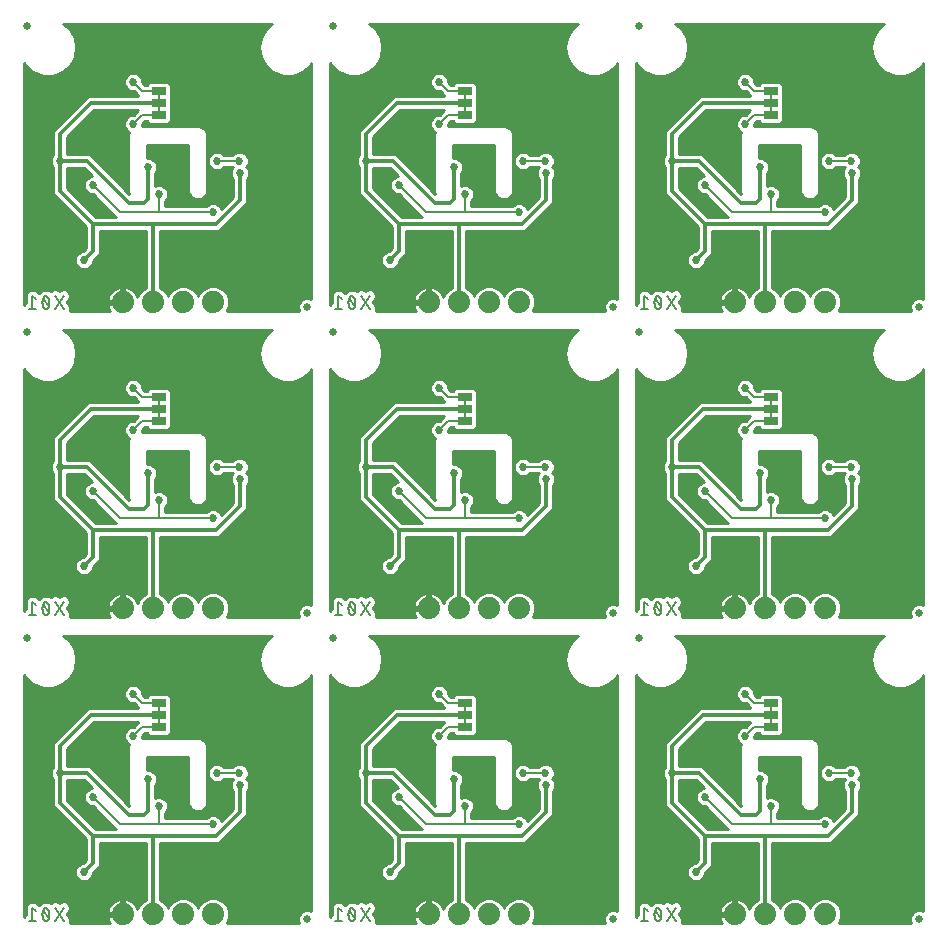
<source format=gbl>
G75*
%MOIN*%
%OFA0B0*%
%FSLAX25Y25*%
%IPPOS*%
%LPD*%
%AMOC8*
5,1,8,0,0,1.08239X$1,22.5*
%
%ADD10C,0.00800*%
%ADD11C,0.07400*%
%ADD12C,0.02500*%
%ADD13R,0.05000X0.02500*%
%ADD14R,0.01000X0.01600*%
%ADD15C,0.01200*%
%ADD16C,0.02700*%
%ADD17C,0.01000*%
D10*
X0037058Y0031650D02*
X0039392Y0031650D01*
X0038225Y0031650D02*
X0038225Y0035850D01*
X0039392Y0034917D01*
X0043892Y0033750D02*
X0043890Y0033638D01*
X0043885Y0033526D01*
X0043876Y0033414D01*
X0043863Y0033303D01*
X0043847Y0033192D01*
X0043827Y0033081D01*
X0043803Y0032972D01*
X0043776Y0032863D01*
X0043746Y0032755D01*
X0043712Y0032648D01*
X0043675Y0032542D01*
X0043634Y0032438D01*
X0043590Y0032335D01*
X0043542Y0032233D01*
X0043658Y0032583D02*
X0041792Y0034917D01*
X0041909Y0035267D02*
X0041929Y0035320D01*
X0041952Y0035371D01*
X0041979Y0035420D01*
X0042009Y0035468D01*
X0042042Y0035514D01*
X0042077Y0035557D01*
X0042116Y0035598D01*
X0042157Y0035637D01*
X0042201Y0035673D01*
X0042247Y0035705D01*
X0042294Y0035735D01*
X0042344Y0035761D01*
X0042396Y0035785D01*
X0042448Y0035804D01*
X0042502Y0035821D01*
X0042557Y0035833D01*
X0042613Y0035843D01*
X0042669Y0035848D01*
X0042725Y0035850D01*
X0042781Y0035848D01*
X0042837Y0035843D01*
X0042893Y0035833D01*
X0042948Y0035821D01*
X0043002Y0035804D01*
X0043054Y0035785D01*
X0043106Y0035761D01*
X0043156Y0035735D01*
X0043203Y0035705D01*
X0043249Y0035672D01*
X0043293Y0035637D01*
X0043334Y0035598D01*
X0043373Y0035557D01*
X0043408Y0035514D01*
X0043441Y0035468D01*
X0043471Y0035420D01*
X0043498Y0035371D01*
X0043521Y0035320D01*
X0043541Y0035267D01*
X0041909Y0035267D02*
X0041861Y0035165D01*
X0041817Y0035062D01*
X0041776Y0034958D01*
X0041739Y0034852D01*
X0041705Y0034745D01*
X0041675Y0034637D01*
X0041648Y0034528D01*
X0041624Y0034419D01*
X0041604Y0034308D01*
X0041588Y0034197D01*
X0041575Y0034086D01*
X0041566Y0033974D01*
X0041561Y0033862D01*
X0041559Y0033750D01*
X0043892Y0033750D02*
X0043890Y0033862D01*
X0043885Y0033974D01*
X0043876Y0034086D01*
X0043863Y0034197D01*
X0043847Y0034308D01*
X0043827Y0034419D01*
X0043803Y0034528D01*
X0043776Y0034637D01*
X0043746Y0034745D01*
X0043712Y0034852D01*
X0043675Y0034958D01*
X0043634Y0035062D01*
X0043590Y0035165D01*
X0043542Y0035267D01*
X0041559Y0033750D02*
X0041561Y0033638D01*
X0041566Y0033526D01*
X0041575Y0033414D01*
X0041588Y0033303D01*
X0041604Y0033192D01*
X0041624Y0033081D01*
X0041648Y0032972D01*
X0041675Y0032863D01*
X0041705Y0032755D01*
X0041739Y0032648D01*
X0041776Y0032542D01*
X0041817Y0032438D01*
X0041861Y0032335D01*
X0041909Y0032233D01*
X0042725Y0031650D02*
X0042781Y0031652D01*
X0042837Y0031657D01*
X0042893Y0031667D01*
X0042948Y0031679D01*
X0043002Y0031696D01*
X0043054Y0031715D01*
X0043106Y0031739D01*
X0043156Y0031765D01*
X0043203Y0031795D01*
X0043249Y0031827D01*
X0043293Y0031863D01*
X0043334Y0031902D01*
X0043373Y0031943D01*
X0043408Y0031986D01*
X0043441Y0032032D01*
X0043471Y0032080D01*
X0043498Y0032129D01*
X0043521Y0032180D01*
X0043541Y0032233D01*
X0042725Y0031650D02*
X0042669Y0031652D01*
X0042613Y0031657D01*
X0042557Y0031667D01*
X0042502Y0031679D01*
X0042448Y0031696D01*
X0042396Y0031715D01*
X0042344Y0031739D01*
X0042294Y0031765D01*
X0042247Y0031795D01*
X0042201Y0031827D01*
X0042157Y0031863D01*
X0042116Y0031902D01*
X0042077Y0031943D01*
X0042042Y0031986D01*
X0042009Y0032032D01*
X0041979Y0032080D01*
X0041952Y0032129D01*
X0041929Y0032180D01*
X0041909Y0032233D01*
X0045825Y0031650D02*
X0048625Y0035850D01*
X0045825Y0035850D02*
X0048625Y0031650D01*
X0067342Y0063750D02*
X0080342Y0063750D01*
X0080342Y0069750D01*
X0080342Y0063750D02*
X0098342Y0063750D01*
X0099742Y0080850D02*
X0107242Y0080850D01*
X0080342Y0096250D02*
X0074842Y0096250D01*
X0071842Y0093250D01*
X0074842Y0104250D02*
X0080342Y0104250D01*
X0074842Y0104250D02*
X0071842Y0107250D01*
X0048625Y0133650D02*
X0045825Y0137850D01*
X0041559Y0135750D02*
X0041561Y0135638D01*
X0041566Y0135526D01*
X0041575Y0135414D01*
X0041588Y0135303D01*
X0041604Y0135192D01*
X0041624Y0135081D01*
X0041648Y0134972D01*
X0041675Y0134863D01*
X0041705Y0134755D01*
X0041739Y0134648D01*
X0041776Y0134542D01*
X0041817Y0134438D01*
X0041861Y0134335D01*
X0041909Y0134233D01*
X0042725Y0133650D02*
X0042781Y0133652D01*
X0042837Y0133657D01*
X0042893Y0133667D01*
X0042948Y0133679D01*
X0043002Y0133696D01*
X0043054Y0133715D01*
X0043106Y0133739D01*
X0043156Y0133765D01*
X0043203Y0133795D01*
X0043249Y0133827D01*
X0043293Y0133863D01*
X0043334Y0133902D01*
X0043373Y0133943D01*
X0043408Y0133986D01*
X0043441Y0134032D01*
X0043471Y0134080D01*
X0043498Y0134129D01*
X0043521Y0134180D01*
X0043541Y0134233D01*
X0043658Y0134583D02*
X0041792Y0136917D01*
X0041909Y0137267D02*
X0041929Y0137320D01*
X0041952Y0137371D01*
X0041979Y0137420D01*
X0042009Y0137468D01*
X0042042Y0137514D01*
X0042077Y0137557D01*
X0042116Y0137598D01*
X0042157Y0137637D01*
X0042201Y0137673D01*
X0042247Y0137705D01*
X0042294Y0137735D01*
X0042344Y0137761D01*
X0042396Y0137785D01*
X0042448Y0137804D01*
X0042502Y0137821D01*
X0042557Y0137833D01*
X0042613Y0137843D01*
X0042669Y0137848D01*
X0042725Y0137850D01*
X0042781Y0137848D01*
X0042837Y0137843D01*
X0042893Y0137833D01*
X0042948Y0137821D01*
X0043002Y0137804D01*
X0043054Y0137785D01*
X0043106Y0137761D01*
X0043156Y0137735D01*
X0043203Y0137705D01*
X0043249Y0137672D01*
X0043293Y0137637D01*
X0043334Y0137598D01*
X0043373Y0137557D01*
X0043408Y0137514D01*
X0043441Y0137468D01*
X0043471Y0137420D01*
X0043498Y0137371D01*
X0043521Y0137320D01*
X0043541Y0137267D01*
X0041909Y0137267D02*
X0041861Y0137165D01*
X0041817Y0137062D01*
X0041776Y0136958D01*
X0041739Y0136852D01*
X0041705Y0136745D01*
X0041675Y0136637D01*
X0041648Y0136528D01*
X0041624Y0136419D01*
X0041604Y0136308D01*
X0041588Y0136197D01*
X0041575Y0136086D01*
X0041566Y0135974D01*
X0041561Y0135862D01*
X0041559Y0135750D01*
X0043892Y0135750D02*
X0043890Y0135862D01*
X0043885Y0135974D01*
X0043876Y0136086D01*
X0043863Y0136197D01*
X0043847Y0136308D01*
X0043827Y0136419D01*
X0043803Y0136528D01*
X0043776Y0136637D01*
X0043746Y0136745D01*
X0043712Y0136852D01*
X0043675Y0136958D01*
X0043634Y0137062D01*
X0043590Y0137165D01*
X0043542Y0137267D01*
X0041909Y0134233D02*
X0041929Y0134180D01*
X0041952Y0134129D01*
X0041979Y0134080D01*
X0042009Y0134032D01*
X0042042Y0133986D01*
X0042077Y0133943D01*
X0042116Y0133902D01*
X0042157Y0133863D01*
X0042201Y0133827D01*
X0042247Y0133795D01*
X0042294Y0133765D01*
X0042344Y0133739D01*
X0042396Y0133715D01*
X0042448Y0133696D01*
X0042502Y0133679D01*
X0042557Y0133667D01*
X0042613Y0133657D01*
X0042669Y0133652D01*
X0042725Y0133650D01*
X0045825Y0133650D02*
X0048625Y0137850D01*
X0043892Y0135750D02*
X0043890Y0135638D01*
X0043885Y0135526D01*
X0043876Y0135414D01*
X0043863Y0135303D01*
X0043847Y0135192D01*
X0043827Y0135081D01*
X0043803Y0134972D01*
X0043776Y0134863D01*
X0043746Y0134755D01*
X0043712Y0134648D01*
X0043675Y0134542D01*
X0043634Y0134438D01*
X0043590Y0134335D01*
X0043542Y0134233D01*
X0039392Y0133650D02*
X0037058Y0133650D01*
X0038225Y0133650D02*
X0038225Y0137850D01*
X0039392Y0136917D01*
X0067342Y0165750D02*
X0080342Y0165750D01*
X0080342Y0171750D01*
X0080342Y0165750D02*
X0098342Y0165750D01*
X0099742Y0182850D02*
X0107242Y0182850D01*
X0080342Y0198250D02*
X0074842Y0198250D01*
X0071842Y0195250D01*
X0074842Y0206250D02*
X0080342Y0206250D01*
X0074842Y0206250D02*
X0071842Y0209250D01*
X0048625Y0235650D02*
X0045825Y0239850D01*
X0041559Y0237750D02*
X0041561Y0237638D01*
X0041566Y0237526D01*
X0041575Y0237414D01*
X0041588Y0237303D01*
X0041604Y0237192D01*
X0041624Y0237081D01*
X0041648Y0236972D01*
X0041675Y0236863D01*
X0041705Y0236755D01*
X0041739Y0236648D01*
X0041776Y0236542D01*
X0041817Y0236438D01*
X0041861Y0236335D01*
X0041909Y0236233D01*
X0042725Y0235650D02*
X0042781Y0235652D01*
X0042837Y0235657D01*
X0042893Y0235667D01*
X0042948Y0235679D01*
X0043002Y0235696D01*
X0043054Y0235715D01*
X0043106Y0235739D01*
X0043156Y0235765D01*
X0043203Y0235795D01*
X0043249Y0235827D01*
X0043293Y0235863D01*
X0043334Y0235902D01*
X0043373Y0235943D01*
X0043408Y0235986D01*
X0043441Y0236032D01*
X0043471Y0236080D01*
X0043498Y0236129D01*
X0043521Y0236180D01*
X0043541Y0236233D01*
X0043658Y0236583D02*
X0041792Y0238917D01*
X0041909Y0239267D02*
X0041929Y0239320D01*
X0041952Y0239371D01*
X0041979Y0239420D01*
X0042009Y0239468D01*
X0042042Y0239514D01*
X0042077Y0239557D01*
X0042116Y0239598D01*
X0042157Y0239637D01*
X0042201Y0239673D01*
X0042247Y0239705D01*
X0042294Y0239735D01*
X0042344Y0239761D01*
X0042396Y0239785D01*
X0042448Y0239804D01*
X0042502Y0239821D01*
X0042557Y0239833D01*
X0042613Y0239843D01*
X0042669Y0239848D01*
X0042725Y0239850D01*
X0042781Y0239848D01*
X0042837Y0239843D01*
X0042893Y0239833D01*
X0042948Y0239821D01*
X0043002Y0239804D01*
X0043054Y0239785D01*
X0043106Y0239761D01*
X0043156Y0239735D01*
X0043203Y0239705D01*
X0043249Y0239672D01*
X0043293Y0239637D01*
X0043334Y0239598D01*
X0043373Y0239557D01*
X0043408Y0239514D01*
X0043441Y0239468D01*
X0043471Y0239420D01*
X0043498Y0239371D01*
X0043521Y0239320D01*
X0043541Y0239267D01*
X0041909Y0239267D02*
X0041861Y0239165D01*
X0041817Y0239062D01*
X0041776Y0238958D01*
X0041739Y0238852D01*
X0041705Y0238745D01*
X0041675Y0238637D01*
X0041648Y0238528D01*
X0041624Y0238419D01*
X0041604Y0238308D01*
X0041588Y0238197D01*
X0041575Y0238086D01*
X0041566Y0237974D01*
X0041561Y0237862D01*
X0041559Y0237750D01*
X0043892Y0237750D02*
X0043890Y0237862D01*
X0043885Y0237974D01*
X0043876Y0238086D01*
X0043863Y0238197D01*
X0043847Y0238308D01*
X0043827Y0238419D01*
X0043803Y0238528D01*
X0043776Y0238637D01*
X0043746Y0238745D01*
X0043712Y0238852D01*
X0043675Y0238958D01*
X0043634Y0239062D01*
X0043590Y0239165D01*
X0043542Y0239267D01*
X0041909Y0236233D02*
X0041929Y0236180D01*
X0041952Y0236129D01*
X0041979Y0236080D01*
X0042009Y0236032D01*
X0042042Y0235986D01*
X0042077Y0235943D01*
X0042116Y0235902D01*
X0042157Y0235863D01*
X0042201Y0235827D01*
X0042247Y0235795D01*
X0042294Y0235765D01*
X0042344Y0235739D01*
X0042396Y0235715D01*
X0042448Y0235696D01*
X0042502Y0235679D01*
X0042557Y0235667D01*
X0042613Y0235657D01*
X0042669Y0235652D01*
X0042725Y0235650D01*
X0045825Y0235650D02*
X0048625Y0239850D01*
X0043892Y0237750D02*
X0043890Y0237638D01*
X0043885Y0237526D01*
X0043876Y0237414D01*
X0043863Y0237303D01*
X0043847Y0237192D01*
X0043827Y0237081D01*
X0043803Y0236972D01*
X0043776Y0236863D01*
X0043746Y0236755D01*
X0043712Y0236648D01*
X0043675Y0236542D01*
X0043634Y0236438D01*
X0043590Y0236335D01*
X0043542Y0236233D01*
X0039392Y0235650D02*
X0037058Y0235650D01*
X0038225Y0235650D02*
X0038225Y0239850D01*
X0039392Y0238917D01*
X0067342Y0267750D02*
X0080342Y0267750D01*
X0080342Y0273750D01*
X0080342Y0267750D02*
X0098342Y0267750D01*
X0099742Y0284850D02*
X0107242Y0284850D01*
X0080342Y0300250D02*
X0074842Y0300250D01*
X0071842Y0297250D01*
X0074842Y0308250D02*
X0080342Y0308250D01*
X0074842Y0308250D02*
X0071842Y0311250D01*
X0058342Y0276750D02*
X0067342Y0267750D01*
X0140225Y0239850D02*
X0140225Y0235650D01*
X0141392Y0235650D02*
X0139058Y0235650D01*
X0145542Y0236233D02*
X0145590Y0236335D01*
X0145634Y0236438D01*
X0145675Y0236542D01*
X0145712Y0236648D01*
X0145746Y0236755D01*
X0145776Y0236863D01*
X0145803Y0236972D01*
X0145827Y0237081D01*
X0145847Y0237192D01*
X0145863Y0237303D01*
X0145876Y0237414D01*
X0145885Y0237526D01*
X0145890Y0237638D01*
X0145892Y0237750D01*
X0143559Y0237750D02*
X0143561Y0237862D01*
X0143566Y0237974D01*
X0143575Y0238086D01*
X0143588Y0238197D01*
X0143604Y0238308D01*
X0143624Y0238419D01*
X0143648Y0238528D01*
X0143675Y0238637D01*
X0143705Y0238745D01*
X0143739Y0238852D01*
X0143776Y0238958D01*
X0143817Y0239062D01*
X0143861Y0239165D01*
X0143909Y0239267D01*
X0143792Y0238917D02*
X0145658Y0236583D01*
X0144725Y0235650D02*
X0144669Y0235652D01*
X0144613Y0235657D01*
X0144557Y0235667D01*
X0144502Y0235679D01*
X0144448Y0235696D01*
X0144396Y0235715D01*
X0144344Y0235739D01*
X0144294Y0235765D01*
X0144247Y0235795D01*
X0144201Y0235827D01*
X0144157Y0235863D01*
X0144116Y0235902D01*
X0144077Y0235943D01*
X0144042Y0235986D01*
X0144009Y0236032D01*
X0143979Y0236080D01*
X0143952Y0236129D01*
X0143929Y0236180D01*
X0143909Y0236233D01*
X0144725Y0235650D02*
X0144781Y0235652D01*
X0144837Y0235657D01*
X0144893Y0235667D01*
X0144948Y0235679D01*
X0145002Y0235696D01*
X0145054Y0235715D01*
X0145106Y0235739D01*
X0145156Y0235765D01*
X0145203Y0235795D01*
X0145249Y0235827D01*
X0145293Y0235863D01*
X0145334Y0235902D01*
X0145373Y0235943D01*
X0145408Y0235986D01*
X0145441Y0236032D01*
X0145471Y0236080D01*
X0145498Y0236129D01*
X0145521Y0236180D01*
X0145541Y0236233D01*
X0143909Y0236233D02*
X0143861Y0236335D01*
X0143817Y0236438D01*
X0143776Y0236542D01*
X0143739Y0236648D01*
X0143705Y0236755D01*
X0143675Y0236863D01*
X0143648Y0236972D01*
X0143624Y0237081D01*
X0143604Y0237192D01*
X0143588Y0237303D01*
X0143575Y0237414D01*
X0143566Y0237526D01*
X0143561Y0237638D01*
X0143559Y0237750D01*
X0145892Y0237750D02*
X0145890Y0237862D01*
X0145885Y0237974D01*
X0145876Y0238086D01*
X0145863Y0238197D01*
X0145847Y0238308D01*
X0145827Y0238419D01*
X0145803Y0238528D01*
X0145776Y0238637D01*
X0145746Y0238745D01*
X0145712Y0238852D01*
X0145675Y0238958D01*
X0145634Y0239062D01*
X0145590Y0239165D01*
X0145542Y0239267D01*
X0145541Y0239267D02*
X0145521Y0239320D01*
X0145498Y0239371D01*
X0145471Y0239420D01*
X0145441Y0239468D01*
X0145408Y0239514D01*
X0145373Y0239557D01*
X0145334Y0239598D01*
X0145293Y0239637D01*
X0145249Y0239672D01*
X0145203Y0239705D01*
X0145156Y0239735D01*
X0145106Y0239761D01*
X0145054Y0239785D01*
X0145002Y0239804D01*
X0144948Y0239821D01*
X0144893Y0239833D01*
X0144837Y0239843D01*
X0144781Y0239848D01*
X0144725Y0239850D01*
X0144669Y0239848D01*
X0144613Y0239843D01*
X0144557Y0239833D01*
X0144502Y0239821D01*
X0144448Y0239804D01*
X0144396Y0239785D01*
X0144344Y0239761D01*
X0144294Y0239735D01*
X0144247Y0239705D01*
X0144201Y0239673D01*
X0144157Y0239637D01*
X0144116Y0239598D01*
X0144077Y0239557D01*
X0144042Y0239514D01*
X0144009Y0239468D01*
X0143979Y0239420D01*
X0143952Y0239371D01*
X0143929Y0239320D01*
X0143909Y0239267D01*
X0141392Y0238917D02*
X0140225Y0239850D01*
X0147825Y0239850D02*
X0150625Y0235650D01*
X0147825Y0235650D02*
X0150625Y0239850D01*
X0169342Y0267750D02*
X0182342Y0267750D01*
X0182342Y0273750D01*
X0182342Y0267750D02*
X0200342Y0267750D01*
X0201742Y0284850D02*
X0209242Y0284850D01*
X0182342Y0300250D02*
X0176842Y0300250D01*
X0173842Y0297250D01*
X0176842Y0308250D02*
X0182342Y0308250D01*
X0176842Y0308250D02*
X0173842Y0311250D01*
X0160342Y0276750D02*
X0169342Y0267750D01*
X0173842Y0209250D02*
X0176842Y0206250D01*
X0182342Y0206250D01*
X0182342Y0198250D02*
X0176842Y0198250D01*
X0173842Y0195250D01*
X0160342Y0174750D02*
X0169342Y0165750D01*
X0182342Y0165750D01*
X0182342Y0171750D01*
X0182342Y0165750D02*
X0200342Y0165750D01*
X0201742Y0182850D02*
X0209242Y0182850D01*
X0242225Y0137850D02*
X0242225Y0133650D01*
X0243392Y0133650D02*
X0241058Y0133650D01*
X0247542Y0134233D02*
X0247590Y0134335D01*
X0247634Y0134438D01*
X0247675Y0134542D01*
X0247712Y0134648D01*
X0247746Y0134755D01*
X0247776Y0134863D01*
X0247803Y0134972D01*
X0247827Y0135081D01*
X0247847Y0135192D01*
X0247863Y0135303D01*
X0247876Y0135414D01*
X0247885Y0135526D01*
X0247890Y0135638D01*
X0247892Y0135750D01*
X0245559Y0135750D02*
X0245561Y0135862D01*
X0245566Y0135974D01*
X0245575Y0136086D01*
X0245588Y0136197D01*
X0245604Y0136308D01*
X0245624Y0136419D01*
X0245648Y0136528D01*
X0245675Y0136637D01*
X0245705Y0136745D01*
X0245739Y0136852D01*
X0245776Y0136958D01*
X0245817Y0137062D01*
X0245861Y0137165D01*
X0245909Y0137267D01*
X0245792Y0136917D02*
X0247658Y0134583D01*
X0246725Y0133650D02*
X0246669Y0133652D01*
X0246613Y0133657D01*
X0246557Y0133667D01*
X0246502Y0133679D01*
X0246448Y0133696D01*
X0246396Y0133715D01*
X0246344Y0133739D01*
X0246294Y0133765D01*
X0246247Y0133795D01*
X0246201Y0133827D01*
X0246157Y0133863D01*
X0246116Y0133902D01*
X0246077Y0133943D01*
X0246042Y0133986D01*
X0246009Y0134032D01*
X0245979Y0134080D01*
X0245952Y0134129D01*
X0245929Y0134180D01*
X0245909Y0134233D01*
X0246725Y0133650D02*
X0246781Y0133652D01*
X0246837Y0133657D01*
X0246893Y0133667D01*
X0246948Y0133679D01*
X0247002Y0133696D01*
X0247054Y0133715D01*
X0247106Y0133739D01*
X0247156Y0133765D01*
X0247203Y0133795D01*
X0247249Y0133827D01*
X0247293Y0133863D01*
X0247334Y0133902D01*
X0247373Y0133943D01*
X0247408Y0133986D01*
X0247441Y0134032D01*
X0247471Y0134080D01*
X0247498Y0134129D01*
X0247521Y0134180D01*
X0247541Y0134233D01*
X0245909Y0134233D02*
X0245861Y0134335D01*
X0245817Y0134438D01*
X0245776Y0134542D01*
X0245739Y0134648D01*
X0245705Y0134755D01*
X0245675Y0134863D01*
X0245648Y0134972D01*
X0245624Y0135081D01*
X0245604Y0135192D01*
X0245588Y0135303D01*
X0245575Y0135414D01*
X0245566Y0135526D01*
X0245561Y0135638D01*
X0245559Y0135750D01*
X0247892Y0135750D02*
X0247890Y0135862D01*
X0247885Y0135974D01*
X0247876Y0136086D01*
X0247863Y0136197D01*
X0247847Y0136308D01*
X0247827Y0136419D01*
X0247803Y0136528D01*
X0247776Y0136637D01*
X0247746Y0136745D01*
X0247712Y0136852D01*
X0247675Y0136958D01*
X0247634Y0137062D01*
X0247590Y0137165D01*
X0247542Y0137267D01*
X0247541Y0137267D02*
X0247521Y0137320D01*
X0247498Y0137371D01*
X0247471Y0137420D01*
X0247441Y0137468D01*
X0247408Y0137514D01*
X0247373Y0137557D01*
X0247334Y0137598D01*
X0247293Y0137637D01*
X0247249Y0137672D01*
X0247203Y0137705D01*
X0247156Y0137735D01*
X0247106Y0137761D01*
X0247054Y0137785D01*
X0247002Y0137804D01*
X0246948Y0137821D01*
X0246893Y0137833D01*
X0246837Y0137843D01*
X0246781Y0137848D01*
X0246725Y0137850D01*
X0246669Y0137848D01*
X0246613Y0137843D01*
X0246557Y0137833D01*
X0246502Y0137821D01*
X0246448Y0137804D01*
X0246396Y0137785D01*
X0246344Y0137761D01*
X0246294Y0137735D01*
X0246247Y0137705D01*
X0246201Y0137673D01*
X0246157Y0137637D01*
X0246116Y0137598D01*
X0246077Y0137557D01*
X0246042Y0137514D01*
X0246009Y0137468D01*
X0245979Y0137420D01*
X0245952Y0137371D01*
X0245929Y0137320D01*
X0245909Y0137267D01*
X0243392Y0136917D02*
X0242225Y0137850D01*
X0249825Y0137850D02*
X0252625Y0133650D01*
X0249825Y0133650D02*
X0252625Y0137850D01*
X0271342Y0165750D02*
X0284342Y0165750D01*
X0284342Y0171750D01*
X0284342Y0165750D02*
X0302342Y0165750D01*
X0303742Y0182850D02*
X0311242Y0182850D01*
X0284342Y0198250D02*
X0278842Y0198250D01*
X0275842Y0195250D01*
X0278842Y0206250D02*
X0284342Y0206250D01*
X0278842Y0206250D02*
X0275842Y0209250D01*
X0252625Y0235650D02*
X0249825Y0239850D01*
X0245559Y0237750D02*
X0245561Y0237638D01*
X0245566Y0237526D01*
X0245575Y0237414D01*
X0245588Y0237303D01*
X0245604Y0237192D01*
X0245624Y0237081D01*
X0245648Y0236972D01*
X0245675Y0236863D01*
X0245705Y0236755D01*
X0245739Y0236648D01*
X0245776Y0236542D01*
X0245817Y0236438D01*
X0245861Y0236335D01*
X0245909Y0236233D01*
X0246725Y0235650D02*
X0246781Y0235652D01*
X0246837Y0235657D01*
X0246893Y0235667D01*
X0246948Y0235679D01*
X0247002Y0235696D01*
X0247054Y0235715D01*
X0247106Y0235739D01*
X0247156Y0235765D01*
X0247203Y0235795D01*
X0247249Y0235827D01*
X0247293Y0235863D01*
X0247334Y0235902D01*
X0247373Y0235943D01*
X0247408Y0235986D01*
X0247441Y0236032D01*
X0247471Y0236080D01*
X0247498Y0236129D01*
X0247521Y0236180D01*
X0247541Y0236233D01*
X0247658Y0236583D02*
X0245792Y0238917D01*
X0245909Y0239267D02*
X0245929Y0239320D01*
X0245952Y0239371D01*
X0245979Y0239420D01*
X0246009Y0239468D01*
X0246042Y0239514D01*
X0246077Y0239557D01*
X0246116Y0239598D01*
X0246157Y0239637D01*
X0246201Y0239673D01*
X0246247Y0239705D01*
X0246294Y0239735D01*
X0246344Y0239761D01*
X0246396Y0239785D01*
X0246448Y0239804D01*
X0246502Y0239821D01*
X0246557Y0239833D01*
X0246613Y0239843D01*
X0246669Y0239848D01*
X0246725Y0239850D01*
X0246781Y0239848D01*
X0246837Y0239843D01*
X0246893Y0239833D01*
X0246948Y0239821D01*
X0247002Y0239804D01*
X0247054Y0239785D01*
X0247106Y0239761D01*
X0247156Y0239735D01*
X0247203Y0239705D01*
X0247249Y0239672D01*
X0247293Y0239637D01*
X0247334Y0239598D01*
X0247373Y0239557D01*
X0247408Y0239514D01*
X0247441Y0239468D01*
X0247471Y0239420D01*
X0247498Y0239371D01*
X0247521Y0239320D01*
X0247541Y0239267D01*
X0245909Y0239267D02*
X0245861Y0239165D01*
X0245817Y0239062D01*
X0245776Y0238958D01*
X0245739Y0238852D01*
X0245705Y0238745D01*
X0245675Y0238637D01*
X0245648Y0238528D01*
X0245624Y0238419D01*
X0245604Y0238308D01*
X0245588Y0238197D01*
X0245575Y0238086D01*
X0245566Y0237974D01*
X0245561Y0237862D01*
X0245559Y0237750D01*
X0247892Y0237750D02*
X0247890Y0237862D01*
X0247885Y0237974D01*
X0247876Y0238086D01*
X0247863Y0238197D01*
X0247847Y0238308D01*
X0247827Y0238419D01*
X0247803Y0238528D01*
X0247776Y0238637D01*
X0247746Y0238745D01*
X0247712Y0238852D01*
X0247675Y0238958D01*
X0247634Y0239062D01*
X0247590Y0239165D01*
X0247542Y0239267D01*
X0245909Y0236233D02*
X0245929Y0236180D01*
X0245952Y0236129D01*
X0245979Y0236080D01*
X0246009Y0236032D01*
X0246042Y0235986D01*
X0246077Y0235943D01*
X0246116Y0235902D01*
X0246157Y0235863D01*
X0246201Y0235827D01*
X0246247Y0235795D01*
X0246294Y0235765D01*
X0246344Y0235739D01*
X0246396Y0235715D01*
X0246448Y0235696D01*
X0246502Y0235679D01*
X0246557Y0235667D01*
X0246613Y0235657D01*
X0246669Y0235652D01*
X0246725Y0235650D01*
X0249825Y0235650D02*
X0252625Y0239850D01*
X0247892Y0237750D02*
X0247890Y0237638D01*
X0247885Y0237526D01*
X0247876Y0237414D01*
X0247863Y0237303D01*
X0247847Y0237192D01*
X0247827Y0237081D01*
X0247803Y0236972D01*
X0247776Y0236863D01*
X0247746Y0236755D01*
X0247712Y0236648D01*
X0247675Y0236542D01*
X0247634Y0236438D01*
X0247590Y0236335D01*
X0247542Y0236233D01*
X0243392Y0235650D02*
X0241058Y0235650D01*
X0242225Y0235650D02*
X0242225Y0239850D01*
X0243392Y0238917D01*
X0271342Y0267750D02*
X0284342Y0267750D01*
X0284342Y0273750D01*
X0284342Y0267750D02*
X0302342Y0267750D01*
X0303742Y0284850D02*
X0311242Y0284850D01*
X0284342Y0300250D02*
X0278842Y0300250D01*
X0275842Y0297250D01*
X0278842Y0308250D02*
X0284342Y0308250D01*
X0278842Y0308250D02*
X0275842Y0311250D01*
X0262342Y0276750D02*
X0271342Y0267750D01*
X0262342Y0174750D02*
X0271342Y0165750D01*
X0275842Y0107250D02*
X0278842Y0104250D01*
X0284342Y0104250D01*
X0284342Y0096250D02*
X0278842Y0096250D01*
X0275842Y0093250D01*
X0262342Y0072750D02*
X0271342Y0063750D01*
X0284342Y0063750D01*
X0284342Y0069750D01*
X0284342Y0063750D02*
X0302342Y0063750D01*
X0303742Y0080850D02*
X0311242Y0080850D01*
X0252625Y0035850D02*
X0249825Y0031650D01*
X0245909Y0032233D02*
X0245861Y0032335D01*
X0245817Y0032438D01*
X0245776Y0032542D01*
X0245739Y0032648D01*
X0245705Y0032755D01*
X0245675Y0032863D01*
X0245648Y0032972D01*
X0245624Y0033081D01*
X0245604Y0033192D01*
X0245588Y0033303D01*
X0245575Y0033414D01*
X0245566Y0033526D01*
X0245561Y0033638D01*
X0245559Y0033750D01*
X0247892Y0033750D02*
X0247890Y0033862D01*
X0247885Y0033974D01*
X0247876Y0034086D01*
X0247863Y0034197D01*
X0247847Y0034308D01*
X0247827Y0034419D01*
X0247803Y0034528D01*
X0247776Y0034637D01*
X0247746Y0034745D01*
X0247712Y0034852D01*
X0247675Y0034958D01*
X0247634Y0035062D01*
X0247590Y0035165D01*
X0247542Y0035267D01*
X0247541Y0035267D02*
X0247521Y0035320D01*
X0247498Y0035371D01*
X0247471Y0035420D01*
X0247441Y0035468D01*
X0247408Y0035514D01*
X0247373Y0035557D01*
X0247334Y0035598D01*
X0247293Y0035637D01*
X0247249Y0035672D01*
X0247203Y0035705D01*
X0247156Y0035735D01*
X0247106Y0035761D01*
X0247054Y0035785D01*
X0247002Y0035804D01*
X0246948Y0035821D01*
X0246893Y0035833D01*
X0246837Y0035843D01*
X0246781Y0035848D01*
X0246725Y0035850D01*
X0246669Y0035848D01*
X0246613Y0035843D01*
X0246557Y0035833D01*
X0246502Y0035821D01*
X0246448Y0035804D01*
X0246396Y0035785D01*
X0246344Y0035761D01*
X0246294Y0035735D01*
X0246247Y0035705D01*
X0246201Y0035673D01*
X0246157Y0035637D01*
X0246116Y0035598D01*
X0246077Y0035557D01*
X0246042Y0035514D01*
X0246009Y0035468D01*
X0245979Y0035420D01*
X0245952Y0035371D01*
X0245929Y0035320D01*
X0245909Y0035267D01*
X0245792Y0034917D02*
X0247658Y0032583D01*
X0246725Y0031650D02*
X0246669Y0031652D01*
X0246613Y0031657D01*
X0246557Y0031667D01*
X0246502Y0031679D01*
X0246448Y0031696D01*
X0246396Y0031715D01*
X0246344Y0031739D01*
X0246294Y0031765D01*
X0246247Y0031795D01*
X0246201Y0031827D01*
X0246157Y0031863D01*
X0246116Y0031902D01*
X0246077Y0031943D01*
X0246042Y0031986D01*
X0246009Y0032032D01*
X0245979Y0032080D01*
X0245952Y0032129D01*
X0245929Y0032180D01*
X0245909Y0032233D01*
X0246725Y0031650D02*
X0246781Y0031652D01*
X0246837Y0031657D01*
X0246893Y0031667D01*
X0246948Y0031679D01*
X0247002Y0031696D01*
X0247054Y0031715D01*
X0247106Y0031739D01*
X0247156Y0031765D01*
X0247203Y0031795D01*
X0247249Y0031827D01*
X0247293Y0031863D01*
X0247334Y0031902D01*
X0247373Y0031943D01*
X0247408Y0031986D01*
X0247441Y0032032D01*
X0247471Y0032080D01*
X0247498Y0032129D01*
X0247521Y0032180D01*
X0247541Y0032233D01*
X0245559Y0033750D02*
X0245561Y0033862D01*
X0245566Y0033974D01*
X0245575Y0034086D01*
X0245588Y0034197D01*
X0245604Y0034308D01*
X0245624Y0034419D01*
X0245648Y0034528D01*
X0245675Y0034637D01*
X0245705Y0034745D01*
X0245739Y0034852D01*
X0245776Y0034958D01*
X0245817Y0035062D01*
X0245861Y0035165D01*
X0245909Y0035267D01*
X0247892Y0033750D02*
X0247890Y0033638D01*
X0247885Y0033526D01*
X0247876Y0033414D01*
X0247863Y0033303D01*
X0247847Y0033192D01*
X0247827Y0033081D01*
X0247803Y0032972D01*
X0247776Y0032863D01*
X0247746Y0032755D01*
X0247712Y0032648D01*
X0247675Y0032542D01*
X0247634Y0032438D01*
X0247590Y0032335D01*
X0247542Y0032233D01*
X0243392Y0031650D02*
X0241058Y0031650D01*
X0242225Y0031650D02*
X0242225Y0035850D01*
X0243392Y0034917D01*
X0249825Y0035850D02*
X0252625Y0031650D01*
X0200342Y0063750D02*
X0182342Y0063750D01*
X0182342Y0069750D01*
X0182342Y0063750D02*
X0169342Y0063750D01*
X0160342Y0072750D01*
X0173842Y0093250D02*
X0176842Y0096250D01*
X0182342Y0096250D01*
X0182342Y0104250D02*
X0176842Y0104250D01*
X0173842Y0107250D01*
X0201742Y0080850D02*
X0209242Y0080850D01*
X0150625Y0035850D02*
X0147825Y0031650D01*
X0143909Y0032233D02*
X0143861Y0032335D01*
X0143817Y0032438D01*
X0143776Y0032542D01*
X0143739Y0032648D01*
X0143705Y0032755D01*
X0143675Y0032863D01*
X0143648Y0032972D01*
X0143624Y0033081D01*
X0143604Y0033192D01*
X0143588Y0033303D01*
X0143575Y0033414D01*
X0143566Y0033526D01*
X0143561Y0033638D01*
X0143559Y0033750D01*
X0145892Y0033750D02*
X0145890Y0033862D01*
X0145885Y0033974D01*
X0145876Y0034086D01*
X0145863Y0034197D01*
X0145847Y0034308D01*
X0145827Y0034419D01*
X0145803Y0034528D01*
X0145776Y0034637D01*
X0145746Y0034745D01*
X0145712Y0034852D01*
X0145675Y0034958D01*
X0145634Y0035062D01*
X0145590Y0035165D01*
X0145542Y0035267D01*
X0145541Y0035267D02*
X0145521Y0035320D01*
X0145498Y0035371D01*
X0145471Y0035420D01*
X0145441Y0035468D01*
X0145408Y0035514D01*
X0145373Y0035557D01*
X0145334Y0035598D01*
X0145293Y0035637D01*
X0145249Y0035672D01*
X0145203Y0035705D01*
X0145156Y0035735D01*
X0145106Y0035761D01*
X0145054Y0035785D01*
X0145002Y0035804D01*
X0144948Y0035821D01*
X0144893Y0035833D01*
X0144837Y0035843D01*
X0144781Y0035848D01*
X0144725Y0035850D01*
X0144669Y0035848D01*
X0144613Y0035843D01*
X0144557Y0035833D01*
X0144502Y0035821D01*
X0144448Y0035804D01*
X0144396Y0035785D01*
X0144344Y0035761D01*
X0144294Y0035735D01*
X0144247Y0035705D01*
X0144201Y0035673D01*
X0144157Y0035637D01*
X0144116Y0035598D01*
X0144077Y0035557D01*
X0144042Y0035514D01*
X0144009Y0035468D01*
X0143979Y0035420D01*
X0143952Y0035371D01*
X0143929Y0035320D01*
X0143909Y0035267D01*
X0143792Y0034917D02*
X0145658Y0032583D01*
X0144725Y0031650D02*
X0144669Y0031652D01*
X0144613Y0031657D01*
X0144557Y0031667D01*
X0144502Y0031679D01*
X0144448Y0031696D01*
X0144396Y0031715D01*
X0144344Y0031739D01*
X0144294Y0031765D01*
X0144247Y0031795D01*
X0144201Y0031827D01*
X0144157Y0031863D01*
X0144116Y0031902D01*
X0144077Y0031943D01*
X0144042Y0031986D01*
X0144009Y0032032D01*
X0143979Y0032080D01*
X0143952Y0032129D01*
X0143929Y0032180D01*
X0143909Y0032233D01*
X0144725Y0031650D02*
X0144781Y0031652D01*
X0144837Y0031657D01*
X0144893Y0031667D01*
X0144948Y0031679D01*
X0145002Y0031696D01*
X0145054Y0031715D01*
X0145106Y0031739D01*
X0145156Y0031765D01*
X0145203Y0031795D01*
X0145249Y0031827D01*
X0145293Y0031863D01*
X0145334Y0031902D01*
X0145373Y0031943D01*
X0145408Y0031986D01*
X0145441Y0032032D01*
X0145471Y0032080D01*
X0145498Y0032129D01*
X0145521Y0032180D01*
X0145541Y0032233D01*
X0143559Y0033750D02*
X0143561Y0033862D01*
X0143566Y0033974D01*
X0143575Y0034086D01*
X0143588Y0034197D01*
X0143604Y0034308D01*
X0143624Y0034419D01*
X0143648Y0034528D01*
X0143675Y0034637D01*
X0143705Y0034745D01*
X0143739Y0034852D01*
X0143776Y0034958D01*
X0143817Y0035062D01*
X0143861Y0035165D01*
X0143909Y0035267D01*
X0145892Y0033750D02*
X0145890Y0033638D01*
X0145885Y0033526D01*
X0145876Y0033414D01*
X0145863Y0033303D01*
X0145847Y0033192D01*
X0145827Y0033081D01*
X0145803Y0032972D01*
X0145776Y0032863D01*
X0145746Y0032755D01*
X0145712Y0032648D01*
X0145675Y0032542D01*
X0145634Y0032438D01*
X0145590Y0032335D01*
X0145542Y0032233D01*
X0141392Y0031650D02*
X0139058Y0031650D01*
X0140225Y0031650D02*
X0140225Y0035850D01*
X0141392Y0034917D01*
X0147825Y0035850D02*
X0150625Y0031650D01*
X0067342Y0063750D02*
X0058342Y0072750D01*
X0139058Y0133650D02*
X0141392Y0133650D01*
X0140225Y0133650D02*
X0140225Y0137850D01*
X0141392Y0136917D01*
X0145892Y0135750D02*
X0145890Y0135638D01*
X0145885Y0135526D01*
X0145876Y0135414D01*
X0145863Y0135303D01*
X0145847Y0135192D01*
X0145827Y0135081D01*
X0145803Y0134972D01*
X0145776Y0134863D01*
X0145746Y0134755D01*
X0145712Y0134648D01*
X0145675Y0134542D01*
X0145634Y0134438D01*
X0145590Y0134335D01*
X0145542Y0134233D01*
X0145658Y0134583D02*
X0143792Y0136917D01*
X0143909Y0137267D02*
X0143929Y0137320D01*
X0143952Y0137371D01*
X0143979Y0137420D01*
X0144009Y0137468D01*
X0144042Y0137514D01*
X0144077Y0137557D01*
X0144116Y0137598D01*
X0144157Y0137637D01*
X0144201Y0137673D01*
X0144247Y0137705D01*
X0144294Y0137735D01*
X0144344Y0137761D01*
X0144396Y0137785D01*
X0144448Y0137804D01*
X0144502Y0137821D01*
X0144557Y0137833D01*
X0144613Y0137843D01*
X0144669Y0137848D01*
X0144725Y0137850D01*
X0144781Y0137848D01*
X0144837Y0137843D01*
X0144893Y0137833D01*
X0144948Y0137821D01*
X0145002Y0137804D01*
X0145054Y0137785D01*
X0145106Y0137761D01*
X0145156Y0137735D01*
X0145203Y0137705D01*
X0145249Y0137672D01*
X0145293Y0137637D01*
X0145334Y0137598D01*
X0145373Y0137557D01*
X0145408Y0137514D01*
X0145441Y0137468D01*
X0145471Y0137420D01*
X0145498Y0137371D01*
X0145521Y0137320D01*
X0145541Y0137267D01*
X0143909Y0137267D02*
X0143861Y0137165D01*
X0143817Y0137062D01*
X0143776Y0136958D01*
X0143739Y0136852D01*
X0143705Y0136745D01*
X0143675Y0136637D01*
X0143648Y0136528D01*
X0143624Y0136419D01*
X0143604Y0136308D01*
X0143588Y0136197D01*
X0143575Y0136086D01*
X0143566Y0135974D01*
X0143561Y0135862D01*
X0143559Y0135750D01*
X0145892Y0135750D02*
X0145890Y0135862D01*
X0145885Y0135974D01*
X0145876Y0136086D01*
X0145863Y0136197D01*
X0145847Y0136308D01*
X0145827Y0136419D01*
X0145803Y0136528D01*
X0145776Y0136637D01*
X0145746Y0136745D01*
X0145712Y0136852D01*
X0145675Y0136958D01*
X0145634Y0137062D01*
X0145590Y0137165D01*
X0145542Y0137267D01*
X0143559Y0135750D02*
X0143561Y0135638D01*
X0143566Y0135526D01*
X0143575Y0135414D01*
X0143588Y0135303D01*
X0143604Y0135192D01*
X0143624Y0135081D01*
X0143648Y0134972D01*
X0143675Y0134863D01*
X0143705Y0134755D01*
X0143739Y0134648D01*
X0143776Y0134542D01*
X0143817Y0134438D01*
X0143861Y0134335D01*
X0143909Y0134233D01*
X0144725Y0133650D02*
X0144781Y0133652D01*
X0144837Y0133657D01*
X0144893Y0133667D01*
X0144948Y0133679D01*
X0145002Y0133696D01*
X0145054Y0133715D01*
X0145106Y0133739D01*
X0145156Y0133765D01*
X0145203Y0133795D01*
X0145249Y0133827D01*
X0145293Y0133863D01*
X0145334Y0133902D01*
X0145373Y0133943D01*
X0145408Y0133986D01*
X0145441Y0134032D01*
X0145471Y0134080D01*
X0145498Y0134129D01*
X0145521Y0134180D01*
X0145541Y0134233D01*
X0144725Y0133650D02*
X0144669Y0133652D01*
X0144613Y0133657D01*
X0144557Y0133667D01*
X0144502Y0133679D01*
X0144448Y0133696D01*
X0144396Y0133715D01*
X0144344Y0133739D01*
X0144294Y0133765D01*
X0144247Y0133795D01*
X0144201Y0133827D01*
X0144157Y0133863D01*
X0144116Y0133902D01*
X0144077Y0133943D01*
X0144042Y0133986D01*
X0144009Y0134032D01*
X0143979Y0134080D01*
X0143952Y0134129D01*
X0143929Y0134180D01*
X0143909Y0134233D01*
X0147825Y0133650D02*
X0150625Y0137850D01*
X0147825Y0137850D02*
X0150625Y0133650D01*
X0067342Y0165750D02*
X0058342Y0174750D01*
D11*
X0068342Y0135750D03*
X0078342Y0135750D03*
X0088342Y0135750D03*
X0098342Y0135750D03*
X0170342Y0135750D03*
X0180342Y0135750D03*
X0190342Y0135750D03*
X0200342Y0135750D03*
X0272342Y0135750D03*
X0282342Y0135750D03*
X0292342Y0135750D03*
X0302342Y0135750D03*
X0302342Y0033750D03*
X0292342Y0033750D03*
X0282342Y0033750D03*
X0272342Y0033750D03*
X0200342Y0033750D03*
X0190342Y0033750D03*
X0180342Y0033750D03*
X0170342Y0033750D03*
X0098342Y0033750D03*
X0088342Y0033750D03*
X0078342Y0033750D03*
X0068342Y0033750D03*
X0068342Y0237750D03*
X0078342Y0237750D03*
X0088342Y0237750D03*
X0098342Y0237750D03*
X0170342Y0237750D03*
X0180342Y0237750D03*
X0190342Y0237750D03*
X0200342Y0237750D03*
X0272342Y0237750D03*
X0282342Y0237750D03*
X0292342Y0237750D03*
X0302342Y0237750D03*
D12*
X0333842Y0236250D03*
X0240342Y0227750D03*
X0231842Y0236250D03*
X0138342Y0227750D03*
X0129842Y0236250D03*
X0036342Y0227750D03*
X0129842Y0134250D03*
X0138342Y0125750D03*
X0231842Y0134250D03*
X0240342Y0125750D03*
X0333842Y0134250D03*
X0333842Y0032250D03*
X0231842Y0032250D03*
X0129842Y0032250D03*
X0036342Y0125750D03*
X0036342Y0329750D03*
X0138342Y0329750D03*
X0240342Y0329750D03*
D13*
X0284342Y0308250D03*
X0284342Y0304250D03*
X0284342Y0300250D03*
X0284342Y0206250D03*
X0284342Y0202250D03*
X0284342Y0198250D03*
X0182342Y0198250D03*
X0182342Y0202250D03*
X0182342Y0206250D03*
X0182342Y0300250D03*
X0182342Y0304250D03*
X0182342Y0308250D03*
X0080342Y0308250D03*
X0080342Y0304250D03*
X0080342Y0300250D03*
X0080342Y0206250D03*
X0080342Y0202250D03*
X0080342Y0198250D03*
X0080342Y0104250D03*
X0080342Y0100250D03*
X0080342Y0096250D03*
X0182342Y0096250D03*
X0182342Y0100250D03*
X0182342Y0104250D03*
X0284342Y0104250D03*
X0284342Y0100250D03*
X0284342Y0096250D03*
D14*
X0284342Y0098250D03*
X0284342Y0102250D03*
X0182342Y0102250D03*
X0182342Y0098250D03*
X0080342Y0098250D03*
X0080342Y0102250D03*
X0080342Y0200250D03*
X0080342Y0204250D03*
X0182342Y0204250D03*
X0182342Y0200250D03*
X0284342Y0200250D03*
X0284342Y0204250D03*
X0284342Y0302250D03*
X0284342Y0306250D03*
X0182342Y0306250D03*
X0182342Y0302250D03*
X0080342Y0302250D03*
X0080342Y0306250D03*
D15*
X0080342Y0304250D02*
X0057842Y0304250D01*
X0047342Y0293750D01*
X0047342Y0284750D01*
X0056342Y0284750D01*
X0070342Y0270750D01*
X0075342Y0270750D01*
X0076842Y0272250D01*
X0076842Y0282750D01*
X0078342Y0263750D02*
X0058342Y0263750D01*
X0058342Y0254750D01*
X0055342Y0251750D01*
X0058342Y0263750D02*
X0047342Y0274750D01*
X0047342Y0284750D01*
X0078342Y0263750D02*
X0078342Y0260750D01*
X0078342Y0237750D01*
X0078342Y0263750D02*
X0081342Y0263750D01*
X0099342Y0263750D01*
X0107342Y0271750D01*
X0107342Y0280750D01*
X0149342Y0284750D02*
X0149342Y0274750D01*
X0160342Y0263750D01*
X0180342Y0263750D01*
X0180342Y0260750D01*
X0180342Y0237750D01*
X0160342Y0254750D02*
X0160342Y0263750D01*
X0160342Y0254750D02*
X0157342Y0251750D01*
X0172342Y0270750D02*
X0177342Y0270750D01*
X0178842Y0272250D01*
X0178842Y0282750D01*
X0172342Y0270750D02*
X0158342Y0284750D01*
X0149342Y0284750D01*
X0149342Y0293750D01*
X0159842Y0304250D01*
X0182342Y0304250D01*
X0209342Y0280750D02*
X0209342Y0271750D01*
X0201342Y0263750D01*
X0183342Y0263750D01*
X0180342Y0263750D01*
X0182342Y0202250D02*
X0159842Y0202250D01*
X0149342Y0191750D01*
X0149342Y0182750D01*
X0158342Y0182750D01*
X0172342Y0168750D01*
X0177342Y0168750D01*
X0178842Y0170250D01*
X0178842Y0180750D01*
X0180342Y0161750D02*
X0160342Y0161750D01*
X0160342Y0152750D01*
X0157342Y0149750D01*
X0160342Y0161750D02*
X0149342Y0172750D01*
X0149342Y0182750D01*
X0180342Y0161750D02*
X0180342Y0158750D01*
X0180342Y0135750D01*
X0180342Y0161750D02*
X0183342Y0161750D01*
X0201342Y0161750D01*
X0209342Y0169750D01*
X0209342Y0178750D01*
X0251342Y0182750D02*
X0251342Y0172750D01*
X0262342Y0161750D01*
X0282342Y0161750D01*
X0282342Y0158750D01*
X0282342Y0135750D01*
X0262342Y0152750D02*
X0262342Y0161750D01*
X0262342Y0152750D02*
X0259342Y0149750D01*
X0274342Y0168750D02*
X0279342Y0168750D01*
X0280842Y0170250D01*
X0280842Y0180750D01*
X0274342Y0168750D02*
X0260342Y0182750D01*
X0251342Y0182750D01*
X0251342Y0191750D01*
X0261842Y0202250D01*
X0284342Y0202250D01*
X0311342Y0178750D02*
X0311342Y0169750D01*
X0303342Y0161750D01*
X0285342Y0161750D01*
X0282342Y0161750D01*
X0284342Y0100250D02*
X0261842Y0100250D01*
X0251342Y0089750D01*
X0251342Y0080750D01*
X0260342Y0080750D01*
X0274342Y0066750D01*
X0279342Y0066750D01*
X0280842Y0068250D01*
X0280842Y0078750D01*
X0282342Y0059750D02*
X0262342Y0059750D01*
X0262342Y0050750D01*
X0259342Y0047750D01*
X0262342Y0059750D02*
X0251342Y0070750D01*
X0251342Y0080750D01*
X0282342Y0059750D02*
X0282342Y0056750D01*
X0282342Y0033750D01*
X0282342Y0059750D02*
X0285342Y0059750D01*
X0303342Y0059750D01*
X0311342Y0067750D01*
X0311342Y0076750D01*
X0209342Y0076750D02*
X0209342Y0067750D01*
X0201342Y0059750D01*
X0183342Y0059750D01*
X0180342Y0059750D01*
X0160342Y0059750D01*
X0160342Y0050750D01*
X0157342Y0047750D01*
X0160342Y0059750D02*
X0149342Y0070750D01*
X0149342Y0080750D01*
X0149342Y0089750D01*
X0159842Y0100250D01*
X0182342Y0100250D01*
X0178842Y0078750D02*
X0178842Y0068250D01*
X0177342Y0066750D01*
X0172342Y0066750D01*
X0158342Y0080750D01*
X0149342Y0080750D01*
X0180342Y0059750D02*
X0180342Y0056750D01*
X0180342Y0033750D01*
X0107342Y0067750D02*
X0107342Y0076750D01*
X0107342Y0067750D02*
X0099342Y0059750D01*
X0081342Y0059750D01*
X0078342Y0059750D01*
X0058342Y0059750D01*
X0058342Y0050750D01*
X0055342Y0047750D01*
X0058342Y0059750D02*
X0047342Y0070750D01*
X0047342Y0080750D01*
X0047342Y0089750D01*
X0057842Y0100250D01*
X0080342Y0100250D01*
X0076842Y0078750D02*
X0076842Y0068250D01*
X0075342Y0066750D01*
X0070342Y0066750D01*
X0056342Y0080750D01*
X0047342Y0080750D01*
X0078342Y0059750D02*
X0078342Y0056750D01*
X0078342Y0033750D01*
X0078342Y0135750D02*
X0078342Y0158750D01*
X0078342Y0161750D01*
X0058342Y0161750D01*
X0058342Y0152750D01*
X0055342Y0149750D01*
X0058342Y0161750D02*
X0047342Y0172750D01*
X0047342Y0182750D01*
X0047342Y0191750D01*
X0057842Y0202250D01*
X0080342Y0202250D01*
X0076842Y0180750D02*
X0076842Y0170250D01*
X0075342Y0168750D01*
X0070342Y0168750D01*
X0056342Y0182750D01*
X0047342Y0182750D01*
X0078342Y0161750D02*
X0081342Y0161750D01*
X0099342Y0161750D01*
X0107342Y0169750D01*
X0107342Y0178750D01*
X0251342Y0274750D02*
X0251342Y0284750D01*
X0251342Y0293750D01*
X0261842Y0304250D01*
X0284342Y0304250D01*
X0280842Y0282750D02*
X0280842Y0272250D01*
X0279342Y0270750D01*
X0274342Y0270750D01*
X0260342Y0284750D01*
X0251342Y0284750D01*
X0251342Y0274750D02*
X0262342Y0263750D01*
X0282342Y0263750D01*
X0282342Y0260750D01*
X0282342Y0237750D01*
X0262342Y0254750D02*
X0262342Y0263750D01*
X0262342Y0254750D02*
X0259342Y0251750D01*
X0282342Y0263750D02*
X0285342Y0263750D01*
X0303342Y0263750D01*
X0311342Y0271750D01*
X0311342Y0280750D01*
D16*
X0311342Y0280750D03*
X0311242Y0284850D03*
X0303742Y0284850D03*
X0303342Y0289750D03*
X0298842Y0304250D03*
X0275842Y0297250D03*
X0268842Y0296250D03*
X0270842Y0308250D03*
X0275842Y0311250D03*
X0280842Y0282750D03*
X0284342Y0273750D03*
X0288342Y0274750D03*
X0302342Y0267750D03*
X0297342Y0259750D03*
X0312342Y0265750D03*
X0325342Y0280750D03*
X0265342Y0267750D03*
X0262342Y0276750D03*
X0251342Y0284750D03*
X0246342Y0282750D03*
X0223342Y0280750D03*
X0209342Y0280750D03*
X0209242Y0284850D03*
X0201742Y0284850D03*
X0201342Y0289750D03*
X0196842Y0304250D03*
X0173842Y0297250D03*
X0166842Y0296250D03*
X0168842Y0308250D03*
X0173842Y0311250D03*
X0178842Y0282750D03*
X0182342Y0273750D03*
X0186342Y0274750D03*
X0200342Y0267750D03*
X0195342Y0259750D03*
X0210342Y0265750D03*
X0163342Y0267750D03*
X0160342Y0276750D03*
X0149342Y0284750D03*
X0144342Y0282750D03*
X0121342Y0280750D03*
X0107342Y0280750D03*
X0107242Y0284850D03*
X0099742Y0284850D03*
X0099342Y0289750D03*
X0094842Y0304250D03*
X0071842Y0297250D03*
X0064842Y0296250D03*
X0066842Y0308250D03*
X0071842Y0311250D03*
X0076842Y0282750D03*
X0080342Y0273750D03*
X0084342Y0274750D03*
X0098342Y0267750D03*
X0093342Y0259750D03*
X0108342Y0265750D03*
X0061342Y0267750D03*
X0058342Y0276750D03*
X0047342Y0284750D03*
X0042342Y0282750D03*
X0055342Y0251750D03*
X0055342Y0246750D03*
X0071842Y0209250D03*
X0066842Y0206250D03*
X0071842Y0195250D03*
X0064842Y0194250D03*
X0076842Y0180750D03*
X0084342Y0172750D03*
X0080342Y0171750D03*
X0093342Y0157750D03*
X0098342Y0165750D03*
X0108342Y0163750D03*
X0107342Y0178750D03*
X0107242Y0182850D03*
X0099742Y0182850D03*
X0099342Y0187750D03*
X0094842Y0202250D03*
X0121342Y0178750D03*
X0144342Y0180750D03*
X0149342Y0182750D03*
X0160342Y0174750D03*
X0163342Y0165750D03*
X0157342Y0149750D03*
X0157342Y0144750D03*
X0182342Y0171750D03*
X0186342Y0172750D03*
X0178842Y0180750D03*
X0173842Y0195250D03*
X0166842Y0194250D03*
X0168842Y0206250D03*
X0173842Y0209250D03*
X0196842Y0202250D03*
X0201342Y0187750D03*
X0201742Y0182850D03*
X0209242Y0182850D03*
X0209342Y0178750D03*
X0223342Y0178750D03*
X0210342Y0163750D03*
X0200342Y0165750D03*
X0195342Y0157750D03*
X0246342Y0180750D03*
X0251342Y0182750D03*
X0262342Y0174750D03*
X0265342Y0165750D03*
X0259342Y0149750D03*
X0259342Y0144750D03*
X0284342Y0171750D03*
X0288342Y0172750D03*
X0280842Y0180750D03*
X0275842Y0195250D03*
X0268842Y0194250D03*
X0270842Y0206250D03*
X0275842Y0209250D03*
X0298842Y0202250D03*
X0303342Y0187750D03*
X0303742Y0182850D03*
X0311242Y0182850D03*
X0311342Y0178750D03*
X0325342Y0178750D03*
X0312342Y0163750D03*
X0302342Y0165750D03*
X0297342Y0157750D03*
X0275842Y0107250D03*
X0270842Y0104250D03*
X0275842Y0093250D03*
X0268842Y0092250D03*
X0280842Y0078750D03*
X0284342Y0069750D03*
X0288342Y0070750D03*
X0302342Y0063750D03*
X0297342Y0055750D03*
X0312342Y0061750D03*
X0311342Y0076750D03*
X0311242Y0080850D03*
X0303742Y0080850D03*
X0303342Y0085750D03*
X0298842Y0100250D03*
X0325342Y0076750D03*
X0265342Y0063750D03*
X0262342Y0072750D03*
X0251342Y0080750D03*
X0246342Y0078750D03*
X0223342Y0076750D03*
X0209342Y0076750D03*
X0209242Y0080850D03*
X0201742Y0080850D03*
X0201342Y0085750D03*
X0196842Y0100250D03*
X0173842Y0093250D03*
X0166842Y0092250D03*
X0168842Y0104250D03*
X0173842Y0107250D03*
X0149342Y0080750D03*
X0144342Y0078750D03*
X0160342Y0072750D03*
X0163342Y0063750D03*
X0157342Y0047750D03*
X0157342Y0042750D03*
X0182342Y0069750D03*
X0186342Y0070750D03*
X0178842Y0078750D03*
X0200342Y0063750D03*
X0195342Y0055750D03*
X0210342Y0061750D03*
X0259342Y0047750D03*
X0259342Y0042750D03*
X0121342Y0076750D03*
X0107342Y0076750D03*
X0107242Y0080850D03*
X0099742Y0080850D03*
X0099342Y0085750D03*
X0094842Y0100250D03*
X0071842Y0093250D03*
X0064842Y0092250D03*
X0066842Y0104250D03*
X0071842Y0107250D03*
X0047342Y0080750D03*
X0042342Y0078750D03*
X0058342Y0072750D03*
X0061342Y0063750D03*
X0055342Y0047750D03*
X0055342Y0042750D03*
X0080342Y0069750D03*
X0084342Y0070750D03*
X0076842Y0078750D03*
X0098342Y0063750D03*
X0093342Y0055750D03*
X0108342Y0061750D03*
X0055342Y0144750D03*
X0055342Y0149750D03*
X0061342Y0165750D03*
X0058342Y0174750D03*
X0047342Y0182750D03*
X0042342Y0180750D03*
X0157342Y0246750D03*
X0157342Y0251750D03*
X0259342Y0251750D03*
X0259342Y0246750D03*
D17*
X0035442Y0113633D02*
X0035442Y0033003D01*
X0036125Y0033687D01*
X0036125Y0035734D01*
X0036042Y0036483D01*
X0036125Y0036587D01*
X0036125Y0036720D01*
X0036658Y0037253D01*
X0037129Y0037841D01*
X0037261Y0037856D01*
X0037355Y0037950D01*
X0038109Y0037950D01*
X0038858Y0038033D01*
X0038962Y0037950D01*
X0039095Y0037950D01*
X0039628Y0037417D01*
X0040289Y0036888D01*
X0041775Y0037950D01*
X0043675Y0037950D01*
X0044406Y0037428D01*
X0045384Y0038080D01*
X0047090Y0037739D01*
X0047225Y0037536D01*
X0047360Y0037739D01*
X0049066Y0038080D01*
X0050514Y0037115D01*
X0050855Y0035409D01*
X0049749Y0033750D01*
X0050855Y0032091D01*
X0050607Y0030850D01*
X0064021Y0030850D01*
X0063894Y0031025D01*
X0063523Y0031754D01*
X0063270Y0032532D01*
X0063156Y0033250D01*
X0067842Y0033250D01*
X0067842Y0034250D01*
X0067842Y0038936D01*
X0067124Y0038822D01*
X0066346Y0038569D01*
X0065616Y0038197D01*
X0064954Y0037716D01*
X0064375Y0037138D01*
X0063894Y0036475D01*
X0063523Y0035746D01*
X0063270Y0034968D01*
X0063156Y0034250D01*
X0067842Y0034250D01*
X0068842Y0034250D01*
X0068842Y0038936D01*
X0069559Y0038822D01*
X0070338Y0038569D01*
X0071067Y0038197D01*
X0071729Y0037716D01*
X0072308Y0037138D01*
X0072789Y0036475D01*
X0073161Y0035746D01*
X0073232Y0035526D01*
X0073764Y0036809D01*
X0075283Y0038328D01*
X0076042Y0038642D01*
X0076042Y0057450D01*
X0060642Y0057450D01*
X0060642Y0049797D01*
X0059294Y0048450D01*
X0058392Y0047547D01*
X0058392Y0047143D01*
X0057927Y0046022D01*
X0057069Y0045164D01*
X0055948Y0044700D01*
X0054735Y0044700D01*
X0053614Y0045164D01*
X0052756Y0046022D01*
X0052292Y0047143D01*
X0052292Y0048357D01*
X0052756Y0049478D01*
X0053614Y0050336D01*
X0054735Y0050800D01*
X0055139Y0050800D01*
X0056042Y0051703D01*
X0056042Y0058797D01*
X0046389Y0068450D01*
X0045042Y0069797D01*
X0045042Y0078737D01*
X0044756Y0079022D01*
X0044292Y0080143D01*
X0044292Y0081357D01*
X0044756Y0082478D01*
X0045042Y0082763D01*
X0045042Y0090703D01*
X0055542Y0101203D01*
X0056889Y0102550D01*
X0073572Y0102550D01*
X0072742Y0103380D01*
X0072742Y0103380D01*
X0071922Y0104200D01*
X0071235Y0104200D01*
X0070114Y0104664D01*
X0069256Y0105522D01*
X0068792Y0106643D01*
X0068792Y0107857D01*
X0069256Y0108978D01*
X0070114Y0109836D01*
X0071235Y0110300D01*
X0072448Y0110300D01*
X0073569Y0109836D01*
X0074427Y0108978D01*
X0074892Y0107857D01*
X0074892Y0107170D01*
X0075712Y0106350D01*
X0076288Y0106350D01*
X0077138Y0107200D01*
X0083546Y0107200D01*
X0084542Y0106204D01*
X0084542Y0102296D01*
X0084496Y0102250D01*
X0084542Y0102204D01*
X0084542Y0098296D01*
X0084496Y0098250D01*
X0084542Y0098204D01*
X0084542Y0094296D01*
X0083546Y0093300D01*
X0077138Y0093300D01*
X0076288Y0094150D01*
X0075712Y0094150D01*
X0074892Y0093330D01*
X0074892Y0092643D01*
X0074812Y0092450D01*
X0093978Y0092450D01*
X0095154Y0091963D01*
X0096055Y0091063D01*
X0096542Y0089887D01*
X0096542Y0070613D01*
X0096055Y0069437D01*
X0095154Y0068537D01*
X0093978Y0068050D01*
X0092705Y0068050D01*
X0091529Y0068537D01*
X0090629Y0069437D01*
X0090142Y0070613D01*
X0090142Y0086050D01*
X0076542Y0086050D01*
X0076542Y0081800D01*
X0077448Y0081800D01*
X0078569Y0081336D01*
X0079427Y0080478D01*
X0079892Y0079357D01*
X0079892Y0078143D01*
X0079427Y0077022D01*
X0079142Y0076737D01*
X0079142Y0072554D01*
X0079735Y0072800D01*
X0080948Y0072800D01*
X0082069Y0072336D01*
X0082927Y0071478D01*
X0083392Y0070357D01*
X0083392Y0069143D01*
X0082927Y0068022D01*
X0082442Y0067537D01*
X0082442Y0065850D01*
X0096128Y0065850D01*
X0096614Y0066336D01*
X0097735Y0066800D01*
X0098948Y0066800D01*
X0100069Y0066336D01*
X0100927Y0065478D01*
X0101188Y0064849D01*
X0105042Y0068703D01*
X0105042Y0074737D01*
X0104756Y0075022D01*
X0104292Y0076143D01*
X0104292Y0077357D01*
X0104756Y0078478D01*
X0105028Y0078750D01*
X0105028Y0078750D01*
X0101955Y0078750D01*
X0101469Y0078264D01*
X0100348Y0077800D01*
X0099135Y0077800D01*
X0098014Y0078264D01*
X0097156Y0079122D01*
X0096692Y0080243D01*
X0096692Y0081457D01*
X0097156Y0082578D01*
X0098014Y0083436D01*
X0099135Y0083900D01*
X0100348Y0083900D01*
X0101469Y0083436D01*
X0101955Y0082950D01*
X0105028Y0082950D01*
X0105514Y0083436D01*
X0106635Y0083900D01*
X0107848Y0083900D01*
X0108969Y0083436D01*
X0109827Y0082578D01*
X0110292Y0081457D01*
X0110292Y0080243D01*
X0109827Y0079122D01*
X0109555Y0078850D01*
X0109927Y0078478D01*
X0110392Y0077357D01*
X0110392Y0076143D01*
X0109927Y0075022D01*
X0109642Y0074737D01*
X0109642Y0066797D01*
X0108294Y0065450D01*
X0100294Y0057450D01*
X0080642Y0057450D01*
X0080642Y0038642D01*
X0081401Y0038328D01*
X0082920Y0036809D01*
X0083342Y0035790D01*
X0083764Y0036809D01*
X0085283Y0038328D01*
X0087268Y0039150D01*
X0089416Y0039150D01*
X0091401Y0038328D01*
X0092920Y0036809D01*
X0093342Y0035790D01*
X0093764Y0036809D01*
X0095283Y0038328D01*
X0097268Y0039150D01*
X0099416Y0039150D01*
X0101401Y0038328D01*
X0102920Y0036809D01*
X0103742Y0034824D01*
X0103742Y0032676D01*
X0102985Y0030850D01*
X0127229Y0030850D01*
X0126892Y0031663D01*
X0126892Y0032837D01*
X0127341Y0033921D01*
X0128171Y0034751D01*
X0129255Y0035200D01*
X0130429Y0035200D01*
X0131242Y0034863D01*
X0131242Y0113633D01*
X0130654Y0112615D01*
X0130654Y0112615D01*
X0130654Y0112615D01*
X0128114Y0110484D01*
X0128114Y0110484D01*
X0124999Y0109350D01*
X0121684Y0109350D01*
X0118569Y0110484D01*
X0118569Y0110484D01*
X0116030Y0112615D01*
X0116030Y0112615D01*
X0114372Y0115485D01*
X0114372Y0115485D01*
X0113797Y0118750D01*
X0113797Y0118750D01*
X0114372Y0122015D01*
X0114372Y0122015D01*
X0116030Y0124885D01*
X0116030Y0124885D01*
X0116030Y0124885D01*
X0118133Y0126650D01*
X0048551Y0126650D01*
X0050654Y0124885D01*
X0050654Y0124885D01*
X0052311Y0122015D01*
X0052311Y0122015D01*
X0052887Y0118750D01*
X0052887Y0118750D01*
X0052311Y0115485D01*
X0052311Y0115485D01*
X0050654Y0112615D01*
X0050654Y0112615D01*
X0050654Y0112615D01*
X0048114Y0110484D01*
X0048114Y0110484D01*
X0044999Y0109350D01*
X0041684Y0109350D01*
X0038569Y0110484D01*
X0038569Y0110484D01*
X0036030Y0112615D01*
X0036030Y0112615D01*
X0035442Y0113633D01*
X0035442Y0113623D02*
X0035447Y0113623D01*
X0035442Y0112625D02*
X0036024Y0112625D01*
X0035442Y0111626D02*
X0037208Y0111626D01*
X0038397Y0110628D02*
X0035442Y0110628D01*
X0035442Y0109629D02*
X0040917Y0109629D01*
X0045767Y0109629D02*
X0069908Y0109629D01*
X0069113Y0108631D02*
X0035442Y0108631D01*
X0035442Y0107632D02*
X0068792Y0107632D01*
X0068796Y0106634D02*
X0035442Y0106634D01*
X0035442Y0105635D02*
X0069209Y0105635D01*
X0070180Y0104637D02*
X0035442Y0104637D01*
X0035442Y0103638D02*
X0072484Y0103638D01*
X0073482Y0102640D02*
X0035442Y0102640D01*
X0035442Y0101641D02*
X0055980Y0101641D01*
X0054982Y0100643D02*
X0035442Y0100643D01*
X0035442Y0099644D02*
X0053983Y0099644D01*
X0052985Y0098646D02*
X0035442Y0098646D01*
X0035442Y0097647D02*
X0051986Y0097647D01*
X0050988Y0096649D02*
X0035442Y0096649D01*
X0035442Y0095650D02*
X0049989Y0095650D01*
X0048991Y0094652D02*
X0035442Y0094652D01*
X0035442Y0093653D02*
X0047992Y0093653D01*
X0046994Y0092655D02*
X0035442Y0092655D01*
X0035442Y0091656D02*
X0045995Y0091656D01*
X0045042Y0090658D02*
X0035442Y0090658D01*
X0035442Y0089659D02*
X0045042Y0089659D01*
X0045042Y0088661D02*
X0035442Y0088661D01*
X0035442Y0087662D02*
X0045042Y0087662D01*
X0045042Y0086664D02*
X0035442Y0086664D01*
X0035442Y0085665D02*
X0045042Y0085665D01*
X0045042Y0084667D02*
X0035442Y0084667D01*
X0035442Y0083668D02*
X0045042Y0083668D01*
X0044948Y0082670D02*
X0035442Y0082670D01*
X0035442Y0081671D02*
X0044422Y0081671D01*
X0044292Y0080673D02*
X0035442Y0080673D01*
X0035442Y0079674D02*
X0044486Y0079674D01*
X0045042Y0078676D02*
X0035442Y0078676D01*
X0035442Y0077677D02*
X0045042Y0077677D01*
X0045042Y0076679D02*
X0035442Y0076679D01*
X0035442Y0075680D02*
X0045042Y0075680D01*
X0045042Y0074682D02*
X0035442Y0074682D01*
X0035442Y0073683D02*
X0045042Y0073683D01*
X0045042Y0072684D02*
X0035442Y0072684D01*
X0035442Y0071686D02*
X0045042Y0071686D01*
X0045042Y0070687D02*
X0035442Y0070687D01*
X0035442Y0069689D02*
X0045150Y0069689D01*
X0046149Y0068690D02*
X0035442Y0068690D01*
X0035442Y0067692D02*
X0047147Y0067692D01*
X0048146Y0066693D02*
X0035442Y0066693D01*
X0035442Y0065695D02*
X0049144Y0065695D01*
X0050143Y0064696D02*
X0035442Y0064696D01*
X0035442Y0063698D02*
X0051141Y0063698D01*
X0052140Y0062699D02*
X0035442Y0062699D01*
X0035442Y0061701D02*
X0053138Y0061701D01*
X0054137Y0060702D02*
X0035442Y0060702D01*
X0035442Y0059704D02*
X0055135Y0059704D01*
X0056042Y0058705D02*
X0035442Y0058705D01*
X0035442Y0057707D02*
X0056042Y0057707D01*
X0056042Y0056708D02*
X0035442Y0056708D01*
X0035442Y0055710D02*
X0056042Y0055710D01*
X0056042Y0054711D02*
X0035442Y0054711D01*
X0035442Y0053713D02*
X0056042Y0053713D01*
X0056042Y0052714D02*
X0035442Y0052714D01*
X0035442Y0051716D02*
X0056042Y0051716D01*
X0054535Y0050717D02*
X0035442Y0050717D01*
X0035442Y0049719D02*
X0052997Y0049719D01*
X0052442Y0048720D02*
X0035442Y0048720D01*
X0035442Y0047722D02*
X0052292Y0047722D01*
X0052466Y0046723D02*
X0035442Y0046723D01*
X0035442Y0045725D02*
X0053054Y0045725D01*
X0054672Y0044726D02*
X0035442Y0044726D01*
X0035442Y0043728D02*
X0076042Y0043728D01*
X0076042Y0044726D02*
X0056012Y0044726D01*
X0057630Y0045725D02*
X0076042Y0045725D01*
X0076042Y0046723D02*
X0058218Y0046723D01*
X0058566Y0047722D02*
X0076042Y0047722D01*
X0076042Y0048720D02*
X0059565Y0048720D01*
X0060563Y0049719D02*
X0076042Y0049719D01*
X0076042Y0050717D02*
X0060642Y0050717D01*
X0060642Y0051716D02*
X0076042Y0051716D01*
X0076042Y0052714D02*
X0060642Y0052714D01*
X0060642Y0053713D02*
X0076042Y0053713D01*
X0076042Y0054711D02*
X0060642Y0054711D01*
X0060642Y0055710D02*
X0076042Y0055710D01*
X0076042Y0056708D02*
X0060642Y0056708D01*
X0059294Y0062050D02*
X0066072Y0062050D01*
X0065242Y0062880D01*
X0058422Y0069700D01*
X0057735Y0069700D01*
X0056614Y0070164D01*
X0055756Y0071022D01*
X0055292Y0072143D01*
X0055292Y0073357D01*
X0055756Y0074478D01*
X0056614Y0075336D01*
X0057735Y0075800D01*
X0058039Y0075800D01*
X0055389Y0078450D01*
X0049642Y0078450D01*
X0049642Y0071703D01*
X0059294Y0062050D01*
X0058645Y0062699D02*
X0065423Y0062699D01*
X0064424Y0063698D02*
X0057647Y0063698D01*
X0056648Y0064696D02*
X0063426Y0064696D01*
X0062427Y0065695D02*
X0055650Y0065695D01*
X0054651Y0066693D02*
X0061429Y0066693D01*
X0060430Y0067692D02*
X0053653Y0067692D01*
X0052654Y0068690D02*
X0059431Y0068690D01*
X0058433Y0069689D02*
X0051656Y0069689D01*
X0050657Y0070687D02*
X0056091Y0070687D01*
X0055481Y0071686D02*
X0049658Y0071686D01*
X0049642Y0072684D02*
X0055292Y0072684D01*
X0055427Y0073683D02*
X0049642Y0073683D01*
X0049642Y0074682D02*
X0055960Y0074682D01*
X0057446Y0075680D02*
X0049642Y0075680D01*
X0049642Y0076679D02*
X0057161Y0076679D01*
X0056162Y0077677D02*
X0049642Y0077677D01*
X0049642Y0083050D02*
X0049642Y0088797D01*
X0058794Y0097950D01*
X0073572Y0097950D01*
X0071922Y0096300D01*
X0071235Y0096300D01*
X0070114Y0095836D01*
X0069256Y0094978D01*
X0068792Y0093857D01*
X0068792Y0092643D01*
X0069256Y0091522D01*
X0070114Y0090664D01*
X0070413Y0090541D01*
X0070142Y0089887D01*
X0070142Y0070613D01*
X0070432Y0069912D01*
X0058642Y0081703D01*
X0057294Y0083050D01*
X0049642Y0083050D01*
X0049642Y0083668D02*
X0070142Y0083668D01*
X0070142Y0082670D02*
X0057675Y0082670D01*
X0058673Y0081671D02*
X0070142Y0081671D01*
X0070142Y0080673D02*
X0059672Y0080673D01*
X0060670Y0079674D02*
X0070142Y0079674D01*
X0070142Y0078676D02*
X0061669Y0078676D01*
X0062667Y0077677D02*
X0070142Y0077677D01*
X0070142Y0076679D02*
X0063666Y0076679D01*
X0064664Y0075680D02*
X0070142Y0075680D01*
X0070142Y0074682D02*
X0065663Y0074682D01*
X0066661Y0073683D02*
X0070142Y0073683D01*
X0070142Y0072684D02*
X0067660Y0072684D01*
X0068658Y0071686D02*
X0070142Y0071686D01*
X0070142Y0070687D02*
X0069657Y0070687D01*
X0079142Y0072684D02*
X0079456Y0072684D01*
X0079142Y0073683D02*
X0090142Y0073683D01*
X0090142Y0072684D02*
X0081227Y0072684D01*
X0082719Y0071686D02*
X0090142Y0071686D01*
X0090142Y0070687D02*
X0083255Y0070687D01*
X0083392Y0069689D02*
X0090525Y0069689D01*
X0091376Y0068690D02*
X0083204Y0068690D01*
X0082597Y0067692D02*
X0104031Y0067692D01*
X0103033Y0066693D02*
X0099206Y0066693D01*
X0097478Y0066693D02*
X0082442Y0066693D01*
X0079142Y0074682D02*
X0090142Y0074682D01*
X0090142Y0075680D02*
X0079142Y0075680D01*
X0079142Y0076679D02*
X0090142Y0076679D01*
X0090142Y0077677D02*
X0079699Y0077677D01*
X0079892Y0078676D02*
X0090142Y0078676D01*
X0090142Y0079674D02*
X0079760Y0079674D01*
X0079233Y0080673D02*
X0090142Y0080673D01*
X0090142Y0081671D02*
X0077760Y0081671D01*
X0076542Y0082670D02*
X0090142Y0082670D01*
X0090142Y0083668D02*
X0076542Y0083668D01*
X0076542Y0084667D02*
X0090142Y0084667D01*
X0090142Y0085665D02*
X0076542Y0085665D01*
X0070142Y0085665D02*
X0049642Y0085665D01*
X0049642Y0084667D02*
X0070142Y0084667D01*
X0070142Y0086664D02*
X0049642Y0086664D01*
X0049642Y0087662D02*
X0070142Y0087662D01*
X0070142Y0088661D02*
X0049642Y0088661D01*
X0050504Y0089659D02*
X0070142Y0089659D01*
X0070130Y0090658D02*
X0051502Y0090658D01*
X0052501Y0091656D02*
X0069201Y0091656D01*
X0068792Y0092655D02*
X0053499Y0092655D01*
X0054498Y0093653D02*
X0068792Y0093653D01*
X0069121Y0094652D02*
X0055496Y0094652D01*
X0056495Y0095650D02*
X0069929Y0095650D01*
X0072271Y0096649D02*
X0057493Y0096649D01*
X0058492Y0097647D02*
X0073269Y0097647D01*
X0075215Y0093653D02*
X0076784Y0093653D01*
X0074892Y0092655D02*
X0131242Y0092655D01*
X0131242Y0093653D02*
X0083899Y0093653D01*
X0084542Y0094652D02*
X0131242Y0094652D01*
X0131242Y0095650D02*
X0084542Y0095650D01*
X0084542Y0096649D02*
X0131242Y0096649D01*
X0131242Y0097647D02*
X0084542Y0097647D01*
X0084542Y0098646D02*
X0131242Y0098646D01*
X0131242Y0099644D02*
X0084542Y0099644D01*
X0084542Y0100643D02*
X0131242Y0100643D01*
X0131242Y0101641D02*
X0084542Y0101641D01*
X0084542Y0102640D02*
X0131242Y0102640D01*
X0131242Y0103638D02*
X0084542Y0103638D01*
X0084542Y0104637D02*
X0131242Y0104637D01*
X0131242Y0105635D02*
X0084542Y0105635D01*
X0084112Y0106634D02*
X0131242Y0106634D01*
X0131242Y0107632D02*
X0074892Y0107632D01*
X0074571Y0108631D02*
X0131242Y0108631D01*
X0131242Y0109629D02*
X0125767Y0109629D01*
X0128286Y0110628D02*
X0131242Y0110628D01*
X0131242Y0111626D02*
X0129476Y0111626D01*
X0130660Y0112625D02*
X0131242Y0112625D01*
X0131236Y0113623D02*
X0131242Y0113623D01*
X0137442Y0113623D02*
X0137447Y0113623D01*
X0137442Y0113633D02*
X0138030Y0112615D01*
X0138030Y0112615D01*
X0140569Y0110484D01*
X0140569Y0110484D01*
X0143684Y0109350D01*
X0146999Y0109350D01*
X0150114Y0110484D01*
X0150114Y0110484D01*
X0152654Y0112615D01*
X0154311Y0115485D01*
X0154311Y0115485D01*
X0154887Y0118750D01*
X0154311Y0122015D01*
X0152654Y0124885D01*
X0150551Y0126650D01*
X0220133Y0126650D01*
X0218030Y0124885D01*
X0216372Y0122015D01*
X0216372Y0122015D01*
X0215797Y0118750D01*
X0216372Y0115485D01*
X0218030Y0112615D01*
X0218030Y0112615D01*
X0220569Y0110484D01*
X0220569Y0110484D01*
X0223684Y0109350D01*
X0226999Y0109350D01*
X0230114Y0110484D01*
X0230114Y0110484D01*
X0232654Y0112615D01*
X0233242Y0113633D01*
X0233242Y0034863D01*
X0232429Y0035200D01*
X0231255Y0035200D01*
X0230171Y0034751D01*
X0229341Y0033921D01*
X0228892Y0032837D01*
X0228892Y0031663D01*
X0229229Y0030850D01*
X0204985Y0030850D01*
X0205742Y0032676D01*
X0205742Y0034824D01*
X0204920Y0036809D01*
X0203401Y0038328D01*
X0201416Y0039150D01*
X0199268Y0039150D01*
X0197283Y0038328D01*
X0195764Y0036809D01*
X0195342Y0035790D01*
X0194920Y0036809D01*
X0193401Y0038328D01*
X0191416Y0039150D01*
X0189268Y0039150D01*
X0187283Y0038328D01*
X0185764Y0036809D01*
X0185342Y0035790D01*
X0184920Y0036809D01*
X0183401Y0038328D01*
X0182642Y0038642D01*
X0182642Y0057450D01*
X0202294Y0057450D01*
X0210294Y0065450D01*
X0211642Y0066797D01*
X0211642Y0074737D01*
X0211927Y0075022D01*
X0212392Y0076143D01*
X0212392Y0077357D01*
X0211927Y0078478D01*
X0211555Y0078850D01*
X0211827Y0079122D01*
X0212292Y0080243D01*
X0212292Y0081457D01*
X0211827Y0082578D01*
X0210969Y0083436D01*
X0209848Y0083900D01*
X0208635Y0083900D01*
X0207514Y0083436D01*
X0207028Y0082950D01*
X0203955Y0082950D01*
X0203469Y0083436D01*
X0202348Y0083900D01*
X0201135Y0083900D01*
X0200014Y0083436D01*
X0199156Y0082578D01*
X0198692Y0081457D01*
X0198692Y0080243D01*
X0199156Y0079122D01*
X0200014Y0078264D01*
X0201135Y0077800D01*
X0202348Y0077800D01*
X0203469Y0078264D01*
X0203955Y0078750D01*
X0207028Y0078750D01*
X0206756Y0078478D01*
X0206292Y0077357D01*
X0206292Y0076143D01*
X0206756Y0075022D01*
X0207042Y0074737D01*
X0207042Y0068703D01*
X0203188Y0064849D01*
X0202927Y0065478D01*
X0202069Y0066336D01*
X0200948Y0066800D01*
X0199735Y0066800D01*
X0198614Y0066336D01*
X0198128Y0065850D01*
X0184442Y0065850D01*
X0184442Y0067537D01*
X0184927Y0068022D01*
X0185392Y0069143D01*
X0185392Y0070357D01*
X0184927Y0071478D01*
X0184069Y0072336D01*
X0182948Y0072800D01*
X0181735Y0072800D01*
X0181142Y0072554D01*
X0181142Y0076737D01*
X0181427Y0077022D01*
X0181892Y0078143D01*
X0181892Y0079357D01*
X0181427Y0080478D01*
X0180569Y0081336D01*
X0179448Y0081800D01*
X0178542Y0081800D01*
X0178542Y0086050D01*
X0192142Y0086050D01*
X0192142Y0070613D01*
X0192629Y0069437D01*
X0193529Y0068537D01*
X0194705Y0068050D01*
X0195978Y0068050D01*
X0197154Y0068537D01*
X0198055Y0069437D01*
X0198542Y0070613D01*
X0198542Y0089887D01*
X0198055Y0091063D01*
X0197154Y0091963D01*
X0195978Y0092450D01*
X0176812Y0092450D01*
X0176892Y0092643D01*
X0176892Y0093330D01*
X0177712Y0094150D01*
X0178288Y0094150D01*
X0179138Y0093300D01*
X0185546Y0093300D01*
X0186542Y0094296D01*
X0186542Y0098204D01*
X0186496Y0098250D01*
X0186542Y0098296D01*
X0186542Y0102204D01*
X0186496Y0102250D01*
X0186542Y0102296D01*
X0186542Y0106204D01*
X0185546Y0107200D01*
X0179138Y0107200D01*
X0178288Y0106350D01*
X0177712Y0106350D01*
X0176892Y0107170D01*
X0176892Y0107857D01*
X0176427Y0108978D01*
X0175569Y0109836D01*
X0174448Y0110300D01*
X0173235Y0110300D01*
X0172114Y0109836D01*
X0171256Y0108978D01*
X0170792Y0107857D01*
X0170792Y0106643D01*
X0171256Y0105522D01*
X0172114Y0104664D01*
X0173235Y0104200D01*
X0173922Y0104200D01*
X0174742Y0103380D01*
X0175572Y0102550D01*
X0158889Y0102550D01*
X0157542Y0101203D01*
X0157542Y0101203D01*
X0148389Y0092050D01*
X0147042Y0090703D01*
X0147042Y0082763D01*
X0146756Y0082478D01*
X0146292Y0081357D01*
X0146292Y0080143D01*
X0146756Y0079022D01*
X0147042Y0078737D01*
X0147042Y0069797D01*
X0148389Y0068450D01*
X0158042Y0058797D01*
X0158042Y0051703D01*
X0157139Y0050800D01*
X0156735Y0050800D01*
X0155614Y0050336D01*
X0154756Y0049478D01*
X0154292Y0048357D01*
X0154292Y0047143D01*
X0154756Y0046022D01*
X0155614Y0045164D01*
X0156735Y0044700D01*
X0157948Y0044700D01*
X0159069Y0045164D01*
X0159927Y0046022D01*
X0160392Y0047143D01*
X0160392Y0047547D01*
X0161294Y0048450D01*
X0162642Y0049797D01*
X0162642Y0057450D01*
X0178042Y0057450D01*
X0178042Y0038642D01*
X0177283Y0038328D01*
X0175764Y0036809D01*
X0175232Y0035526D01*
X0175161Y0035746D01*
X0174789Y0036475D01*
X0174308Y0037138D01*
X0173729Y0037716D01*
X0173067Y0038197D01*
X0172338Y0038569D01*
X0171559Y0038822D01*
X0170842Y0038936D01*
X0170842Y0034250D01*
X0169842Y0034250D01*
X0169842Y0038936D01*
X0169124Y0038822D01*
X0168346Y0038569D01*
X0167616Y0038197D01*
X0166954Y0037716D01*
X0166375Y0037138D01*
X0165894Y0036475D01*
X0165523Y0035746D01*
X0165270Y0034968D01*
X0165156Y0034250D01*
X0169842Y0034250D01*
X0169842Y0033250D01*
X0165156Y0033250D01*
X0165270Y0032532D01*
X0165523Y0031754D01*
X0165894Y0031025D01*
X0166021Y0030850D01*
X0152607Y0030850D01*
X0152855Y0032091D01*
X0151749Y0033750D01*
X0152855Y0035409D01*
X0152514Y0037115D01*
X0151066Y0038080D01*
X0149360Y0037739D01*
X0149225Y0037536D01*
X0149090Y0037739D01*
X0147384Y0038080D01*
X0146406Y0037428D01*
X0145675Y0037950D01*
X0143775Y0037950D01*
X0142289Y0036888D01*
X0141628Y0037417D01*
X0141095Y0037950D01*
X0140962Y0037950D01*
X0140858Y0038033D01*
X0140109Y0037950D01*
X0139355Y0037950D01*
X0139261Y0037856D01*
X0139129Y0037841D01*
X0138658Y0037253D01*
X0138125Y0036720D01*
X0138125Y0036587D01*
X0138042Y0036483D01*
X0138125Y0035734D01*
X0138125Y0033687D01*
X0137442Y0033003D01*
X0137442Y0113633D01*
X0137442Y0112625D02*
X0138024Y0112625D01*
X0137442Y0111626D02*
X0139208Y0111626D01*
X0140397Y0110628D02*
X0137442Y0110628D01*
X0137442Y0109629D02*
X0142917Y0109629D01*
X0147767Y0109629D02*
X0171908Y0109629D01*
X0171113Y0108631D02*
X0137442Y0108631D01*
X0137442Y0107632D02*
X0170792Y0107632D01*
X0170796Y0106634D02*
X0137442Y0106634D01*
X0137442Y0105635D02*
X0171209Y0105635D01*
X0172180Y0104637D02*
X0137442Y0104637D01*
X0137442Y0103638D02*
X0174484Y0103638D01*
X0175482Y0102640D02*
X0137442Y0102640D01*
X0137442Y0101641D02*
X0157980Y0101641D01*
X0156982Y0100643D02*
X0137442Y0100643D01*
X0137442Y0099644D02*
X0155983Y0099644D01*
X0154985Y0098646D02*
X0137442Y0098646D01*
X0137442Y0097647D02*
X0153986Y0097647D01*
X0152988Y0096649D02*
X0137442Y0096649D01*
X0137442Y0095650D02*
X0151989Y0095650D01*
X0150991Y0094652D02*
X0137442Y0094652D01*
X0137442Y0093653D02*
X0149992Y0093653D01*
X0148994Y0092655D02*
X0137442Y0092655D01*
X0137442Y0091656D02*
X0147995Y0091656D01*
X0148389Y0092050D02*
X0148389Y0092050D01*
X0147042Y0090658D02*
X0137442Y0090658D01*
X0137442Y0089659D02*
X0147042Y0089659D01*
X0147042Y0088661D02*
X0137442Y0088661D01*
X0137442Y0087662D02*
X0147042Y0087662D01*
X0147042Y0086664D02*
X0137442Y0086664D01*
X0137442Y0085665D02*
X0147042Y0085665D01*
X0147042Y0084667D02*
X0137442Y0084667D01*
X0137442Y0083668D02*
X0147042Y0083668D01*
X0146948Y0082670D02*
X0137442Y0082670D01*
X0137442Y0081671D02*
X0146422Y0081671D01*
X0146292Y0080673D02*
X0137442Y0080673D01*
X0137442Y0079674D02*
X0146486Y0079674D01*
X0147042Y0078676D02*
X0137442Y0078676D01*
X0137442Y0077677D02*
X0147042Y0077677D01*
X0147042Y0076679D02*
X0137442Y0076679D01*
X0137442Y0075680D02*
X0147042Y0075680D01*
X0147042Y0074682D02*
X0137442Y0074682D01*
X0137442Y0073683D02*
X0147042Y0073683D01*
X0147042Y0072684D02*
X0137442Y0072684D01*
X0137442Y0071686D02*
X0147042Y0071686D01*
X0147042Y0070687D02*
X0137442Y0070687D01*
X0137442Y0069689D02*
X0147150Y0069689D01*
X0148149Y0068690D02*
X0137442Y0068690D01*
X0137442Y0067692D02*
X0149147Y0067692D01*
X0150146Y0066693D02*
X0137442Y0066693D01*
X0137442Y0065695D02*
X0151144Y0065695D01*
X0152143Y0064696D02*
X0137442Y0064696D01*
X0137442Y0063698D02*
X0153141Y0063698D01*
X0154140Y0062699D02*
X0137442Y0062699D01*
X0137442Y0061701D02*
X0155138Y0061701D01*
X0156137Y0060702D02*
X0137442Y0060702D01*
X0137442Y0059704D02*
X0157135Y0059704D01*
X0158042Y0058705D02*
X0137442Y0058705D01*
X0137442Y0057707D02*
X0158042Y0057707D01*
X0158042Y0056708D02*
X0137442Y0056708D01*
X0137442Y0055710D02*
X0158042Y0055710D01*
X0158042Y0054711D02*
X0137442Y0054711D01*
X0137442Y0053713D02*
X0158042Y0053713D01*
X0158042Y0052714D02*
X0137442Y0052714D01*
X0137442Y0051716D02*
X0158042Y0051716D01*
X0156535Y0050717D02*
X0137442Y0050717D01*
X0137442Y0049719D02*
X0154997Y0049719D01*
X0154442Y0048720D02*
X0137442Y0048720D01*
X0137442Y0047722D02*
X0154292Y0047722D01*
X0154466Y0046723D02*
X0137442Y0046723D01*
X0137442Y0045725D02*
X0155054Y0045725D01*
X0156672Y0044726D02*
X0137442Y0044726D01*
X0137442Y0043728D02*
X0178042Y0043728D01*
X0178042Y0044726D02*
X0158012Y0044726D01*
X0159630Y0045725D02*
X0178042Y0045725D01*
X0178042Y0046723D02*
X0160218Y0046723D01*
X0160566Y0047722D02*
X0178042Y0047722D01*
X0178042Y0048720D02*
X0161565Y0048720D01*
X0162563Y0049719D02*
X0178042Y0049719D01*
X0178042Y0050717D02*
X0162642Y0050717D01*
X0162642Y0051716D02*
X0178042Y0051716D01*
X0178042Y0052714D02*
X0162642Y0052714D01*
X0162642Y0053713D02*
X0178042Y0053713D01*
X0178042Y0054711D02*
X0162642Y0054711D01*
X0162642Y0055710D02*
X0178042Y0055710D01*
X0178042Y0056708D02*
X0162642Y0056708D01*
X0161294Y0062050D02*
X0168072Y0062050D01*
X0167242Y0062880D01*
X0167242Y0062880D01*
X0160422Y0069700D01*
X0159735Y0069700D01*
X0158614Y0070164D01*
X0157756Y0071022D01*
X0157292Y0072143D01*
X0157292Y0073357D01*
X0157756Y0074478D01*
X0158614Y0075336D01*
X0159735Y0075800D01*
X0160039Y0075800D01*
X0157389Y0078450D01*
X0151642Y0078450D01*
X0151642Y0071703D01*
X0161294Y0062050D01*
X0160645Y0062699D02*
X0167423Y0062699D01*
X0166424Y0063698D02*
X0159647Y0063698D01*
X0158648Y0064696D02*
X0165426Y0064696D01*
X0164427Y0065695D02*
X0157650Y0065695D01*
X0156651Y0066693D02*
X0163429Y0066693D01*
X0162430Y0067692D02*
X0155653Y0067692D01*
X0154654Y0068690D02*
X0161432Y0068690D01*
X0160433Y0069689D02*
X0153656Y0069689D01*
X0152657Y0070687D02*
X0158091Y0070687D01*
X0157481Y0071686D02*
X0151658Y0071686D01*
X0151642Y0072684D02*
X0157292Y0072684D01*
X0157427Y0073683D02*
X0151642Y0073683D01*
X0151642Y0074682D02*
X0157960Y0074682D01*
X0159446Y0075680D02*
X0151642Y0075680D01*
X0151642Y0076679D02*
X0159161Y0076679D01*
X0158162Y0077677D02*
X0151642Y0077677D01*
X0151642Y0083050D02*
X0151642Y0088797D01*
X0160794Y0097950D01*
X0175572Y0097950D01*
X0174742Y0097120D01*
X0173922Y0096300D01*
X0173235Y0096300D01*
X0172114Y0095836D01*
X0171256Y0094978D01*
X0170792Y0093857D01*
X0170792Y0092643D01*
X0171256Y0091522D01*
X0172114Y0090664D01*
X0172413Y0090541D01*
X0172142Y0089887D01*
X0172142Y0070613D01*
X0172432Y0069912D01*
X0160642Y0081703D01*
X0159294Y0083050D01*
X0151642Y0083050D01*
X0151642Y0083668D02*
X0172142Y0083668D01*
X0172142Y0082670D02*
X0159675Y0082670D01*
X0160673Y0081671D02*
X0172142Y0081671D01*
X0172142Y0080673D02*
X0161672Y0080673D01*
X0162670Y0079674D02*
X0172142Y0079674D01*
X0172142Y0078676D02*
X0163669Y0078676D01*
X0164667Y0077677D02*
X0172142Y0077677D01*
X0172142Y0076679D02*
X0165666Y0076679D01*
X0166664Y0075680D02*
X0172142Y0075680D01*
X0172142Y0074682D02*
X0167663Y0074682D01*
X0168661Y0073683D02*
X0172142Y0073683D01*
X0172142Y0072684D02*
X0169660Y0072684D01*
X0170658Y0071686D02*
X0172142Y0071686D01*
X0172142Y0070687D02*
X0171657Y0070687D01*
X0181142Y0072684D02*
X0181456Y0072684D01*
X0181142Y0073683D02*
X0192142Y0073683D01*
X0192142Y0072684D02*
X0183227Y0072684D01*
X0184719Y0071686D02*
X0192142Y0071686D01*
X0192142Y0070687D02*
X0185255Y0070687D01*
X0185392Y0069689D02*
X0192525Y0069689D01*
X0193376Y0068690D02*
X0185204Y0068690D01*
X0184597Y0067692D02*
X0206031Y0067692D01*
X0205033Y0066693D02*
X0201206Y0066693D01*
X0199478Y0066693D02*
X0184442Y0066693D01*
X0181142Y0074682D02*
X0192142Y0074682D01*
X0192142Y0075680D02*
X0181142Y0075680D01*
X0181142Y0076679D02*
X0192142Y0076679D01*
X0192142Y0077677D02*
X0181699Y0077677D01*
X0181892Y0078676D02*
X0192142Y0078676D01*
X0192142Y0079674D02*
X0181760Y0079674D01*
X0181233Y0080673D02*
X0192142Y0080673D01*
X0192142Y0081671D02*
X0179760Y0081671D01*
X0178542Y0082670D02*
X0192142Y0082670D01*
X0192142Y0083668D02*
X0178542Y0083668D01*
X0178542Y0084667D02*
X0192142Y0084667D01*
X0192142Y0085665D02*
X0178542Y0085665D01*
X0172142Y0085665D02*
X0151642Y0085665D01*
X0151642Y0084667D02*
X0172142Y0084667D01*
X0172142Y0086664D02*
X0151642Y0086664D01*
X0151642Y0087662D02*
X0172142Y0087662D01*
X0172142Y0088661D02*
X0151642Y0088661D01*
X0152504Y0089659D02*
X0172142Y0089659D01*
X0172130Y0090658D02*
X0153502Y0090658D01*
X0154501Y0091656D02*
X0171201Y0091656D01*
X0170792Y0092655D02*
X0155499Y0092655D01*
X0156498Y0093653D02*
X0170792Y0093653D01*
X0171121Y0094652D02*
X0157496Y0094652D01*
X0158495Y0095650D02*
X0171929Y0095650D01*
X0174271Y0096649D02*
X0159493Y0096649D01*
X0160492Y0097647D02*
X0175269Y0097647D01*
X0177215Y0093653D02*
X0178784Y0093653D01*
X0176892Y0092655D02*
X0233242Y0092655D01*
X0233242Y0093653D02*
X0185899Y0093653D01*
X0186542Y0094652D02*
X0233242Y0094652D01*
X0233242Y0095650D02*
X0186542Y0095650D01*
X0186542Y0096649D02*
X0233242Y0096649D01*
X0233242Y0097647D02*
X0186542Y0097647D01*
X0186542Y0098646D02*
X0233242Y0098646D01*
X0233242Y0099644D02*
X0186542Y0099644D01*
X0186542Y0100643D02*
X0233242Y0100643D01*
X0233242Y0101641D02*
X0186542Y0101641D01*
X0186542Y0102640D02*
X0233242Y0102640D01*
X0233242Y0103638D02*
X0186542Y0103638D01*
X0186542Y0104637D02*
X0233242Y0104637D01*
X0233242Y0105635D02*
X0186542Y0105635D01*
X0186112Y0106634D02*
X0233242Y0106634D01*
X0233242Y0107632D02*
X0176892Y0107632D01*
X0176571Y0108631D02*
X0233242Y0108631D01*
X0233242Y0109629D02*
X0227767Y0109629D01*
X0230286Y0110628D02*
X0233242Y0110628D01*
X0233242Y0111626D02*
X0231476Y0111626D01*
X0232654Y0112615D02*
X0232654Y0112615D01*
X0232654Y0112615D01*
X0232660Y0112625D02*
X0233242Y0112625D01*
X0233236Y0113623D02*
X0233242Y0113623D01*
X0239442Y0113623D02*
X0239447Y0113623D01*
X0239442Y0113633D02*
X0240030Y0112615D01*
X0240030Y0112615D01*
X0242569Y0110484D01*
X0242569Y0110484D01*
X0245684Y0109350D01*
X0248999Y0109350D01*
X0252114Y0110484D01*
X0252114Y0110484D01*
X0254654Y0112615D01*
X0256311Y0115485D01*
X0256311Y0115485D01*
X0256887Y0118750D01*
X0256311Y0122015D01*
X0254654Y0124885D01*
X0252551Y0126650D01*
X0322133Y0126650D01*
X0320030Y0124885D01*
X0318372Y0122015D01*
X0318372Y0122015D01*
X0317797Y0118750D01*
X0318372Y0115485D01*
X0320030Y0112615D01*
X0320030Y0112615D01*
X0322569Y0110484D01*
X0322569Y0110484D01*
X0325684Y0109350D01*
X0328999Y0109350D01*
X0332114Y0110484D01*
X0332114Y0110484D01*
X0334654Y0112615D01*
X0335242Y0113633D01*
X0335242Y0034863D01*
X0334429Y0035200D01*
X0333255Y0035200D01*
X0332171Y0034751D01*
X0331341Y0033921D01*
X0330892Y0032837D01*
X0330892Y0031663D01*
X0331229Y0030850D01*
X0306985Y0030850D01*
X0307742Y0032676D01*
X0307742Y0034824D01*
X0306920Y0036809D01*
X0305401Y0038328D01*
X0303416Y0039150D01*
X0301268Y0039150D01*
X0299283Y0038328D01*
X0297764Y0036809D01*
X0297342Y0035790D01*
X0296920Y0036809D01*
X0295401Y0038328D01*
X0293416Y0039150D01*
X0291268Y0039150D01*
X0289283Y0038328D01*
X0287764Y0036809D01*
X0287342Y0035790D01*
X0286920Y0036809D01*
X0285401Y0038328D01*
X0284642Y0038642D01*
X0284642Y0057450D01*
X0304294Y0057450D01*
X0312294Y0065450D01*
X0313642Y0066797D01*
X0313642Y0074737D01*
X0313927Y0075022D01*
X0314392Y0076143D01*
X0314392Y0077357D01*
X0313927Y0078478D01*
X0313555Y0078850D01*
X0313827Y0079122D01*
X0314292Y0080243D01*
X0314292Y0081457D01*
X0313827Y0082578D01*
X0312969Y0083436D01*
X0311848Y0083900D01*
X0310635Y0083900D01*
X0309514Y0083436D01*
X0309028Y0082950D01*
X0305955Y0082950D01*
X0305469Y0083436D01*
X0304348Y0083900D01*
X0303135Y0083900D01*
X0302014Y0083436D01*
X0301156Y0082578D01*
X0300692Y0081457D01*
X0300692Y0080243D01*
X0301156Y0079122D01*
X0302014Y0078264D01*
X0303135Y0077800D01*
X0304348Y0077800D01*
X0305469Y0078264D01*
X0305955Y0078750D01*
X0309028Y0078750D01*
X0308756Y0078478D01*
X0308292Y0077357D01*
X0308292Y0076143D01*
X0308756Y0075022D01*
X0309042Y0074737D01*
X0309042Y0068703D01*
X0305188Y0064849D01*
X0304927Y0065478D01*
X0304069Y0066336D01*
X0302948Y0066800D01*
X0301735Y0066800D01*
X0300614Y0066336D01*
X0300128Y0065850D01*
X0286442Y0065850D01*
X0286442Y0067537D01*
X0286927Y0068022D01*
X0287392Y0069143D01*
X0287392Y0070357D01*
X0286927Y0071478D01*
X0286069Y0072336D01*
X0284948Y0072800D01*
X0283735Y0072800D01*
X0283142Y0072554D01*
X0283142Y0076737D01*
X0283427Y0077022D01*
X0283892Y0078143D01*
X0283892Y0079357D01*
X0283427Y0080478D01*
X0282569Y0081336D01*
X0281448Y0081800D01*
X0280542Y0081800D01*
X0280542Y0086050D01*
X0294142Y0086050D01*
X0294142Y0070613D01*
X0294629Y0069437D01*
X0295529Y0068537D01*
X0296705Y0068050D01*
X0297978Y0068050D01*
X0299154Y0068537D01*
X0300055Y0069437D01*
X0300542Y0070613D01*
X0300542Y0089887D01*
X0300055Y0091063D01*
X0299154Y0091963D01*
X0297978Y0092450D01*
X0278812Y0092450D01*
X0278892Y0092643D01*
X0278892Y0093330D01*
X0279712Y0094150D01*
X0280288Y0094150D01*
X0281138Y0093300D01*
X0287546Y0093300D01*
X0288542Y0094296D01*
X0288542Y0098204D01*
X0288496Y0098250D01*
X0288542Y0098296D01*
X0288542Y0102204D01*
X0288496Y0102250D01*
X0288542Y0102296D01*
X0288542Y0106204D01*
X0287546Y0107200D01*
X0281138Y0107200D01*
X0280288Y0106350D01*
X0279712Y0106350D01*
X0278892Y0107170D01*
X0278892Y0107857D01*
X0278427Y0108978D01*
X0277569Y0109836D01*
X0276448Y0110300D01*
X0275235Y0110300D01*
X0274114Y0109836D01*
X0273256Y0108978D01*
X0272792Y0107857D01*
X0272792Y0106643D01*
X0273256Y0105522D01*
X0274114Y0104664D01*
X0275235Y0104200D01*
X0275922Y0104200D01*
X0276742Y0103380D01*
X0277572Y0102550D01*
X0260889Y0102550D01*
X0259542Y0101203D01*
X0249042Y0090703D01*
X0249042Y0082763D01*
X0248756Y0082478D01*
X0248292Y0081357D01*
X0248292Y0080143D01*
X0248756Y0079022D01*
X0249042Y0078737D01*
X0249042Y0069797D01*
X0250389Y0068450D01*
X0250389Y0068450D01*
X0260042Y0058797D01*
X0260042Y0051703D01*
X0259139Y0050800D01*
X0258735Y0050800D01*
X0257614Y0050336D01*
X0256756Y0049478D01*
X0256292Y0048357D01*
X0256292Y0047143D01*
X0256756Y0046022D01*
X0257614Y0045164D01*
X0258735Y0044700D01*
X0259948Y0044700D01*
X0261069Y0045164D01*
X0261927Y0046022D01*
X0262392Y0047143D01*
X0262392Y0047547D01*
X0263294Y0048450D01*
X0264642Y0049797D01*
X0264642Y0057450D01*
X0280042Y0057450D01*
X0280042Y0038642D01*
X0279283Y0038328D01*
X0277764Y0036809D01*
X0277232Y0035526D01*
X0277161Y0035746D01*
X0276789Y0036475D01*
X0276308Y0037138D01*
X0275729Y0037716D01*
X0275067Y0038197D01*
X0274338Y0038569D01*
X0273559Y0038822D01*
X0272842Y0038936D01*
X0272842Y0034250D01*
X0271842Y0034250D01*
X0271842Y0038936D01*
X0271124Y0038822D01*
X0270346Y0038569D01*
X0269616Y0038197D01*
X0268954Y0037716D01*
X0268375Y0037138D01*
X0267894Y0036475D01*
X0267523Y0035746D01*
X0267270Y0034968D01*
X0267156Y0034250D01*
X0271842Y0034250D01*
X0271842Y0033250D01*
X0267156Y0033250D01*
X0267270Y0032532D01*
X0267523Y0031754D01*
X0267894Y0031025D01*
X0268021Y0030850D01*
X0254607Y0030850D01*
X0254855Y0032091D01*
X0253749Y0033750D01*
X0254855Y0035409D01*
X0254514Y0037115D01*
X0253066Y0038080D01*
X0251360Y0037739D01*
X0251225Y0037536D01*
X0251090Y0037739D01*
X0249384Y0038080D01*
X0248406Y0037428D01*
X0247675Y0037950D01*
X0245775Y0037950D01*
X0244289Y0036888D01*
X0243628Y0037417D01*
X0243095Y0037950D01*
X0242962Y0037950D01*
X0242858Y0038033D01*
X0242109Y0037950D01*
X0241355Y0037950D01*
X0241261Y0037856D01*
X0241129Y0037841D01*
X0240658Y0037253D01*
X0240125Y0036720D01*
X0240125Y0036587D01*
X0240042Y0036483D01*
X0240125Y0035734D01*
X0240125Y0033687D01*
X0239442Y0033003D01*
X0239442Y0113633D01*
X0239442Y0112625D02*
X0240024Y0112625D01*
X0239442Y0111626D02*
X0241208Y0111626D01*
X0242397Y0110628D02*
X0239442Y0110628D01*
X0239442Y0109629D02*
X0244917Y0109629D01*
X0249767Y0109629D02*
X0273908Y0109629D01*
X0273113Y0108631D02*
X0239442Y0108631D01*
X0239442Y0107632D02*
X0272792Y0107632D01*
X0272796Y0106634D02*
X0239442Y0106634D01*
X0239442Y0105635D02*
X0273209Y0105635D01*
X0274180Y0104637D02*
X0239442Y0104637D01*
X0239442Y0103638D02*
X0276484Y0103638D01*
X0277482Y0102640D02*
X0239442Y0102640D01*
X0239442Y0101641D02*
X0259980Y0101641D01*
X0258982Y0100643D02*
X0239442Y0100643D01*
X0239442Y0099644D02*
X0257983Y0099644D01*
X0256985Y0098646D02*
X0239442Y0098646D01*
X0239442Y0097647D02*
X0255986Y0097647D01*
X0254988Y0096649D02*
X0239442Y0096649D01*
X0239442Y0095650D02*
X0253989Y0095650D01*
X0252991Y0094652D02*
X0239442Y0094652D01*
X0239442Y0093653D02*
X0251992Y0093653D01*
X0250994Y0092655D02*
X0239442Y0092655D01*
X0239442Y0091656D02*
X0249995Y0091656D01*
X0249042Y0090658D02*
X0239442Y0090658D01*
X0239442Y0089659D02*
X0249042Y0089659D01*
X0249042Y0088661D02*
X0239442Y0088661D01*
X0239442Y0087662D02*
X0249042Y0087662D01*
X0249042Y0086664D02*
X0239442Y0086664D01*
X0239442Y0085665D02*
X0249042Y0085665D01*
X0249042Y0084667D02*
X0239442Y0084667D01*
X0239442Y0083668D02*
X0249042Y0083668D01*
X0248948Y0082670D02*
X0239442Y0082670D01*
X0239442Y0081671D02*
X0248422Y0081671D01*
X0248292Y0080673D02*
X0239442Y0080673D01*
X0239442Y0079674D02*
X0248486Y0079674D01*
X0249042Y0078676D02*
X0239442Y0078676D01*
X0239442Y0077677D02*
X0249042Y0077677D01*
X0249042Y0076679D02*
X0239442Y0076679D01*
X0239442Y0075680D02*
X0249042Y0075680D01*
X0249042Y0074682D02*
X0239442Y0074682D01*
X0239442Y0073683D02*
X0249042Y0073683D01*
X0249042Y0072684D02*
X0239442Y0072684D01*
X0239442Y0071686D02*
X0249042Y0071686D01*
X0249042Y0070687D02*
X0239442Y0070687D01*
X0239442Y0069689D02*
X0249150Y0069689D01*
X0250149Y0068690D02*
X0239442Y0068690D01*
X0239442Y0067692D02*
X0251147Y0067692D01*
X0252146Y0066693D02*
X0239442Y0066693D01*
X0239442Y0065695D02*
X0253144Y0065695D01*
X0254143Y0064696D02*
X0239442Y0064696D01*
X0239442Y0063698D02*
X0255141Y0063698D01*
X0256140Y0062699D02*
X0239442Y0062699D01*
X0239442Y0061701D02*
X0257138Y0061701D01*
X0258137Y0060702D02*
X0239442Y0060702D01*
X0239442Y0059704D02*
X0259135Y0059704D01*
X0260042Y0058705D02*
X0239442Y0058705D01*
X0239442Y0057707D02*
X0260042Y0057707D01*
X0260042Y0056708D02*
X0239442Y0056708D01*
X0239442Y0055710D02*
X0260042Y0055710D01*
X0260042Y0054711D02*
X0239442Y0054711D01*
X0239442Y0053713D02*
X0260042Y0053713D01*
X0260042Y0052714D02*
X0239442Y0052714D01*
X0239442Y0051716D02*
X0260042Y0051716D01*
X0258535Y0050717D02*
X0239442Y0050717D01*
X0239442Y0049719D02*
X0256997Y0049719D01*
X0256442Y0048720D02*
X0239442Y0048720D01*
X0239442Y0047722D02*
X0256292Y0047722D01*
X0256466Y0046723D02*
X0239442Y0046723D01*
X0239442Y0045725D02*
X0257054Y0045725D01*
X0258672Y0044726D02*
X0239442Y0044726D01*
X0239442Y0043728D02*
X0280042Y0043728D01*
X0280042Y0044726D02*
X0260012Y0044726D01*
X0261630Y0045725D02*
X0280042Y0045725D01*
X0280042Y0046723D02*
X0262218Y0046723D01*
X0262566Y0047722D02*
X0280042Y0047722D01*
X0280042Y0048720D02*
X0263565Y0048720D01*
X0264563Y0049719D02*
X0280042Y0049719D01*
X0280042Y0050717D02*
X0264642Y0050717D01*
X0264642Y0051716D02*
X0280042Y0051716D01*
X0280042Y0052714D02*
X0264642Y0052714D01*
X0264642Y0053713D02*
X0280042Y0053713D01*
X0280042Y0054711D02*
X0264642Y0054711D01*
X0264642Y0055710D02*
X0280042Y0055710D01*
X0280042Y0056708D02*
X0264642Y0056708D01*
X0263294Y0062050D02*
X0270072Y0062050D01*
X0269242Y0062880D01*
X0262422Y0069700D01*
X0261735Y0069700D01*
X0260614Y0070164D01*
X0259756Y0071022D01*
X0259292Y0072143D01*
X0259292Y0073357D01*
X0259756Y0074478D01*
X0260614Y0075336D01*
X0261735Y0075800D01*
X0262039Y0075800D01*
X0259389Y0078450D01*
X0253642Y0078450D01*
X0253642Y0071703D01*
X0263294Y0062050D01*
X0262645Y0062699D02*
X0269423Y0062699D01*
X0268424Y0063698D02*
X0261647Y0063698D01*
X0260648Y0064696D02*
X0267426Y0064696D01*
X0266427Y0065695D02*
X0259650Y0065695D01*
X0258651Y0066693D02*
X0265429Y0066693D01*
X0264430Y0067692D02*
X0257653Y0067692D01*
X0256654Y0068690D02*
X0263431Y0068690D01*
X0262433Y0069689D02*
X0255655Y0069689D01*
X0254657Y0070687D02*
X0260091Y0070687D01*
X0259481Y0071686D02*
X0253658Y0071686D01*
X0253642Y0072684D02*
X0259292Y0072684D01*
X0259427Y0073683D02*
X0253642Y0073683D01*
X0253642Y0074682D02*
X0259960Y0074682D01*
X0261446Y0075680D02*
X0253642Y0075680D01*
X0253642Y0076679D02*
X0261161Y0076679D01*
X0260162Y0077677D02*
X0253642Y0077677D01*
X0253642Y0083050D02*
X0253642Y0088797D01*
X0262794Y0097950D01*
X0277572Y0097950D01*
X0276742Y0097120D01*
X0275922Y0096300D01*
X0275235Y0096300D01*
X0274114Y0095836D01*
X0273256Y0094978D01*
X0272792Y0093857D01*
X0272792Y0092643D01*
X0273256Y0091522D01*
X0274114Y0090664D01*
X0274413Y0090541D01*
X0274142Y0089887D01*
X0274142Y0070613D01*
X0274432Y0069912D01*
X0262642Y0081703D01*
X0261294Y0083050D01*
X0253642Y0083050D01*
X0253642Y0083668D02*
X0274142Y0083668D01*
X0274142Y0082670D02*
X0261675Y0082670D01*
X0262673Y0081671D02*
X0274142Y0081671D01*
X0274142Y0080673D02*
X0263672Y0080673D01*
X0264670Y0079674D02*
X0274142Y0079674D01*
X0274142Y0078676D02*
X0265669Y0078676D01*
X0266667Y0077677D02*
X0274142Y0077677D01*
X0274142Y0076679D02*
X0267666Y0076679D01*
X0268664Y0075680D02*
X0274142Y0075680D01*
X0274142Y0074682D02*
X0269663Y0074682D01*
X0270661Y0073683D02*
X0274142Y0073683D01*
X0274142Y0072684D02*
X0271660Y0072684D01*
X0272658Y0071686D02*
X0274142Y0071686D01*
X0274142Y0070687D02*
X0273657Y0070687D01*
X0283142Y0072684D02*
X0283456Y0072684D01*
X0283142Y0073683D02*
X0294142Y0073683D01*
X0294142Y0072684D02*
X0285227Y0072684D01*
X0286719Y0071686D02*
X0294142Y0071686D01*
X0294142Y0070687D02*
X0287255Y0070687D01*
X0287392Y0069689D02*
X0294525Y0069689D01*
X0295376Y0068690D02*
X0287204Y0068690D01*
X0286597Y0067692D02*
X0308031Y0067692D01*
X0307033Y0066693D02*
X0303206Y0066693D01*
X0301478Y0066693D02*
X0286442Y0066693D01*
X0283142Y0074682D02*
X0294142Y0074682D01*
X0294142Y0075680D02*
X0283142Y0075680D01*
X0283142Y0076679D02*
X0294142Y0076679D01*
X0294142Y0077677D02*
X0283699Y0077677D01*
X0283892Y0078676D02*
X0294142Y0078676D01*
X0294142Y0079674D02*
X0283760Y0079674D01*
X0283233Y0080673D02*
X0294142Y0080673D01*
X0294142Y0081671D02*
X0281760Y0081671D01*
X0280542Y0082670D02*
X0294142Y0082670D01*
X0294142Y0083668D02*
X0280542Y0083668D01*
X0280542Y0084667D02*
X0294142Y0084667D01*
X0294142Y0085665D02*
X0280542Y0085665D01*
X0274142Y0085665D02*
X0253642Y0085665D01*
X0253642Y0084667D02*
X0274142Y0084667D01*
X0274142Y0086664D02*
X0253642Y0086664D01*
X0253642Y0087662D02*
X0274142Y0087662D01*
X0274142Y0088661D02*
X0253642Y0088661D01*
X0254504Y0089659D02*
X0274142Y0089659D01*
X0274130Y0090658D02*
X0255502Y0090658D01*
X0256501Y0091656D02*
X0273201Y0091656D01*
X0272792Y0092655D02*
X0257499Y0092655D01*
X0258498Y0093653D02*
X0272792Y0093653D01*
X0273121Y0094652D02*
X0259496Y0094652D01*
X0260495Y0095650D02*
X0273929Y0095650D01*
X0276271Y0096649D02*
X0261493Y0096649D01*
X0262492Y0097647D02*
X0277269Y0097647D01*
X0279215Y0093653D02*
X0280784Y0093653D01*
X0278892Y0092655D02*
X0335242Y0092655D01*
X0335242Y0093653D02*
X0287899Y0093653D01*
X0288542Y0094652D02*
X0335242Y0094652D01*
X0335242Y0095650D02*
X0288542Y0095650D01*
X0288542Y0096649D02*
X0335242Y0096649D01*
X0335242Y0097647D02*
X0288542Y0097647D01*
X0288542Y0098646D02*
X0335242Y0098646D01*
X0335242Y0099644D02*
X0288542Y0099644D01*
X0288542Y0100643D02*
X0335242Y0100643D01*
X0335242Y0101641D02*
X0288542Y0101641D01*
X0288542Y0102640D02*
X0335242Y0102640D01*
X0335242Y0103638D02*
X0288542Y0103638D01*
X0288542Y0104637D02*
X0335242Y0104637D01*
X0335242Y0105635D02*
X0288542Y0105635D01*
X0288112Y0106634D02*
X0335242Y0106634D01*
X0335242Y0107632D02*
X0278892Y0107632D01*
X0278571Y0108631D02*
X0335242Y0108631D01*
X0335242Y0109629D02*
X0329767Y0109629D01*
X0332286Y0110628D02*
X0335242Y0110628D01*
X0335242Y0111626D02*
X0333476Y0111626D01*
X0334654Y0112615D02*
X0334654Y0112615D01*
X0334654Y0112615D01*
X0334660Y0112625D02*
X0335242Y0112625D01*
X0335236Y0113623D02*
X0335242Y0113623D01*
X0324917Y0109629D02*
X0277776Y0109629D01*
X0279428Y0106634D02*
X0280572Y0106634D01*
X0299461Y0091656D02*
X0335242Y0091656D01*
X0335242Y0090658D02*
X0300222Y0090658D01*
X0300542Y0089659D02*
X0335242Y0089659D01*
X0335242Y0088661D02*
X0300542Y0088661D01*
X0300542Y0087662D02*
X0335242Y0087662D01*
X0335242Y0086664D02*
X0300542Y0086664D01*
X0300542Y0085665D02*
X0335242Y0085665D01*
X0335242Y0084667D02*
X0300542Y0084667D01*
X0300542Y0083668D02*
X0302575Y0083668D01*
X0301248Y0082670D02*
X0300542Y0082670D01*
X0300542Y0081671D02*
X0300781Y0081671D01*
X0300692Y0080673D02*
X0300542Y0080673D01*
X0300542Y0079674D02*
X0300928Y0079674D01*
X0300542Y0078676D02*
X0301603Y0078676D01*
X0300542Y0077677D02*
X0308425Y0077677D01*
X0308292Y0076679D02*
X0300542Y0076679D01*
X0300542Y0075680D02*
X0308484Y0075680D01*
X0309042Y0074682D02*
X0300542Y0074682D01*
X0300542Y0073683D02*
X0309042Y0073683D01*
X0309042Y0072684D02*
X0300542Y0072684D01*
X0300542Y0071686D02*
X0309042Y0071686D01*
X0309042Y0070687D02*
X0300542Y0070687D01*
X0300159Y0069689D02*
X0309042Y0069689D01*
X0309030Y0068690D02*
X0299308Y0068690D01*
X0304710Y0065695D02*
X0306034Y0065695D01*
X0309544Y0062699D02*
X0335242Y0062699D01*
X0335242Y0061701D02*
X0308545Y0061701D01*
X0307547Y0060702D02*
X0335242Y0060702D01*
X0335242Y0059704D02*
X0306548Y0059704D01*
X0305550Y0058705D02*
X0335242Y0058705D01*
X0335242Y0057707D02*
X0304551Y0057707D01*
X0310542Y0063698D02*
X0335242Y0063698D01*
X0335242Y0064696D02*
X0311541Y0064696D01*
X0312539Y0065695D02*
X0335242Y0065695D01*
X0335242Y0066693D02*
X0313538Y0066693D01*
X0313642Y0067692D02*
X0335242Y0067692D01*
X0335242Y0068690D02*
X0313642Y0068690D01*
X0313642Y0069689D02*
X0335242Y0069689D01*
X0335242Y0070687D02*
X0313642Y0070687D01*
X0313642Y0071686D02*
X0335242Y0071686D01*
X0335242Y0072684D02*
X0313642Y0072684D01*
X0313642Y0073683D02*
X0335242Y0073683D01*
X0335242Y0074682D02*
X0313642Y0074682D01*
X0314200Y0075680D02*
X0335242Y0075680D01*
X0335242Y0076679D02*
X0314392Y0076679D01*
X0314259Y0077677D02*
X0335242Y0077677D01*
X0335242Y0078676D02*
X0313730Y0078676D01*
X0314056Y0079674D02*
X0335242Y0079674D01*
X0335242Y0080673D02*
X0314292Y0080673D01*
X0314203Y0081671D02*
X0335242Y0081671D01*
X0335242Y0082670D02*
X0313736Y0082670D01*
X0312408Y0083668D02*
X0335242Y0083668D01*
X0310075Y0083668D02*
X0304908Y0083668D01*
X0305881Y0078676D02*
X0308954Y0078676D01*
X0284642Y0056708D02*
X0335242Y0056708D01*
X0335242Y0055710D02*
X0284642Y0055710D01*
X0284642Y0054711D02*
X0335242Y0054711D01*
X0335242Y0053713D02*
X0284642Y0053713D01*
X0284642Y0052714D02*
X0335242Y0052714D01*
X0335242Y0051716D02*
X0284642Y0051716D01*
X0284642Y0050717D02*
X0335242Y0050717D01*
X0335242Y0049719D02*
X0284642Y0049719D01*
X0284642Y0048720D02*
X0335242Y0048720D01*
X0335242Y0047722D02*
X0284642Y0047722D01*
X0284642Y0046723D02*
X0335242Y0046723D01*
X0335242Y0045725D02*
X0284642Y0045725D01*
X0284642Y0044726D02*
X0335242Y0044726D01*
X0335242Y0043728D02*
X0284642Y0043728D01*
X0284642Y0042729D02*
X0335242Y0042729D01*
X0335242Y0041731D02*
X0284642Y0041731D01*
X0284642Y0040732D02*
X0335242Y0040732D01*
X0335242Y0039734D02*
X0284642Y0039734D01*
X0284642Y0038735D02*
X0290266Y0038735D01*
X0288692Y0037737D02*
X0285992Y0037737D01*
X0286949Y0036738D02*
X0287735Y0036738D01*
X0294418Y0038735D02*
X0300266Y0038735D01*
X0298692Y0037737D02*
X0295992Y0037737D01*
X0296949Y0036738D02*
X0297735Y0036738D01*
X0304418Y0038735D02*
X0335242Y0038735D01*
X0335242Y0037737D02*
X0305992Y0037737D01*
X0306949Y0036738D02*
X0335242Y0036738D01*
X0335242Y0035740D02*
X0307363Y0035740D01*
X0307742Y0034741D02*
X0332161Y0034741D01*
X0331267Y0033743D02*
X0307742Y0033743D01*
X0307742Y0032744D02*
X0330892Y0032744D01*
X0330892Y0031746D02*
X0307356Y0031746D01*
X0280042Y0038735D02*
X0273827Y0038735D01*
X0272842Y0038735D02*
X0271842Y0038735D01*
X0270857Y0038735D02*
X0239442Y0038735D01*
X0239442Y0037737D02*
X0241045Y0037737D01*
X0240143Y0036738D02*
X0239442Y0036738D01*
X0239442Y0035740D02*
X0240124Y0035740D01*
X0240125Y0034741D02*
X0239442Y0034741D01*
X0239442Y0033743D02*
X0240125Y0033743D01*
X0243308Y0037737D02*
X0245477Y0037737D01*
X0247974Y0037737D02*
X0248869Y0037737D01*
X0251091Y0037737D02*
X0251359Y0037737D01*
X0253581Y0037737D02*
X0268982Y0037737D01*
X0268085Y0036738D02*
X0254589Y0036738D01*
X0254789Y0035740D02*
X0267521Y0035740D01*
X0267234Y0034741D02*
X0254410Y0034741D01*
X0253754Y0033743D02*
X0271842Y0033743D01*
X0271842Y0034741D02*
X0272842Y0034741D01*
X0272842Y0035740D02*
X0271842Y0035740D01*
X0271842Y0036738D02*
X0272842Y0036738D01*
X0272842Y0037737D02*
X0271842Y0037737D01*
X0275701Y0037737D02*
X0278692Y0037737D01*
X0277735Y0036738D02*
X0276598Y0036738D01*
X0277163Y0035740D02*
X0277321Y0035740D01*
X0280042Y0039734D02*
X0239442Y0039734D01*
X0239442Y0040732D02*
X0280042Y0040732D01*
X0280042Y0041731D02*
X0239442Y0041731D01*
X0239442Y0042729D02*
X0280042Y0042729D01*
X0267236Y0032744D02*
X0254420Y0032744D01*
X0254786Y0031746D02*
X0267527Y0031746D01*
X0233242Y0035740D02*
X0205363Y0035740D01*
X0205742Y0034741D02*
X0230161Y0034741D01*
X0229267Y0033743D02*
X0205742Y0033743D01*
X0205742Y0032744D02*
X0228892Y0032744D01*
X0228892Y0031746D02*
X0205356Y0031746D01*
X0204949Y0036738D02*
X0233242Y0036738D01*
X0233242Y0037737D02*
X0203992Y0037737D01*
X0202418Y0038735D02*
X0233242Y0038735D01*
X0233242Y0039734D02*
X0182642Y0039734D01*
X0182642Y0040732D02*
X0233242Y0040732D01*
X0233242Y0041731D02*
X0182642Y0041731D01*
X0182642Y0042729D02*
X0233242Y0042729D01*
X0233242Y0043728D02*
X0182642Y0043728D01*
X0182642Y0044726D02*
X0233242Y0044726D01*
X0233242Y0045725D02*
X0182642Y0045725D01*
X0182642Y0046723D02*
X0233242Y0046723D01*
X0233242Y0047722D02*
X0182642Y0047722D01*
X0182642Y0048720D02*
X0233242Y0048720D01*
X0233242Y0049719D02*
X0182642Y0049719D01*
X0182642Y0050717D02*
X0233242Y0050717D01*
X0233242Y0051716D02*
X0182642Y0051716D01*
X0182642Y0052714D02*
X0233242Y0052714D01*
X0233242Y0053713D02*
X0182642Y0053713D01*
X0182642Y0054711D02*
X0233242Y0054711D01*
X0233242Y0055710D02*
X0182642Y0055710D01*
X0182642Y0056708D02*
X0233242Y0056708D01*
X0233242Y0057707D02*
X0202551Y0057707D01*
X0203550Y0058705D02*
X0233242Y0058705D01*
X0233242Y0059704D02*
X0204548Y0059704D01*
X0205547Y0060702D02*
X0233242Y0060702D01*
X0233242Y0061701D02*
X0206545Y0061701D01*
X0207544Y0062699D02*
X0233242Y0062699D01*
X0233242Y0063698D02*
X0208542Y0063698D01*
X0209541Y0064696D02*
X0233242Y0064696D01*
X0233242Y0065695D02*
X0210539Y0065695D01*
X0211538Y0066693D02*
X0233242Y0066693D01*
X0233242Y0067692D02*
X0211642Y0067692D01*
X0211642Y0068690D02*
X0233242Y0068690D01*
X0233242Y0069689D02*
X0211642Y0069689D01*
X0211642Y0070687D02*
X0233242Y0070687D01*
X0233242Y0071686D02*
X0211642Y0071686D01*
X0211642Y0072684D02*
X0233242Y0072684D01*
X0233242Y0073683D02*
X0211642Y0073683D01*
X0211642Y0074682D02*
X0233242Y0074682D01*
X0233242Y0075680D02*
X0212200Y0075680D01*
X0212392Y0076679D02*
X0233242Y0076679D01*
X0233242Y0077677D02*
X0212259Y0077677D01*
X0211730Y0078676D02*
X0233242Y0078676D01*
X0233242Y0079674D02*
X0212056Y0079674D01*
X0212292Y0080673D02*
X0233242Y0080673D01*
X0233242Y0081671D02*
X0212203Y0081671D01*
X0211736Y0082670D02*
X0233242Y0082670D01*
X0233242Y0083668D02*
X0210408Y0083668D01*
X0208075Y0083668D02*
X0202908Y0083668D01*
X0200575Y0083668D02*
X0198542Y0083668D01*
X0198542Y0082670D02*
X0199248Y0082670D01*
X0198781Y0081671D02*
X0198542Y0081671D01*
X0198542Y0080673D02*
X0198692Y0080673D01*
X0198542Y0079674D02*
X0198928Y0079674D01*
X0198542Y0078676D02*
X0199603Y0078676D01*
X0198542Y0077677D02*
X0206425Y0077677D01*
X0206292Y0076679D02*
X0198542Y0076679D01*
X0198542Y0075680D02*
X0206484Y0075680D01*
X0207042Y0074682D02*
X0198542Y0074682D01*
X0198542Y0073683D02*
X0207042Y0073683D01*
X0207042Y0072684D02*
X0198542Y0072684D01*
X0198542Y0071686D02*
X0207042Y0071686D01*
X0207042Y0070687D02*
X0198542Y0070687D01*
X0198159Y0069689D02*
X0207042Y0069689D01*
X0207030Y0068690D02*
X0197308Y0068690D01*
X0202710Y0065695D02*
X0204034Y0065695D01*
X0203881Y0078676D02*
X0206954Y0078676D01*
X0198542Y0084667D02*
X0233242Y0084667D01*
X0233242Y0085665D02*
X0198542Y0085665D01*
X0198542Y0086664D02*
X0233242Y0086664D01*
X0233242Y0087662D02*
X0198542Y0087662D01*
X0198542Y0088661D02*
X0233242Y0088661D01*
X0233242Y0089659D02*
X0198542Y0089659D01*
X0198222Y0090658D02*
X0233242Y0090658D01*
X0233242Y0091656D02*
X0197461Y0091656D01*
X0178572Y0106634D02*
X0177428Y0106634D01*
X0175776Y0109629D02*
X0222917Y0109629D01*
X0220397Y0110628D02*
X0150286Y0110628D01*
X0151476Y0111626D02*
X0219208Y0111626D01*
X0218024Y0112625D02*
X0152660Y0112625D01*
X0152654Y0112615D02*
X0152654Y0112615D01*
X0152654Y0112615D01*
X0153236Y0113623D02*
X0217447Y0113623D01*
X0216871Y0114622D02*
X0153813Y0114622D01*
X0154335Y0115620D02*
X0216349Y0115620D01*
X0216372Y0115485D02*
X0216372Y0115485D01*
X0216173Y0116619D02*
X0154511Y0116619D01*
X0154687Y0117618D02*
X0215996Y0117618D01*
X0215820Y0118616D02*
X0154863Y0118616D01*
X0154887Y0118750D02*
X0154887Y0118750D01*
X0154734Y0119615D02*
X0215949Y0119615D01*
X0215797Y0118750D02*
X0215797Y0118750D01*
X0216125Y0120613D02*
X0154558Y0120613D01*
X0154382Y0121612D02*
X0216301Y0121612D01*
X0216716Y0122610D02*
X0153967Y0122610D01*
X0154311Y0122015D02*
X0154311Y0122015D01*
X0153391Y0123609D02*
X0217293Y0123609D01*
X0217869Y0124607D02*
X0152814Y0124607D01*
X0152654Y0124885D02*
X0152654Y0124885D01*
X0151795Y0125606D02*
X0218888Y0125606D01*
X0218030Y0124885D02*
X0218030Y0124885D01*
X0218030Y0124885D01*
X0220078Y0126604D02*
X0150605Y0126604D01*
X0152607Y0132850D02*
X0152855Y0134091D01*
X0151749Y0135750D01*
X0152855Y0137409D01*
X0152514Y0139115D01*
X0151066Y0140080D01*
X0149360Y0139739D01*
X0149225Y0139536D01*
X0149090Y0139739D01*
X0147384Y0140080D01*
X0146406Y0139428D01*
X0145675Y0139950D01*
X0143775Y0139950D01*
X0142289Y0138888D01*
X0141628Y0139417D01*
X0141095Y0139950D01*
X0140962Y0139950D01*
X0140858Y0140033D01*
X0140109Y0139950D01*
X0139355Y0139950D01*
X0139261Y0139856D01*
X0139129Y0139841D01*
X0138658Y0139253D01*
X0138125Y0138720D01*
X0138125Y0138587D01*
X0138042Y0138483D01*
X0138125Y0137734D01*
X0138125Y0135687D01*
X0137442Y0135003D01*
X0137442Y0215633D01*
X0138030Y0214615D01*
X0140569Y0212484D01*
X0143684Y0211350D01*
X0146999Y0211350D01*
X0150114Y0212484D01*
X0150114Y0212484D01*
X0152654Y0214615D01*
X0154311Y0217485D01*
X0154311Y0217485D01*
X0154887Y0220750D01*
X0154311Y0224015D01*
X0152654Y0226885D01*
X0150551Y0228650D01*
X0220133Y0228650D01*
X0218030Y0226885D01*
X0216372Y0224015D01*
X0216372Y0224015D01*
X0215797Y0220750D01*
X0216372Y0217485D01*
X0218030Y0214615D01*
X0218030Y0214615D01*
X0220569Y0212484D01*
X0220569Y0212484D01*
X0223684Y0211350D01*
X0226999Y0211350D01*
X0230114Y0212484D01*
X0230114Y0212484D01*
X0232654Y0214615D01*
X0233242Y0215633D01*
X0233242Y0136863D01*
X0232429Y0137200D01*
X0231255Y0137200D01*
X0230171Y0136751D01*
X0229341Y0135921D01*
X0228892Y0134837D01*
X0228892Y0133663D01*
X0229229Y0132850D01*
X0204985Y0132850D01*
X0205742Y0134676D01*
X0205742Y0136824D01*
X0204920Y0138809D01*
X0203401Y0140328D01*
X0201416Y0141150D01*
X0199268Y0141150D01*
X0197283Y0140328D01*
X0195764Y0138809D01*
X0195342Y0137790D01*
X0194920Y0138809D01*
X0193401Y0140328D01*
X0191416Y0141150D01*
X0189268Y0141150D01*
X0187283Y0140328D01*
X0185764Y0138809D01*
X0185342Y0137790D01*
X0184920Y0138809D01*
X0183401Y0140328D01*
X0182642Y0140642D01*
X0182642Y0159450D01*
X0202294Y0159450D01*
X0210294Y0167450D01*
X0211642Y0168797D01*
X0211642Y0176737D01*
X0211927Y0177022D01*
X0212392Y0178143D01*
X0212392Y0179357D01*
X0211927Y0180478D01*
X0211555Y0180850D01*
X0211827Y0181122D01*
X0212292Y0182243D01*
X0212292Y0183457D01*
X0211827Y0184578D01*
X0210969Y0185436D01*
X0209848Y0185900D01*
X0208635Y0185900D01*
X0207514Y0185436D01*
X0207028Y0184950D01*
X0203955Y0184950D01*
X0203469Y0185436D01*
X0202348Y0185900D01*
X0201135Y0185900D01*
X0200014Y0185436D01*
X0199156Y0184578D01*
X0198692Y0183457D01*
X0198692Y0182243D01*
X0199156Y0181122D01*
X0200014Y0180264D01*
X0201135Y0179800D01*
X0202348Y0179800D01*
X0203469Y0180264D01*
X0203955Y0180750D01*
X0207028Y0180750D01*
X0206756Y0180478D01*
X0206292Y0179357D01*
X0206292Y0178143D01*
X0206756Y0177022D01*
X0207042Y0176737D01*
X0207042Y0170703D01*
X0203188Y0166849D01*
X0202927Y0167478D01*
X0202069Y0168336D01*
X0200948Y0168800D01*
X0199735Y0168800D01*
X0198614Y0168336D01*
X0198128Y0167850D01*
X0184442Y0167850D01*
X0184442Y0169537D01*
X0184927Y0170022D01*
X0185392Y0171143D01*
X0185392Y0172357D01*
X0184927Y0173478D01*
X0184069Y0174336D01*
X0182948Y0174800D01*
X0181735Y0174800D01*
X0181142Y0174554D01*
X0181142Y0178737D01*
X0181427Y0179022D01*
X0181892Y0180143D01*
X0181892Y0181357D01*
X0181427Y0182478D01*
X0180569Y0183336D01*
X0179448Y0183800D01*
X0178542Y0183800D01*
X0178542Y0188050D01*
X0192142Y0188050D01*
X0192142Y0172613D01*
X0192629Y0171437D01*
X0193529Y0170537D01*
X0194705Y0170050D01*
X0195978Y0170050D01*
X0197154Y0170537D01*
X0198055Y0171437D01*
X0198542Y0172613D01*
X0198542Y0191887D01*
X0198055Y0193063D01*
X0197154Y0193963D01*
X0195978Y0194450D01*
X0176812Y0194450D01*
X0176892Y0194643D01*
X0176892Y0195330D01*
X0177712Y0196150D01*
X0178288Y0196150D01*
X0179138Y0195300D01*
X0185546Y0195300D01*
X0186542Y0196296D01*
X0186542Y0200204D01*
X0186496Y0200250D01*
X0186542Y0200296D01*
X0186542Y0204204D01*
X0186496Y0204250D01*
X0186542Y0204296D01*
X0186542Y0208204D01*
X0185546Y0209200D01*
X0179138Y0209200D01*
X0178288Y0208350D01*
X0177712Y0208350D01*
X0176892Y0209170D01*
X0176892Y0209857D01*
X0176427Y0210978D01*
X0175569Y0211836D01*
X0174448Y0212300D01*
X0173235Y0212300D01*
X0172114Y0211836D01*
X0171256Y0210978D01*
X0170792Y0209857D01*
X0170792Y0208643D01*
X0171256Y0207522D01*
X0172114Y0206664D01*
X0173235Y0206200D01*
X0173922Y0206200D01*
X0174742Y0205380D01*
X0175572Y0204550D01*
X0158889Y0204550D01*
X0157542Y0203203D01*
X0147042Y0192703D01*
X0147042Y0184763D01*
X0146756Y0184478D01*
X0146292Y0183357D01*
X0146292Y0182143D01*
X0146756Y0181022D01*
X0147042Y0180737D01*
X0147042Y0171797D01*
X0148389Y0170450D01*
X0158042Y0160797D01*
X0158042Y0153703D01*
X0157139Y0152800D01*
X0156735Y0152800D01*
X0155614Y0152336D01*
X0154756Y0151478D01*
X0154292Y0150357D01*
X0154292Y0149143D01*
X0154756Y0148022D01*
X0155614Y0147164D01*
X0156735Y0146700D01*
X0157948Y0146700D01*
X0159069Y0147164D01*
X0159927Y0148022D01*
X0160392Y0149143D01*
X0160392Y0149547D01*
X0161294Y0150450D01*
X0162642Y0151797D01*
X0162642Y0159450D01*
X0178042Y0159450D01*
X0178042Y0140642D01*
X0177283Y0140328D01*
X0175764Y0138809D01*
X0175232Y0137526D01*
X0175161Y0137746D01*
X0174789Y0138475D01*
X0174308Y0139138D01*
X0173729Y0139716D01*
X0173067Y0140197D01*
X0172338Y0140569D01*
X0171559Y0140822D01*
X0170842Y0140936D01*
X0170842Y0136250D01*
X0169842Y0136250D01*
X0169842Y0140936D01*
X0169124Y0140822D01*
X0168346Y0140569D01*
X0167616Y0140197D01*
X0166954Y0139716D01*
X0166375Y0139138D01*
X0165894Y0138475D01*
X0165523Y0137746D01*
X0165270Y0136968D01*
X0165156Y0136250D01*
X0169842Y0136250D01*
X0169842Y0135250D01*
X0165156Y0135250D01*
X0165270Y0134532D01*
X0165523Y0133754D01*
X0165894Y0133025D01*
X0166021Y0132850D01*
X0152607Y0132850D01*
X0152755Y0133594D02*
X0165604Y0133594D01*
X0165260Y0134592D02*
X0152521Y0134592D01*
X0151855Y0135591D02*
X0169842Y0135591D01*
X0169842Y0136589D02*
X0170842Y0136589D01*
X0170842Y0137588D02*
X0169842Y0137588D01*
X0169842Y0138586D02*
X0170842Y0138586D01*
X0170842Y0139585D02*
X0169842Y0139585D01*
X0169842Y0140583D02*
X0170842Y0140583D01*
X0172294Y0140583D02*
X0177900Y0140583D01*
X0178042Y0141582D02*
X0137442Y0141582D01*
X0137442Y0142580D02*
X0178042Y0142580D01*
X0178042Y0143579D02*
X0137442Y0143579D01*
X0137442Y0144577D02*
X0178042Y0144577D01*
X0178042Y0145576D02*
X0137442Y0145576D01*
X0137442Y0146574D02*
X0178042Y0146574D01*
X0178042Y0147573D02*
X0159478Y0147573D01*
X0160155Y0148571D02*
X0178042Y0148571D01*
X0178042Y0149570D02*
X0160414Y0149570D01*
X0161413Y0150568D02*
X0178042Y0150568D01*
X0178042Y0151567D02*
X0162411Y0151567D01*
X0162642Y0152565D02*
X0178042Y0152565D01*
X0178042Y0153564D02*
X0162642Y0153564D01*
X0162642Y0154562D02*
X0178042Y0154562D01*
X0178042Y0155561D02*
X0162642Y0155561D01*
X0162642Y0156559D02*
X0178042Y0156559D01*
X0178042Y0157558D02*
X0162642Y0157558D01*
X0162642Y0158556D02*
X0178042Y0158556D01*
X0182642Y0158556D02*
X0233242Y0158556D01*
X0233242Y0157558D02*
X0182642Y0157558D01*
X0182642Y0156559D02*
X0233242Y0156559D01*
X0233242Y0155561D02*
X0182642Y0155561D01*
X0182642Y0154562D02*
X0233242Y0154562D01*
X0233242Y0153564D02*
X0182642Y0153564D01*
X0182642Y0152565D02*
X0233242Y0152565D01*
X0233242Y0151567D02*
X0182642Y0151567D01*
X0182642Y0150568D02*
X0233242Y0150568D01*
X0233242Y0149570D02*
X0182642Y0149570D01*
X0182642Y0148571D02*
X0233242Y0148571D01*
X0233242Y0147573D02*
X0182642Y0147573D01*
X0182642Y0146574D02*
X0233242Y0146574D01*
X0233242Y0145576D02*
X0182642Y0145576D01*
X0182642Y0144577D02*
X0233242Y0144577D01*
X0233242Y0143579D02*
X0182642Y0143579D01*
X0182642Y0142580D02*
X0233242Y0142580D01*
X0233242Y0141582D02*
X0182642Y0141582D01*
X0182784Y0140583D02*
X0187899Y0140583D01*
X0186540Y0139585D02*
X0184144Y0139585D01*
X0185012Y0138586D02*
X0185672Y0138586D01*
X0192784Y0140583D02*
X0197899Y0140583D01*
X0196540Y0139585D02*
X0194144Y0139585D01*
X0195012Y0138586D02*
X0195672Y0138586D01*
X0202784Y0140583D02*
X0233242Y0140583D01*
X0233242Y0139585D02*
X0204144Y0139585D01*
X0205012Y0138586D02*
X0233242Y0138586D01*
X0233242Y0137588D02*
X0205426Y0137588D01*
X0205742Y0136589D02*
X0230009Y0136589D01*
X0229204Y0135591D02*
X0205742Y0135591D01*
X0205707Y0134592D02*
X0228892Y0134592D01*
X0228921Y0133594D02*
X0205294Y0133594D01*
X0202399Y0159555D02*
X0233242Y0159555D01*
X0233242Y0160553D02*
X0203398Y0160553D01*
X0204396Y0161552D02*
X0233242Y0161552D01*
X0233242Y0162551D02*
X0205395Y0162551D01*
X0206394Y0163549D02*
X0233242Y0163549D01*
X0233242Y0164548D02*
X0207392Y0164548D01*
X0208391Y0165546D02*
X0233242Y0165546D01*
X0233242Y0166545D02*
X0209389Y0166545D01*
X0210388Y0167543D02*
X0233242Y0167543D01*
X0233242Y0168542D02*
X0211386Y0168542D01*
X0211642Y0169540D02*
X0233242Y0169540D01*
X0233242Y0170539D02*
X0211642Y0170539D01*
X0211642Y0171537D02*
X0233242Y0171537D01*
X0233242Y0172536D02*
X0211642Y0172536D01*
X0211642Y0173534D02*
X0233242Y0173534D01*
X0233242Y0174533D02*
X0211642Y0174533D01*
X0211642Y0175531D02*
X0233242Y0175531D01*
X0233242Y0176530D02*
X0211642Y0176530D01*
X0212137Y0177528D02*
X0233242Y0177528D01*
X0233242Y0178527D02*
X0212392Y0178527D01*
X0212322Y0179525D02*
X0233242Y0179525D01*
X0233242Y0180524D02*
X0211881Y0180524D01*
X0211993Y0181522D02*
X0233242Y0181522D01*
X0233242Y0182521D02*
X0212292Y0182521D01*
X0212266Y0183519D02*
X0233242Y0183519D01*
X0233242Y0184518D02*
X0211852Y0184518D01*
X0210775Y0185516D02*
X0233242Y0185516D01*
X0233242Y0186515D02*
X0198542Y0186515D01*
X0198542Y0187513D02*
X0233242Y0187513D01*
X0233242Y0188512D02*
X0198542Y0188512D01*
X0198542Y0189510D02*
X0233242Y0189510D01*
X0233242Y0190509D02*
X0198542Y0190509D01*
X0198542Y0191507D02*
X0233242Y0191507D01*
X0233242Y0192506D02*
X0198285Y0192506D01*
X0197613Y0193504D02*
X0233242Y0193504D01*
X0233242Y0194503D02*
X0176834Y0194503D01*
X0177063Y0195501D02*
X0178936Y0195501D01*
X0175117Y0199495D02*
X0160340Y0199495D01*
X0160794Y0199950D02*
X0175572Y0199950D01*
X0174742Y0199120D01*
X0173922Y0198300D01*
X0173235Y0198300D01*
X0172114Y0197836D01*
X0171256Y0196978D01*
X0170792Y0195857D01*
X0170792Y0194643D01*
X0171256Y0193522D01*
X0172114Y0192664D01*
X0172413Y0192541D01*
X0172142Y0191887D01*
X0172142Y0172613D01*
X0172432Y0171912D01*
X0160642Y0183703D01*
X0159294Y0185050D01*
X0151642Y0185050D01*
X0151642Y0190797D01*
X0160794Y0199950D01*
X0159341Y0198497D02*
X0174119Y0198497D01*
X0171777Y0197498D02*
X0158343Y0197498D01*
X0157344Y0196500D02*
X0171058Y0196500D01*
X0170792Y0195501D02*
X0156346Y0195501D01*
X0155347Y0194503D02*
X0170850Y0194503D01*
X0171274Y0193504D02*
X0154349Y0193504D01*
X0153350Y0192506D02*
X0172398Y0192506D01*
X0172142Y0191507D02*
X0152352Y0191507D01*
X0151642Y0190509D02*
X0172142Y0190509D01*
X0172142Y0189510D02*
X0151642Y0189510D01*
X0151642Y0188512D02*
X0172142Y0188512D01*
X0172142Y0187513D02*
X0151642Y0187513D01*
X0151642Y0186515D02*
X0172142Y0186515D01*
X0172142Y0185516D02*
X0151642Y0185516D01*
X0147042Y0185516D02*
X0137442Y0185516D01*
X0137442Y0184518D02*
X0146796Y0184518D01*
X0146359Y0183519D02*
X0137442Y0183519D01*
X0137442Y0182521D02*
X0146292Y0182521D01*
X0146549Y0181522D02*
X0137442Y0181522D01*
X0137442Y0180524D02*
X0147042Y0180524D01*
X0147042Y0179525D02*
X0137442Y0179525D01*
X0137442Y0178527D02*
X0147042Y0178527D01*
X0147042Y0177528D02*
X0137442Y0177528D01*
X0137442Y0176530D02*
X0147042Y0176530D01*
X0147042Y0175531D02*
X0137442Y0175531D01*
X0137442Y0174533D02*
X0147042Y0174533D01*
X0147042Y0173534D02*
X0137442Y0173534D01*
X0137442Y0172536D02*
X0147042Y0172536D01*
X0147302Y0171537D02*
X0137442Y0171537D01*
X0137442Y0170539D02*
X0148301Y0170539D01*
X0149299Y0169540D02*
X0137442Y0169540D01*
X0137442Y0168542D02*
X0150298Y0168542D01*
X0151296Y0167543D02*
X0137442Y0167543D01*
X0137442Y0166545D02*
X0152295Y0166545D01*
X0153293Y0165546D02*
X0137442Y0165546D01*
X0137442Y0164548D02*
X0154292Y0164548D01*
X0155290Y0163549D02*
X0137442Y0163549D01*
X0137442Y0162551D02*
X0156289Y0162551D01*
X0157287Y0161552D02*
X0137442Y0161552D01*
X0137442Y0160553D02*
X0158042Y0160553D01*
X0158042Y0159555D02*
X0137442Y0159555D01*
X0137442Y0158556D02*
X0158042Y0158556D01*
X0158042Y0157558D02*
X0137442Y0157558D01*
X0137442Y0156559D02*
X0158042Y0156559D01*
X0158042Y0155561D02*
X0137442Y0155561D01*
X0137442Y0154562D02*
X0158042Y0154562D01*
X0157903Y0153564D02*
X0137442Y0153564D01*
X0137442Y0152565D02*
X0156169Y0152565D01*
X0154845Y0151567D02*
X0137442Y0151567D01*
X0137442Y0150568D02*
X0154380Y0150568D01*
X0154292Y0149570D02*
X0137442Y0149570D01*
X0137442Y0148571D02*
X0154529Y0148571D01*
X0155206Y0147573D02*
X0137442Y0147573D01*
X0137442Y0140583D02*
X0168390Y0140583D01*
X0166823Y0139585D02*
X0151809Y0139585D01*
X0152619Y0138586D02*
X0165975Y0138586D01*
X0165471Y0137588D02*
X0152819Y0137588D01*
X0152308Y0136589D02*
X0165210Y0136589D01*
X0173861Y0139585D02*
X0176540Y0139585D01*
X0175672Y0138586D02*
X0174709Y0138586D01*
X0175212Y0137588D02*
X0175258Y0137588D01*
X0149258Y0139585D02*
X0149192Y0139585D01*
X0146641Y0139585D02*
X0146186Y0139585D01*
X0143264Y0139585D02*
X0141460Y0139585D01*
X0138924Y0139585D02*
X0137442Y0139585D01*
X0137442Y0138586D02*
X0138125Y0138586D01*
X0138125Y0137588D02*
X0137442Y0137588D01*
X0137442Y0136589D02*
X0138125Y0136589D01*
X0138029Y0135591D02*
X0137442Y0135591D01*
X0131242Y0136863D02*
X0130429Y0137200D01*
X0129255Y0137200D01*
X0128171Y0136751D01*
X0127341Y0135921D01*
X0126892Y0134837D01*
X0126892Y0133663D01*
X0127229Y0132850D01*
X0102985Y0132850D01*
X0103742Y0134676D01*
X0103742Y0136824D01*
X0102920Y0138809D01*
X0101401Y0140328D01*
X0099416Y0141150D01*
X0097268Y0141150D01*
X0095283Y0140328D01*
X0093764Y0138809D01*
X0093342Y0137790D01*
X0092920Y0138809D01*
X0091401Y0140328D01*
X0089416Y0141150D01*
X0087268Y0141150D01*
X0085283Y0140328D01*
X0083764Y0138809D01*
X0083342Y0137790D01*
X0082920Y0138809D01*
X0081401Y0140328D01*
X0080642Y0140642D01*
X0080642Y0159450D01*
X0100294Y0159450D01*
X0108294Y0167450D01*
X0109642Y0168797D01*
X0109642Y0176737D01*
X0109927Y0177022D01*
X0110392Y0178143D01*
X0110392Y0179357D01*
X0109927Y0180478D01*
X0109555Y0180850D01*
X0109827Y0181122D01*
X0110292Y0182243D01*
X0110292Y0183457D01*
X0109827Y0184578D01*
X0108969Y0185436D01*
X0107848Y0185900D01*
X0106635Y0185900D01*
X0105514Y0185436D01*
X0105028Y0184950D01*
X0101955Y0184950D01*
X0101469Y0185436D01*
X0100348Y0185900D01*
X0099135Y0185900D01*
X0098014Y0185436D01*
X0097156Y0184578D01*
X0096692Y0183457D01*
X0096692Y0182243D01*
X0097156Y0181122D01*
X0098014Y0180264D01*
X0099135Y0179800D01*
X0100348Y0179800D01*
X0101469Y0180264D01*
X0101955Y0180750D01*
X0105028Y0180750D01*
X0104756Y0180478D01*
X0104292Y0179357D01*
X0104292Y0178143D01*
X0104756Y0177022D01*
X0105042Y0176737D01*
X0105042Y0170703D01*
X0101188Y0166849D01*
X0100927Y0167478D01*
X0100069Y0168336D01*
X0098948Y0168800D01*
X0097735Y0168800D01*
X0096614Y0168336D01*
X0096128Y0167850D01*
X0082442Y0167850D01*
X0082442Y0169537D01*
X0082927Y0170022D01*
X0083392Y0171143D01*
X0083392Y0172357D01*
X0082927Y0173478D01*
X0082069Y0174336D01*
X0080948Y0174800D01*
X0079735Y0174800D01*
X0079142Y0174554D01*
X0079142Y0178737D01*
X0079427Y0179022D01*
X0079892Y0180143D01*
X0079892Y0181357D01*
X0079427Y0182478D01*
X0078569Y0183336D01*
X0077448Y0183800D01*
X0076542Y0183800D01*
X0076542Y0188050D01*
X0090142Y0188050D01*
X0090142Y0172613D01*
X0090629Y0171437D01*
X0091529Y0170537D01*
X0092705Y0170050D01*
X0093978Y0170050D01*
X0095154Y0170537D01*
X0096055Y0171437D01*
X0096542Y0172613D01*
X0096542Y0191887D01*
X0096055Y0193063D01*
X0095154Y0193963D01*
X0093978Y0194450D01*
X0074812Y0194450D01*
X0074892Y0194643D01*
X0074892Y0195330D01*
X0075712Y0196150D01*
X0076288Y0196150D01*
X0077138Y0195300D01*
X0083546Y0195300D01*
X0084542Y0196296D01*
X0084542Y0200204D01*
X0084496Y0200250D01*
X0084542Y0200296D01*
X0084542Y0204204D01*
X0084496Y0204250D01*
X0084542Y0204296D01*
X0084542Y0208204D01*
X0083546Y0209200D01*
X0077138Y0209200D01*
X0076288Y0208350D01*
X0075712Y0208350D01*
X0074892Y0209170D01*
X0074892Y0209857D01*
X0074427Y0210978D01*
X0073569Y0211836D01*
X0072448Y0212300D01*
X0071235Y0212300D01*
X0070114Y0211836D01*
X0069256Y0210978D01*
X0068792Y0209857D01*
X0068792Y0208643D01*
X0069256Y0207522D01*
X0070114Y0206664D01*
X0071235Y0206200D01*
X0071922Y0206200D01*
X0072742Y0205380D01*
X0073572Y0204550D01*
X0056889Y0204550D01*
X0055542Y0203203D01*
X0045042Y0192703D01*
X0045042Y0184763D01*
X0044756Y0184478D01*
X0044292Y0183357D01*
X0044292Y0182143D01*
X0044756Y0181022D01*
X0045042Y0180737D01*
X0045042Y0171797D01*
X0046389Y0170450D01*
X0056042Y0160797D01*
X0056042Y0153703D01*
X0055139Y0152800D01*
X0054735Y0152800D01*
X0053614Y0152336D01*
X0052756Y0151478D01*
X0052292Y0150357D01*
X0052292Y0149143D01*
X0052756Y0148022D01*
X0053614Y0147164D01*
X0054735Y0146700D01*
X0055948Y0146700D01*
X0057069Y0147164D01*
X0057927Y0148022D01*
X0058392Y0149143D01*
X0058392Y0149547D01*
X0059294Y0150450D01*
X0060642Y0151797D01*
X0060642Y0159450D01*
X0076042Y0159450D01*
X0076042Y0140642D01*
X0075283Y0140328D01*
X0073764Y0138809D01*
X0073232Y0137526D01*
X0073161Y0137746D01*
X0072789Y0138475D01*
X0072308Y0139138D01*
X0071729Y0139716D01*
X0071067Y0140197D01*
X0070338Y0140569D01*
X0069559Y0140822D01*
X0068842Y0140936D01*
X0068842Y0136250D01*
X0067842Y0136250D01*
X0067842Y0140936D01*
X0067124Y0140822D01*
X0066346Y0140569D01*
X0065616Y0140197D01*
X0064954Y0139716D01*
X0064375Y0139138D01*
X0063894Y0138475D01*
X0063523Y0137746D01*
X0063270Y0136968D01*
X0063156Y0136250D01*
X0067842Y0136250D01*
X0067842Y0135250D01*
X0063156Y0135250D01*
X0063270Y0134532D01*
X0063523Y0133754D01*
X0063894Y0133025D01*
X0064021Y0132850D01*
X0050607Y0132850D01*
X0050855Y0134091D01*
X0049749Y0135750D01*
X0050855Y0137409D01*
X0050514Y0139115D01*
X0049066Y0140080D01*
X0047360Y0139739D01*
X0047225Y0139536D01*
X0047090Y0139739D01*
X0045384Y0140080D01*
X0044406Y0139428D01*
X0043675Y0139950D01*
X0041775Y0139950D01*
X0040289Y0138888D01*
X0039628Y0139417D01*
X0039095Y0139950D01*
X0038962Y0139950D01*
X0038858Y0140033D01*
X0038109Y0139950D01*
X0037355Y0139950D01*
X0037261Y0139856D01*
X0037129Y0139841D01*
X0036658Y0139253D01*
X0036125Y0138720D01*
X0036125Y0138587D01*
X0036042Y0138483D01*
X0036125Y0137734D01*
X0036125Y0135687D01*
X0035442Y0135003D01*
X0035442Y0215633D01*
X0036030Y0214615D01*
X0036030Y0214615D01*
X0038569Y0212484D01*
X0038569Y0212484D01*
X0041684Y0211350D01*
X0044999Y0211350D01*
X0048114Y0212484D01*
X0048114Y0212484D01*
X0050654Y0214615D01*
X0052311Y0217485D01*
X0052311Y0217485D01*
X0052887Y0220750D01*
X0052311Y0224015D01*
X0050654Y0226885D01*
X0048551Y0228650D01*
X0118133Y0228650D01*
X0116030Y0226885D01*
X0114372Y0224015D01*
X0114372Y0224015D01*
X0113797Y0220750D01*
X0114372Y0217485D01*
X0116030Y0214615D01*
X0118569Y0212484D01*
X0121684Y0211350D01*
X0124999Y0211350D01*
X0128114Y0212484D01*
X0128114Y0212484D01*
X0130654Y0214615D01*
X0131242Y0215633D01*
X0131242Y0136863D01*
X0131242Y0137588D02*
X0103426Y0137588D01*
X0103742Y0136589D02*
X0128009Y0136589D01*
X0127204Y0135591D02*
X0103742Y0135591D01*
X0103707Y0134592D02*
X0126892Y0134592D01*
X0126921Y0133594D02*
X0103294Y0133594D01*
X0103012Y0138586D02*
X0131242Y0138586D01*
X0131242Y0139585D02*
X0102144Y0139585D01*
X0100784Y0140583D02*
X0131242Y0140583D01*
X0131242Y0141582D02*
X0080642Y0141582D01*
X0080642Y0142580D02*
X0131242Y0142580D01*
X0131242Y0143579D02*
X0080642Y0143579D01*
X0080642Y0144577D02*
X0131242Y0144577D01*
X0131242Y0145576D02*
X0080642Y0145576D01*
X0080642Y0146574D02*
X0131242Y0146574D01*
X0131242Y0147573D02*
X0080642Y0147573D01*
X0080642Y0148571D02*
X0131242Y0148571D01*
X0131242Y0149570D02*
X0080642Y0149570D01*
X0080642Y0150568D02*
X0131242Y0150568D01*
X0131242Y0151567D02*
X0080642Y0151567D01*
X0080642Y0152565D02*
X0131242Y0152565D01*
X0131242Y0153564D02*
X0080642Y0153564D01*
X0080642Y0154562D02*
X0131242Y0154562D01*
X0131242Y0155561D02*
X0080642Y0155561D01*
X0080642Y0156559D02*
X0131242Y0156559D01*
X0131242Y0157558D02*
X0080642Y0157558D01*
X0080642Y0158556D02*
X0131242Y0158556D01*
X0131242Y0159555D02*
X0100399Y0159555D01*
X0101398Y0160553D02*
X0131242Y0160553D01*
X0131242Y0161552D02*
X0102396Y0161552D01*
X0103395Y0162551D02*
X0131242Y0162551D01*
X0131242Y0163549D02*
X0104394Y0163549D01*
X0105392Y0164548D02*
X0131242Y0164548D01*
X0131242Y0165546D02*
X0106391Y0165546D01*
X0107389Y0166545D02*
X0131242Y0166545D01*
X0131242Y0167543D02*
X0108388Y0167543D01*
X0109386Y0168542D02*
X0131242Y0168542D01*
X0131242Y0169540D02*
X0109642Y0169540D01*
X0109642Y0170539D02*
X0131242Y0170539D01*
X0131242Y0171537D02*
X0109642Y0171537D01*
X0109642Y0172536D02*
X0131242Y0172536D01*
X0131242Y0173534D02*
X0109642Y0173534D01*
X0109642Y0174533D02*
X0131242Y0174533D01*
X0131242Y0175531D02*
X0109642Y0175531D01*
X0109642Y0176530D02*
X0131242Y0176530D01*
X0131242Y0177528D02*
X0110137Y0177528D01*
X0110392Y0178527D02*
X0131242Y0178527D01*
X0131242Y0179525D02*
X0110322Y0179525D01*
X0109881Y0180524D02*
X0131242Y0180524D01*
X0131242Y0181522D02*
X0109993Y0181522D01*
X0110292Y0182521D02*
X0131242Y0182521D01*
X0131242Y0183519D02*
X0110266Y0183519D01*
X0109852Y0184518D02*
X0131242Y0184518D01*
X0131242Y0185516D02*
X0108775Y0185516D01*
X0105709Y0185516D02*
X0101275Y0185516D01*
X0098209Y0185516D02*
X0096542Y0185516D01*
X0096542Y0184518D02*
X0097131Y0184518D01*
X0096718Y0183519D02*
X0096542Y0183519D01*
X0096542Y0182521D02*
X0096692Y0182521D01*
X0096542Y0181522D02*
X0096990Y0181522D01*
X0096542Y0180524D02*
X0097755Y0180524D01*
X0096542Y0179525D02*
X0104362Y0179525D01*
X0104292Y0178527D02*
X0096542Y0178527D01*
X0096542Y0177528D02*
X0104547Y0177528D01*
X0105042Y0176530D02*
X0096542Y0176530D01*
X0096542Y0175531D02*
X0105042Y0175531D01*
X0105042Y0174533D02*
X0096542Y0174533D01*
X0096542Y0173534D02*
X0105042Y0173534D01*
X0105042Y0172536D02*
X0096510Y0172536D01*
X0096096Y0171537D02*
X0105042Y0171537D01*
X0104878Y0170539D02*
X0095156Y0170539D01*
X0097111Y0168542D02*
X0082442Y0168542D01*
X0082445Y0169540D02*
X0103879Y0169540D01*
X0102881Y0168542D02*
X0099572Y0168542D01*
X0100862Y0167543D02*
X0101882Y0167543D01*
X0091528Y0170539D02*
X0083141Y0170539D01*
X0083392Y0171537D02*
X0090588Y0171537D01*
X0090174Y0172536D02*
X0083318Y0172536D01*
X0082871Y0173534D02*
X0090142Y0173534D01*
X0090142Y0174533D02*
X0081594Y0174533D01*
X0079142Y0175531D02*
X0090142Y0175531D01*
X0090142Y0176530D02*
X0079142Y0176530D01*
X0079142Y0177528D02*
X0090142Y0177528D01*
X0090142Y0178527D02*
X0079142Y0178527D01*
X0079636Y0179525D02*
X0090142Y0179525D01*
X0090142Y0180524D02*
X0079892Y0180524D01*
X0079823Y0181522D02*
X0090142Y0181522D01*
X0090142Y0182521D02*
X0079384Y0182521D01*
X0078126Y0183519D02*
X0090142Y0183519D01*
X0090142Y0184518D02*
X0076542Y0184518D01*
X0076542Y0185516D02*
X0090142Y0185516D01*
X0090142Y0186515D02*
X0076542Y0186515D01*
X0076542Y0187513D02*
X0090142Y0187513D01*
X0096542Y0187513D02*
X0131242Y0187513D01*
X0131242Y0186515D02*
X0096542Y0186515D01*
X0096542Y0188512D02*
X0131242Y0188512D01*
X0131242Y0189510D02*
X0096542Y0189510D01*
X0096542Y0190509D02*
X0131242Y0190509D01*
X0131242Y0191507D02*
X0096542Y0191507D01*
X0096285Y0192506D02*
X0131242Y0192506D01*
X0131242Y0193504D02*
X0095613Y0193504D01*
X0084542Y0196500D02*
X0131242Y0196500D01*
X0131242Y0197498D02*
X0084542Y0197498D01*
X0084542Y0198497D02*
X0131242Y0198497D01*
X0131242Y0199495D02*
X0084542Y0199495D01*
X0084542Y0200494D02*
X0131242Y0200494D01*
X0131242Y0201492D02*
X0084542Y0201492D01*
X0084542Y0202491D02*
X0131242Y0202491D01*
X0131242Y0203489D02*
X0084542Y0203489D01*
X0084542Y0204488D02*
X0131242Y0204488D01*
X0131242Y0205487D02*
X0084542Y0205487D01*
X0084542Y0206485D02*
X0131242Y0206485D01*
X0131242Y0207484D02*
X0084542Y0207484D01*
X0084264Y0208482D02*
X0131242Y0208482D01*
X0131242Y0209481D02*
X0074892Y0209481D01*
X0074634Y0210479D02*
X0131242Y0210479D01*
X0131242Y0211478D02*
X0125350Y0211478D01*
X0128093Y0212476D02*
X0131242Y0212476D01*
X0131242Y0213475D02*
X0129295Y0213475D01*
X0130485Y0214473D02*
X0131242Y0214473D01*
X0130654Y0214615D02*
X0130654Y0214615D01*
X0130654Y0214615D01*
X0131148Y0215472D02*
X0131242Y0215472D01*
X0137442Y0215472D02*
X0137535Y0215472D01*
X0138030Y0214615D02*
X0138030Y0214615D01*
X0138198Y0214473D02*
X0137442Y0214473D01*
X0137442Y0213475D02*
X0139388Y0213475D01*
X0140569Y0212484D02*
X0140569Y0212484D01*
X0140590Y0212476D02*
X0137442Y0212476D01*
X0137442Y0211478D02*
X0143334Y0211478D01*
X0147350Y0211478D02*
X0171756Y0211478D01*
X0171050Y0210479D02*
X0137442Y0210479D01*
X0137442Y0209481D02*
X0170792Y0209481D01*
X0170859Y0208482D02*
X0137442Y0208482D01*
X0137442Y0207484D02*
X0171295Y0207484D01*
X0172547Y0206485D02*
X0137442Y0206485D01*
X0137442Y0205487D02*
X0174635Y0205487D01*
X0177580Y0208482D02*
X0178420Y0208482D01*
X0176892Y0209481D02*
X0233242Y0209481D01*
X0233242Y0210479D02*
X0176634Y0210479D01*
X0175928Y0211478D02*
X0223334Y0211478D01*
X0220590Y0212476D02*
X0150093Y0212476D01*
X0151295Y0213475D02*
X0219388Y0213475D01*
X0218198Y0214473D02*
X0152485Y0214473D01*
X0152654Y0214615D02*
X0152654Y0214615D01*
X0152654Y0214615D01*
X0153148Y0215472D02*
X0217535Y0215472D01*
X0216959Y0216470D02*
X0153725Y0216470D01*
X0154301Y0217469D02*
X0216382Y0217469D01*
X0216372Y0217485D02*
X0216372Y0217485D01*
X0216199Y0218467D02*
X0154484Y0218467D01*
X0154660Y0219466D02*
X0216023Y0219466D01*
X0215847Y0220464D02*
X0154836Y0220464D01*
X0154887Y0220750D02*
X0154887Y0220750D01*
X0154761Y0221463D02*
X0215922Y0221463D01*
X0215797Y0220750D02*
X0215797Y0220750D01*
X0216099Y0222461D02*
X0154585Y0222461D01*
X0154409Y0223460D02*
X0216275Y0223460D01*
X0216629Y0224458D02*
X0154055Y0224458D01*
X0154311Y0224015D02*
X0154311Y0224015D01*
X0153479Y0225457D02*
X0217205Y0225457D01*
X0217782Y0226455D02*
X0152902Y0226455D01*
X0152654Y0226885D02*
X0152654Y0226885D01*
X0151976Y0227454D02*
X0218707Y0227454D01*
X0218030Y0226885D02*
X0218030Y0226885D01*
X0218030Y0226885D01*
X0219897Y0228452D02*
X0150786Y0228452D01*
X0152607Y0234850D02*
X0152855Y0236091D01*
X0151749Y0237750D01*
X0152855Y0239409D01*
X0152514Y0241115D01*
X0151066Y0242080D01*
X0149360Y0241739D01*
X0149225Y0241536D01*
X0149090Y0241739D01*
X0147384Y0242080D01*
X0146406Y0241428D01*
X0145675Y0241950D01*
X0143775Y0241950D01*
X0142289Y0240888D01*
X0141628Y0241417D01*
X0141095Y0241950D01*
X0140962Y0241950D01*
X0140858Y0242033D01*
X0140109Y0241950D01*
X0139355Y0241950D01*
X0139261Y0241856D01*
X0139129Y0241841D01*
X0138658Y0241253D01*
X0138125Y0240720D01*
X0138125Y0240587D01*
X0138042Y0240483D01*
X0138125Y0239734D01*
X0138125Y0237687D01*
X0137442Y0237003D01*
X0137442Y0317633D01*
X0138030Y0316615D01*
X0138030Y0316615D01*
X0140569Y0314484D01*
X0140569Y0314484D01*
X0143684Y0313350D01*
X0146999Y0313350D01*
X0150114Y0314484D01*
X0150114Y0314484D01*
X0152654Y0316615D01*
X0154311Y0319485D01*
X0154311Y0319485D01*
X0154887Y0322750D01*
X0154311Y0326015D01*
X0152654Y0328885D01*
X0150551Y0330650D01*
X0220133Y0330650D01*
X0218030Y0328885D01*
X0216372Y0326015D01*
X0216372Y0326015D01*
X0215797Y0322750D01*
X0216372Y0319485D01*
X0218030Y0316615D01*
X0218030Y0316615D01*
X0220569Y0314484D01*
X0220569Y0314484D01*
X0223684Y0313350D01*
X0226999Y0313350D01*
X0230114Y0314484D01*
X0230114Y0314484D01*
X0232654Y0316615D01*
X0233242Y0317633D01*
X0233242Y0238863D01*
X0232429Y0239200D01*
X0231255Y0239200D01*
X0230171Y0238751D01*
X0229341Y0237921D01*
X0228892Y0236837D01*
X0228892Y0235663D01*
X0229229Y0234850D01*
X0204985Y0234850D01*
X0205742Y0236676D01*
X0205742Y0238824D01*
X0204920Y0240809D01*
X0203401Y0242328D01*
X0201416Y0243150D01*
X0199268Y0243150D01*
X0197283Y0242328D01*
X0195764Y0240809D01*
X0195342Y0239790D01*
X0194920Y0240809D01*
X0193401Y0242328D01*
X0191416Y0243150D01*
X0189268Y0243150D01*
X0187283Y0242328D01*
X0185764Y0240809D01*
X0185342Y0239790D01*
X0184920Y0240809D01*
X0183401Y0242328D01*
X0182642Y0242642D01*
X0182642Y0261450D01*
X0202294Y0261450D01*
X0210294Y0269450D01*
X0211642Y0270797D01*
X0211642Y0278737D01*
X0211927Y0279022D01*
X0212392Y0280143D01*
X0212392Y0281357D01*
X0211927Y0282478D01*
X0211555Y0282850D01*
X0211827Y0283122D01*
X0212292Y0284243D01*
X0212292Y0285457D01*
X0211827Y0286578D01*
X0210969Y0287436D01*
X0209848Y0287900D01*
X0208635Y0287900D01*
X0207514Y0287436D01*
X0207028Y0286950D01*
X0203955Y0286950D01*
X0203469Y0287436D01*
X0202348Y0287900D01*
X0201135Y0287900D01*
X0200014Y0287436D01*
X0199156Y0286578D01*
X0198692Y0285457D01*
X0198692Y0284243D01*
X0199156Y0283122D01*
X0200014Y0282264D01*
X0201135Y0281800D01*
X0202348Y0281800D01*
X0203469Y0282264D01*
X0203955Y0282750D01*
X0207028Y0282750D01*
X0206756Y0282478D01*
X0206292Y0281357D01*
X0206292Y0280143D01*
X0206756Y0279022D01*
X0207042Y0278737D01*
X0207042Y0272703D01*
X0203188Y0268849D01*
X0202927Y0269478D01*
X0202069Y0270336D01*
X0200948Y0270800D01*
X0199735Y0270800D01*
X0198614Y0270336D01*
X0198128Y0269850D01*
X0184442Y0269850D01*
X0184442Y0271537D01*
X0184927Y0272022D01*
X0185392Y0273143D01*
X0185392Y0274357D01*
X0184927Y0275478D01*
X0184069Y0276336D01*
X0182948Y0276800D01*
X0181735Y0276800D01*
X0181142Y0276554D01*
X0181142Y0280737D01*
X0181427Y0281022D01*
X0181892Y0282143D01*
X0181892Y0283357D01*
X0181427Y0284478D01*
X0180569Y0285336D01*
X0179448Y0285800D01*
X0178542Y0285800D01*
X0178542Y0290050D01*
X0192142Y0290050D01*
X0192142Y0274613D01*
X0192629Y0273437D01*
X0193529Y0272537D01*
X0194705Y0272050D01*
X0195978Y0272050D01*
X0197154Y0272537D01*
X0198055Y0273437D01*
X0198542Y0274613D01*
X0198542Y0293887D01*
X0198055Y0295063D01*
X0197154Y0295963D01*
X0195978Y0296450D01*
X0176812Y0296450D01*
X0176892Y0296643D01*
X0176892Y0297330D01*
X0177712Y0298150D01*
X0178288Y0298150D01*
X0179138Y0297300D01*
X0185546Y0297300D01*
X0186542Y0298296D01*
X0186542Y0302204D01*
X0186496Y0302250D01*
X0186542Y0302296D01*
X0186542Y0306204D01*
X0186496Y0306250D01*
X0186542Y0306296D01*
X0186542Y0310204D01*
X0185546Y0311200D01*
X0179138Y0311200D01*
X0178288Y0310350D01*
X0177712Y0310350D01*
X0176892Y0311170D01*
X0176892Y0311857D01*
X0176427Y0312978D01*
X0175569Y0313836D01*
X0174448Y0314300D01*
X0173235Y0314300D01*
X0172114Y0313836D01*
X0171256Y0312978D01*
X0170792Y0311857D01*
X0170792Y0310643D01*
X0171256Y0309522D01*
X0172114Y0308664D01*
X0173235Y0308200D01*
X0173922Y0308200D01*
X0174742Y0307380D01*
X0175572Y0306550D01*
X0158889Y0306550D01*
X0157542Y0305203D01*
X0147042Y0294703D01*
X0147042Y0286763D01*
X0146756Y0286478D01*
X0146292Y0285357D01*
X0146292Y0284143D01*
X0146756Y0283022D01*
X0147042Y0282737D01*
X0147042Y0273797D01*
X0148389Y0272450D01*
X0158042Y0262797D01*
X0158042Y0255703D01*
X0157139Y0254800D01*
X0156735Y0254800D01*
X0155614Y0254336D01*
X0154756Y0253478D01*
X0154292Y0252357D01*
X0154292Y0251143D01*
X0154756Y0250022D01*
X0155614Y0249164D01*
X0156735Y0248700D01*
X0157948Y0248700D01*
X0159069Y0249164D01*
X0159927Y0250022D01*
X0160392Y0251143D01*
X0160392Y0251547D01*
X0161294Y0252450D01*
X0162642Y0253797D01*
X0162642Y0261450D01*
X0178042Y0261450D01*
X0178042Y0242642D01*
X0177283Y0242328D01*
X0175764Y0240809D01*
X0175232Y0239526D01*
X0175161Y0239746D01*
X0174789Y0240475D01*
X0174308Y0241138D01*
X0173729Y0241716D01*
X0173067Y0242197D01*
X0172338Y0242569D01*
X0171559Y0242822D01*
X0170842Y0242936D01*
X0170842Y0238250D01*
X0169842Y0238250D01*
X0169842Y0242936D01*
X0169124Y0242822D01*
X0168346Y0242569D01*
X0167616Y0242197D01*
X0166954Y0241716D01*
X0166375Y0241138D01*
X0165894Y0240475D01*
X0165523Y0239746D01*
X0165270Y0238968D01*
X0165156Y0238250D01*
X0169842Y0238250D01*
X0169842Y0237250D01*
X0165156Y0237250D01*
X0165270Y0236532D01*
X0165523Y0235754D01*
X0165894Y0235025D01*
X0166021Y0234850D01*
X0152607Y0234850D01*
X0152725Y0235442D02*
X0165682Y0235442D01*
X0165300Y0236440D02*
X0152622Y0236440D01*
X0151956Y0237439D02*
X0169842Y0237439D01*
X0169842Y0238437D02*
X0170842Y0238437D01*
X0170842Y0239436D02*
X0169842Y0239436D01*
X0169842Y0240434D02*
X0170842Y0240434D01*
X0170842Y0241433D02*
X0169842Y0241433D01*
X0169842Y0242431D02*
X0170842Y0242431D01*
X0172608Y0242431D02*
X0177533Y0242431D01*
X0178042Y0243430D02*
X0137442Y0243430D01*
X0137442Y0244428D02*
X0178042Y0244428D01*
X0178042Y0245427D02*
X0137442Y0245427D01*
X0137442Y0246425D02*
X0178042Y0246425D01*
X0178042Y0247424D02*
X0137442Y0247424D01*
X0137442Y0248422D02*
X0178042Y0248422D01*
X0178042Y0249421D02*
X0159326Y0249421D01*
X0160092Y0250420D02*
X0178042Y0250420D01*
X0178042Y0251418D02*
X0160392Y0251418D01*
X0161261Y0252417D02*
X0178042Y0252417D01*
X0178042Y0253415D02*
X0162260Y0253415D01*
X0162642Y0254414D02*
X0178042Y0254414D01*
X0178042Y0255412D02*
X0162642Y0255412D01*
X0162642Y0256411D02*
X0178042Y0256411D01*
X0178042Y0257409D02*
X0162642Y0257409D01*
X0162642Y0258408D02*
X0178042Y0258408D01*
X0178042Y0259406D02*
X0162642Y0259406D01*
X0162642Y0260405D02*
X0178042Y0260405D01*
X0178042Y0261403D02*
X0162642Y0261403D01*
X0158042Y0261403D02*
X0137442Y0261403D01*
X0137442Y0260405D02*
X0158042Y0260405D01*
X0158042Y0259406D02*
X0137442Y0259406D01*
X0137442Y0258408D02*
X0158042Y0258408D01*
X0158042Y0257409D02*
X0137442Y0257409D01*
X0137442Y0256411D02*
X0158042Y0256411D01*
X0157751Y0255412D02*
X0137442Y0255412D01*
X0137442Y0254414D02*
X0155802Y0254414D01*
X0154730Y0253415D02*
X0137442Y0253415D01*
X0137442Y0252417D02*
X0154317Y0252417D01*
X0154292Y0251418D02*
X0137442Y0251418D01*
X0137442Y0250420D02*
X0154592Y0250420D01*
X0155357Y0249421D02*
X0137442Y0249421D01*
X0131242Y0249421D02*
X0080642Y0249421D01*
X0080642Y0250420D02*
X0131242Y0250420D01*
X0131242Y0251418D02*
X0080642Y0251418D01*
X0080642Y0252417D02*
X0131242Y0252417D01*
X0131242Y0253415D02*
X0080642Y0253415D01*
X0080642Y0254414D02*
X0131242Y0254414D01*
X0131242Y0255412D02*
X0080642Y0255412D01*
X0080642Y0256411D02*
X0131242Y0256411D01*
X0131242Y0257409D02*
X0080642Y0257409D01*
X0080642Y0258408D02*
X0131242Y0258408D01*
X0131242Y0259406D02*
X0080642Y0259406D01*
X0080642Y0260405D02*
X0131242Y0260405D01*
X0131242Y0261403D02*
X0080642Y0261403D01*
X0080642Y0261450D02*
X0100294Y0261450D01*
X0108294Y0269450D01*
X0109642Y0270797D01*
X0109642Y0278737D01*
X0109927Y0279022D01*
X0110392Y0280143D01*
X0110392Y0281357D01*
X0109927Y0282478D01*
X0109555Y0282850D01*
X0109827Y0283122D01*
X0110292Y0284243D01*
X0110292Y0285457D01*
X0109827Y0286578D01*
X0108969Y0287436D01*
X0107848Y0287900D01*
X0106635Y0287900D01*
X0105514Y0287436D01*
X0105028Y0286950D01*
X0101955Y0286950D01*
X0101469Y0287436D01*
X0100348Y0287900D01*
X0099135Y0287900D01*
X0098014Y0287436D01*
X0097156Y0286578D01*
X0096692Y0285457D01*
X0096692Y0284243D01*
X0097156Y0283122D01*
X0098014Y0282264D01*
X0099135Y0281800D01*
X0100348Y0281800D01*
X0101469Y0282264D01*
X0101955Y0282750D01*
X0105028Y0282750D01*
X0104756Y0282478D01*
X0104292Y0281357D01*
X0104292Y0280143D01*
X0104756Y0279022D01*
X0105042Y0278737D01*
X0105042Y0272703D01*
X0101188Y0268849D01*
X0100927Y0269478D01*
X0100069Y0270336D01*
X0098948Y0270800D01*
X0097735Y0270800D01*
X0096614Y0270336D01*
X0096128Y0269850D01*
X0082442Y0269850D01*
X0082442Y0271537D01*
X0082927Y0272022D01*
X0083392Y0273143D01*
X0083392Y0274357D01*
X0082927Y0275478D01*
X0082069Y0276336D01*
X0080948Y0276800D01*
X0079735Y0276800D01*
X0079142Y0276554D01*
X0079142Y0280737D01*
X0079427Y0281022D01*
X0079892Y0282143D01*
X0079892Y0283357D01*
X0079427Y0284478D01*
X0078569Y0285336D01*
X0077448Y0285800D01*
X0076542Y0285800D01*
X0076542Y0290050D01*
X0090142Y0290050D01*
X0090142Y0274613D01*
X0090629Y0273437D01*
X0091529Y0272537D01*
X0092705Y0272050D01*
X0093978Y0272050D01*
X0095154Y0272537D01*
X0096055Y0273437D01*
X0096542Y0274613D01*
X0096542Y0293887D01*
X0096055Y0295063D01*
X0095154Y0295963D01*
X0093978Y0296450D01*
X0074812Y0296450D01*
X0074892Y0296643D01*
X0074892Y0297330D01*
X0075712Y0298150D01*
X0076288Y0298150D01*
X0077138Y0297300D01*
X0083546Y0297300D01*
X0084542Y0298296D01*
X0084542Y0302204D01*
X0084496Y0302250D01*
X0084542Y0302296D01*
X0084542Y0306204D01*
X0084496Y0306250D01*
X0084542Y0306296D01*
X0084542Y0310204D01*
X0083546Y0311200D01*
X0077138Y0311200D01*
X0076288Y0310350D01*
X0075712Y0310350D01*
X0074892Y0311170D01*
X0074892Y0311857D01*
X0074427Y0312978D01*
X0073569Y0313836D01*
X0072448Y0314300D01*
X0071235Y0314300D01*
X0070114Y0313836D01*
X0069256Y0312978D01*
X0068792Y0311857D01*
X0068792Y0310643D01*
X0069256Y0309522D01*
X0070114Y0308664D01*
X0071235Y0308200D01*
X0071922Y0308200D01*
X0072742Y0307380D01*
X0073572Y0306550D01*
X0056889Y0306550D01*
X0055542Y0305203D01*
X0045042Y0294703D01*
X0045042Y0286763D01*
X0044756Y0286478D01*
X0044292Y0285357D01*
X0044292Y0284143D01*
X0044756Y0283022D01*
X0045042Y0282737D01*
X0045042Y0273797D01*
X0046389Y0272450D01*
X0056042Y0262797D01*
X0056042Y0255703D01*
X0055139Y0254800D01*
X0054735Y0254800D01*
X0053614Y0254336D01*
X0052756Y0253478D01*
X0052292Y0252357D01*
X0052292Y0251143D01*
X0052756Y0250022D01*
X0053614Y0249164D01*
X0054735Y0248700D01*
X0055948Y0248700D01*
X0057069Y0249164D01*
X0057927Y0250022D01*
X0058392Y0251143D01*
X0058392Y0251547D01*
X0059294Y0252450D01*
X0060642Y0253797D01*
X0060642Y0261450D01*
X0076042Y0261450D01*
X0076042Y0242642D01*
X0075283Y0242328D01*
X0073764Y0240809D01*
X0073232Y0239526D01*
X0073161Y0239746D01*
X0072789Y0240475D01*
X0072308Y0241138D01*
X0071729Y0241716D01*
X0071067Y0242197D01*
X0070338Y0242569D01*
X0069559Y0242822D01*
X0068842Y0242936D01*
X0068842Y0238250D01*
X0067842Y0238250D01*
X0067842Y0242936D01*
X0067124Y0242822D01*
X0066346Y0242569D01*
X0065616Y0242197D01*
X0064954Y0241716D01*
X0064375Y0241138D01*
X0063894Y0240475D01*
X0063523Y0239746D01*
X0063270Y0238968D01*
X0063156Y0238250D01*
X0067842Y0238250D01*
X0067842Y0237250D01*
X0063156Y0237250D01*
X0063270Y0236532D01*
X0063523Y0235754D01*
X0063894Y0235025D01*
X0064021Y0234850D01*
X0050607Y0234850D01*
X0050855Y0236091D01*
X0049749Y0237750D01*
X0050855Y0239409D01*
X0050514Y0241115D01*
X0049066Y0242080D01*
X0047360Y0241739D01*
X0047225Y0241536D01*
X0047090Y0241739D01*
X0045384Y0242080D01*
X0044406Y0241428D01*
X0043675Y0241950D01*
X0041775Y0241950D01*
X0040289Y0240888D01*
X0039628Y0241417D01*
X0039095Y0241950D01*
X0038962Y0241950D01*
X0038858Y0242033D01*
X0038109Y0241950D01*
X0037355Y0241950D01*
X0037261Y0241856D01*
X0037129Y0241841D01*
X0036658Y0241253D01*
X0036125Y0240720D01*
X0036125Y0240587D01*
X0036042Y0240483D01*
X0036125Y0239734D01*
X0036125Y0237687D01*
X0035442Y0237003D01*
X0035442Y0317633D01*
X0036030Y0316615D01*
X0036030Y0316615D01*
X0038569Y0314484D01*
X0038569Y0314484D01*
X0041684Y0313350D01*
X0044999Y0313350D01*
X0048114Y0314484D01*
X0048114Y0314484D01*
X0050654Y0316615D01*
X0052311Y0319485D01*
X0052311Y0319485D01*
X0052887Y0322750D01*
X0052887Y0322750D01*
X0052311Y0326015D01*
X0050654Y0328885D01*
X0048551Y0330650D01*
X0118133Y0330650D01*
X0116030Y0328885D01*
X0114372Y0326015D01*
X0113797Y0322750D01*
X0114372Y0319485D01*
X0116030Y0316615D01*
X0116030Y0316615D01*
X0118569Y0314484D01*
X0118569Y0314484D01*
X0121684Y0313350D01*
X0124999Y0313350D01*
X0128114Y0314484D01*
X0128114Y0314484D01*
X0130654Y0316615D01*
X0131242Y0317633D01*
X0131242Y0238863D01*
X0130429Y0239200D01*
X0129255Y0239200D01*
X0128171Y0238751D01*
X0127341Y0237921D01*
X0126892Y0236837D01*
X0126892Y0235663D01*
X0127229Y0234850D01*
X0102985Y0234850D01*
X0103742Y0236676D01*
X0103742Y0238824D01*
X0102920Y0240809D01*
X0101401Y0242328D01*
X0099416Y0243150D01*
X0097268Y0243150D01*
X0095283Y0242328D01*
X0093764Y0240809D01*
X0093342Y0239790D01*
X0092920Y0240809D01*
X0091401Y0242328D01*
X0089416Y0243150D01*
X0087268Y0243150D01*
X0085283Y0242328D01*
X0083764Y0240809D01*
X0083342Y0239790D01*
X0082920Y0240809D01*
X0081401Y0242328D01*
X0080642Y0242642D01*
X0080642Y0261450D01*
X0076042Y0261403D02*
X0060642Y0261403D01*
X0060642Y0260405D02*
X0076042Y0260405D01*
X0076042Y0259406D02*
X0060642Y0259406D01*
X0060642Y0258408D02*
X0076042Y0258408D01*
X0076042Y0257409D02*
X0060642Y0257409D01*
X0060642Y0256411D02*
X0076042Y0256411D01*
X0076042Y0255412D02*
X0060642Y0255412D01*
X0060642Y0254414D02*
X0076042Y0254414D01*
X0076042Y0253415D02*
X0060260Y0253415D01*
X0059261Y0252417D02*
X0076042Y0252417D01*
X0076042Y0251418D02*
X0058392Y0251418D01*
X0058092Y0250420D02*
X0076042Y0250420D01*
X0076042Y0249421D02*
X0057326Y0249421D01*
X0053357Y0249421D02*
X0035442Y0249421D01*
X0035442Y0250420D02*
X0052592Y0250420D01*
X0052292Y0251418D02*
X0035442Y0251418D01*
X0035442Y0252417D02*
X0052317Y0252417D01*
X0052730Y0253415D02*
X0035442Y0253415D01*
X0035442Y0254414D02*
X0053802Y0254414D01*
X0055751Y0255412D02*
X0035442Y0255412D01*
X0035442Y0256411D02*
X0056042Y0256411D01*
X0056042Y0257409D02*
X0035442Y0257409D01*
X0035442Y0258408D02*
X0056042Y0258408D01*
X0056042Y0259406D02*
X0035442Y0259406D01*
X0035442Y0260405D02*
X0056042Y0260405D01*
X0056042Y0261403D02*
X0035442Y0261403D01*
X0035442Y0262402D02*
X0056042Y0262402D01*
X0055439Y0263400D02*
X0035442Y0263400D01*
X0035442Y0264399D02*
X0054440Y0264399D01*
X0053442Y0265397D02*
X0035442Y0265397D01*
X0035442Y0266396D02*
X0052443Y0266396D01*
X0051445Y0267394D02*
X0035442Y0267394D01*
X0035442Y0268393D02*
X0050446Y0268393D01*
X0049448Y0269391D02*
X0035442Y0269391D01*
X0035442Y0270390D02*
X0048449Y0270390D01*
X0047451Y0271388D02*
X0035442Y0271388D01*
X0035442Y0272387D02*
X0046452Y0272387D01*
X0045454Y0273385D02*
X0035442Y0273385D01*
X0035442Y0274384D02*
X0045042Y0274384D01*
X0045042Y0275382D02*
X0035442Y0275382D01*
X0035442Y0276381D02*
X0045042Y0276381D01*
X0045042Y0277379D02*
X0035442Y0277379D01*
X0035442Y0278378D02*
X0045042Y0278378D01*
X0045042Y0279376D02*
X0035442Y0279376D01*
X0035442Y0280375D02*
X0045042Y0280375D01*
X0045042Y0281373D02*
X0035442Y0281373D01*
X0035442Y0282372D02*
X0045042Y0282372D01*
X0044612Y0283370D02*
X0035442Y0283370D01*
X0035442Y0284369D02*
X0044292Y0284369D01*
X0044296Y0285367D02*
X0035442Y0285367D01*
X0035442Y0286366D02*
X0044710Y0286366D01*
X0045042Y0287364D02*
X0035442Y0287364D01*
X0035442Y0288363D02*
X0045042Y0288363D01*
X0045042Y0289361D02*
X0035442Y0289361D01*
X0035442Y0290360D02*
X0045042Y0290360D01*
X0045042Y0291358D02*
X0035442Y0291358D01*
X0035442Y0292357D02*
X0045042Y0292357D01*
X0045042Y0293355D02*
X0035442Y0293355D01*
X0035442Y0294354D02*
X0045042Y0294354D01*
X0045692Y0295353D02*
X0035442Y0295353D01*
X0035442Y0296351D02*
X0046690Y0296351D01*
X0047689Y0297350D02*
X0035442Y0297350D01*
X0035442Y0298348D02*
X0048687Y0298348D01*
X0049686Y0299347D02*
X0035442Y0299347D01*
X0035442Y0300345D02*
X0050684Y0300345D01*
X0051683Y0301344D02*
X0035442Y0301344D01*
X0035442Y0302342D02*
X0052681Y0302342D01*
X0053680Y0303341D02*
X0035442Y0303341D01*
X0035442Y0304339D02*
X0054678Y0304339D01*
X0055677Y0305338D02*
X0035442Y0305338D01*
X0035442Y0306336D02*
X0056675Y0306336D01*
X0058794Y0301950D02*
X0073572Y0301950D01*
X0072742Y0301120D01*
X0071922Y0300300D01*
X0071235Y0300300D01*
X0070114Y0299836D01*
X0069256Y0298978D01*
X0068792Y0297857D01*
X0068792Y0296643D01*
X0069256Y0295522D01*
X0070114Y0294664D01*
X0070413Y0294541D01*
X0070142Y0293887D01*
X0070142Y0274613D01*
X0070432Y0273912D01*
X0058642Y0285703D01*
X0057294Y0287050D01*
X0049642Y0287050D01*
X0049642Y0292797D01*
X0058794Y0301950D01*
X0058188Y0301344D02*
X0072966Y0301344D01*
X0071967Y0300345D02*
X0057190Y0300345D01*
X0056191Y0299347D02*
X0069625Y0299347D01*
X0068995Y0298348D02*
X0055193Y0298348D01*
X0054194Y0297350D02*
X0068792Y0297350D01*
X0068913Y0296351D02*
X0053196Y0296351D01*
X0052197Y0295353D02*
X0069426Y0295353D01*
X0070335Y0294354D02*
X0051198Y0294354D01*
X0050200Y0293355D02*
X0070142Y0293355D01*
X0070142Y0292357D02*
X0049642Y0292357D01*
X0049642Y0291358D02*
X0070142Y0291358D01*
X0070142Y0290360D02*
X0049642Y0290360D01*
X0049642Y0289361D02*
X0070142Y0289361D01*
X0070142Y0288363D02*
X0049642Y0288363D01*
X0049642Y0287364D02*
X0070142Y0287364D01*
X0070142Y0286366D02*
X0057979Y0286366D01*
X0058977Y0285367D02*
X0070142Y0285367D01*
X0070142Y0284369D02*
X0059976Y0284369D01*
X0060974Y0283370D02*
X0070142Y0283370D01*
X0070142Y0282372D02*
X0061973Y0282372D01*
X0062971Y0281373D02*
X0070142Y0281373D01*
X0070142Y0280375D02*
X0063970Y0280375D01*
X0064968Y0279376D02*
X0070142Y0279376D01*
X0070142Y0278378D02*
X0065967Y0278378D01*
X0066965Y0277379D02*
X0070142Y0277379D01*
X0070142Y0276381D02*
X0067964Y0276381D01*
X0068962Y0275382D02*
X0070142Y0275382D01*
X0070237Y0274384D02*
X0069961Y0274384D01*
X0062731Y0269391D02*
X0055953Y0269391D01*
X0054955Y0270390D02*
X0061732Y0270390D01*
X0060734Y0271388D02*
X0053956Y0271388D01*
X0052958Y0272387D02*
X0059735Y0272387D01*
X0058737Y0273385D02*
X0051959Y0273385D01*
X0050961Y0274384D02*
X0056395Y0274384D01*
X0056614Y0274164D02*
X0057735Y0273700D01*
X0058422Y0273700D01*
X0065242Y0266880D01*
X0066072Y0266050D01*
X0059294Y0266050D01*
X0049642Y0275703D01*
X0049642Y0282450D01*
X0055389Y0282450D01*
X0058039Y0279800D01*
X0057735Y0279800D01*
X0056614Y0279336D01*
X0055756Y0278478D01*
X0055292Y0277357D01*
X0055292Y0276143D01*
X0055756Y0275022D01*
X0056614Y0274164D01*
X0055607Y0275382D02*
X0049962Y0275382D01*
X0049642Y0276381D02*
X0055292Y0276381D01*
X0055301Y0277379D02*
X0049642Y0277379D01*
X0049642Y0278378D02*
X0055715Y0278378D01*
X0056712Y0279376D02*
X0049642Y0279376D01*
X0049642Y0280375D02*
X0057464Y0280375D01*
X0056466Y0281373D02*
X0049642Y0281373D01*
X0049642Y0282372D02*
X0055467Y0282372D01*
X0056952Y0268393D02*
X0063729Y0268393D01*
X0064728Y0267394D02*
X0057950Y0267394D01*
X0058949Y0266396D02*
X0065726Y0266396D01*
X0065242Y0266880D02*
X0065242Y0266880D01*
X0079142Y0277379D02*
X0090142Y0277379D01*
X0090142Y0276381D02*
X0081960Y0276381D01*
X0082967Y0275382D02*
X0090142Y0275382D01*
X0090237Y0274384D02*
X0083381Y0274384D01*
X0083392Y0273385D02*
X0090681Y0273385D01*
X0091892Y0272387D02*
X0083078Y0272387D01*
X0082442Y0271388D02*
X0103727Y0271388D01*
X0102729Y0270390D02*
X0099939Y0270390D01*
X0100963Y0269391D02*
X0101730Y0269391D01*
X0104726Y0272387D02*
X0094791Y0272387D01*
X0096003Y0273385D02*
X0105042Y0273385D01*
X0105042Y0274384D02*
X0096447Y0274384D01*
X0096542Y0275382D02*
X0105042Y0275382D01*
X0105042Y0276381D02*
X0096542Y0276381D01*
X0096542Y0277379D02*
X0105042Y0277379D01*
X0105042Y0278378D02*
X0096542Y0278378D01*
X0096542Y0279376D02*
X0104609Y0279376D01*
X0104292Y0280375D02*
X0096542Y0280375D01*
X0096542Y0281373D02*
X0104299Y0281373D01*
X0104712Y0282372D02*
X0101577Y0282372D01*
X0097907Y0282372D02*
X0096542Y0282372D01*
X0096542Y0283370D02*
X0097053Y0283370D01*
X0096692Y0284369D02*
X0096542Y0284369D01*
X0096542Y0285367D02*
X0096692Y0285367D01*
X0096542Y0286366D02*
X0097068Y0286366D01*
X0096542Y0287364D02*
X0097943Y0287364D01*
X0096542Y0288363D02*
X0131242Y0288363D01*
X0131242Y0289361D02*
X0096542Y0289361D01*
X0096542Y0290360D02*
X0131242Y0290360D01*
X0131242Y0291358D02*
X0096542Y0291358D01*
X0096542Y0292357D02*
X0131242Y0292357D01*
X0131242Y0293355D02*
X0096542Y0293355D01*
X0096348Y0294354D02*
X0131242Y0294354D01*
X0131242Y0295353D02*
X0095765Y0295353D01*
X0094217Y0296351D02*
X0131242Y0296351D01*
X0131242Y0297350D02*
X0083596Y0297350D01*
X0084542Y0298348D02*
X0131242Y0298348D01*
X0131242Y0299347D02*
X0084542Y0299347D01*
X0084542Y0300345D02*
X0131242Y0300345D01*
X0131242Y0301344D02*
X0084542Y0301344D01*
X0084542Y0302342D02*
X0131242Y0302342D01*
X0131242Y0303341D02*
X0084542Y0303341D01*
X0084542Y0304339D02*
X0131242Y0304339D01*
X0131242Y0305338D02*
X0084542Y0305338D01*
X0084542Y0306336D02*
X0131242Y0306336D01*
X0131242Y0307335D02*
X0084542Y0307335D01*
X0084542Y0308333D02*
X0131242Y0308333D01*
X0131242Y0309332D02*
X0084542Y0309332D01*
X0084416Y0310330D02*
X0131242Y0310330D01*
X0131242Y0311329D02*
X0074892Y0311329D01*
X0074697Y0312327D02*
X0131242Y0312327D01*
X0131242Y0313326D02*
X0074079Y0313326D01*
X0069604Y0313326D02*
X0035442Y0313326D01*
X0035442Y0314324D02*
X0039008Y0314324D01*
X0037569Y0315323D02*
X0035442Y0315323D01*
X0035442Y0316321D02*
X0036379Y0316321D01*
X0035623Y0317320D02*
X0035442Y0317320D01*
X0035442Y0312327D02*
X0068987Y0312327D01*
X0068792Y0311329D02*
X0035442Y0311329D01*
X0035442Y0310330D02*
X0068921Y0310330D01*
X0069447Y0309332D02*
X0035442Y0309332D01*
X0035442Y0308333D02*
X0070914Y0308333D01*
X0072787Y0307335D02*
X0035442Y0307335D01*
X0047676Y0314324D02*
X0119008Y0314324D01*
X0117569Y0315323D02*
X0049114Y0315323D01*
X0050304Y0316321D02*
X0116379Y0316321D01*
X0115623Y0317320D02*
X0051061Y0317320D01*
X0050654Y0316615D02*
X0050654Y0316615D01*
X0050654Y0316615D01*
X0051637Y0318318D02*
X0115046Y0318318D01*
X0114470Y0319317D02*
X0052214Y0319317D01*
X0052457Y0320315D02*
X0114226Y0320315D01*
X0114050Y0321314D02*
X0052634Y0321314D01*
X0052810Y0322312D02*
X0113874Y0322312D01*
X0113896Y0323311D02*
X0052788Y0323311D01*
X0052612Y0324309D02*
X0114072Y0324309D01*
X0114248Y0325308D02*
X0052436Y0325308D01*
X0052143Y0326306D02*
X0114541Y0326306D01*
X0115117Y0327305D02*
X0051566Y0327305D01*
X0050990Y0328303D02*
X0115694Y0328303D01*
X0116030Y0328885D02*
X0116030Y0328885D01*
X0116030Y0328885D01*
X0116526Y0329302D02*
X0050157Y0329302D01*
X0048967Y0330300D02*
X0117716Y0330300D01*
X0131061Y0317320D02*
X0131242Y0317320D01*
X0130654Y0316615D02*
X0130654Y0316615D01*
X0130654Y0316615D01*
X0130304Y0316321D02*
X0131242Y0316321D01*
X0131242Y0315323D02*
X0129114Y0315323D01*
X0127676Y0314324D02*
X0131242Y0314324D01*
X0137442Y0314324D02*
X0141008Y0314324D01*
X0139569Y0315323D02*
X0137442Y0315323D01*
X0137442Y0316321D02*
X0138379Y0316321D01*
X0137623Y0317320D02*
X0137442Y0317320D01*
X0137442Y0313326D02*
X0171604Y0313326D01*
X0170987Y0312327D02*
X0137442Y0312327D01*
X0137442Y0311329D02*
X0170792Y0311329D01*
X0170921Y0310330D02*
X0137442Y0310330D01*
X0137442Y0309332D02*
X0171447Y0309332D01*
X0172914Y0308333D02*
X0137442Y0308333D01*
X0137442Y0307335D02*
X0174787Y0307335D01*
X0176892Y0311329D02*
X0233242Y0311329D01*
X0233242Y0312327D02*
X0176697Y0312327D01*
X0176079Y0313326D02*
X0233242Y0313326D01*
X0233242Y0314324D02*
X0229676Y0314324D01*
X0231114Y0315323D02*
X0233242Y0315323D01*
X0233242Y0316321D02*
X0232304Y0316321D01*
X0232654Y0316615D02*
X0232654Y0316615D01*
X0232654Y0316615D01*
X0233061Y0317320D02*
X0233242Y0317320D01*
X0239442Y0317320D02*
X0239623Y0317320D01*
X0239442Y0317633D02*
X0240030Y0316615D01*
X0240030Y0316615D01*
X0242569Y0314484D01*
X0242569Y0314484D01*
X0245684Y0313350D01*
X0248999Y0313350D01*
X0252114Y0314484D01*
X0252114Y0314484D01*
X0254654Y0316615D01*
X0256311Y0319485D01*
X0256311Y0319485D01*
X0256887Y0322750D01*
X0256311Y0326015D01*
X0254654Y0328885D01*
X0252551Y0330650D01*
X0322133Y0330650D01*
X0320030Y0328885D01*
X0318372Y0326015D01*
X0318372Y0326015D01*
X0317797Y0322750D01*
X0318372Y0319485D01*
X0320030Y0316615D01*
X0320030Y0316615D01*
X0322569Y0314484D01*
X0322569Y0314484D01*
X0325684Y0313350D01*
X0328999Y0313350D01*
X0332114Y0314484D01*
X0334654Y0316615D01*
X0335242Y0317633D01*
X0335242Y0238863D01*
X0334429Y0239200D01*
X0333255Y0239200D01*
X0332171Y0238751D01*
X0331341Y0237921D01*
X0330892Y0236837D01*
X0330892Y0235663D01*
X0331229Y0234850D01*
X0306985Y0234850D01*
X0307742Y0236676D01*
X0307742Y0238824D01*
X0306920Y0240809D01*
X0305401Y0242328D01*
X0303416Y0243150D01*
X0301268Y0243150D01*
X0299283Y0242328D01*
X0297764Y0240809D01*
X0297342Y0239790D01*
X0296920Y0240809D01*
X0295401Y0242328D01*
X0293416Y0243150D01*
X0291268Y0243150D01*
X0289283Y0242328D01*
X0287764Y0240809D01*
X0287342Y0239790D01*
X0286920Y0240809D01*
X0285401Y0242328D01*
X0284642Y0242642D01*
X0284642Y0261450D01*
X0304294Y0261450D01*
X0312294Y0269450D01*
X0313642Y0270797D01*
X0313642Y0278737D01*
X0313927Y0279022D01*
X0314392Y0280143D01*
X0314392Y0281357D01*
X0313927Y0282478D01*
X0313555Y0282850D01*
X0313827Y0283122D01*
X0314292Y0284243D01*
X0314292Y0285457D01*
X0313827Y0286578D01*
X0312969Y0287436D01*
X0311848Y0287900D01*
X0310635Y0287900D01*
X0309514Y0287436D01*
X0309028Y0286950D01*
X0305955Y0286950D01*
X0305469Y0287436D01*
X0304348Y0287900D01*
X0303135Y0287900D01*
X0302014Y0287436D01*
X0301156Y0286578D01*
X0300692Y0285457D01*
X0300692Y0284243D01*
X0301156Y0283122D01*
X0302014Y0282264D01*
X0303135Y0281800D01*
X0304348Y0281800D01*
X0305469Y0282264D01*
X0305955Y0282750D01*
X0309028Y0282750D01*
X0308756Y0282478D01*
X0308292Y0281357D01*
X0308292Y0280143D01*
X0308756Y0279022D01*
X0309042Y0278737D01*
X0309042Y0272703D01*
X0305188Y0268849D01*
X0304927Y0269478D01*
X0304069Y0270336D01*
X0302948Y0270800D01*
X0301735Y0270800D01*
X0300614Y0270336D01*
X0300128Y0269850D01*
X0286442Y0269850D01*
X0286442Y0271537D01*
X0286927Y0272022D01*
X0287392Y0273143D01*
X0287392Y0274357D01*
X0286927Y0275478D01*
X0286069Y0276336D01*
X0284948Y0276800D01*
X0283735Y0276800D01*
X0283142Y0276554D01*
X0283142Y0280737D01*
X0283427Y0281022D01*
X0283892Y0282143D01*
X0283892Y0283357D01*
X0283427Y0284478D01*
X0282569Y0285336D01*
X0281448Y0285800D01*
X0280542Y0285800D01*
X0280542Y0290050D01*
X0294142Y0290050D01*
X0294142Y0274613D01*
X0294629Y0273437D01*
X0295529Y0272537D01*
X0296705Y0272050D01*
X0297978Y0272050D01*
X0299154Y0272537D01*
X0300055Y0273437D01*
X0300542Y0274613D01*
X0300542Y0293887D01*
X0300055Y0295063D01*
X0299154Y0295963D01*
X0297978Y0296450D01*
X0278812Y0296450D01*
X0278892Y0296643D01*
X0278892Y0297330D01*
X0279712Y0298150D01*
X0280288Y0298150D01*
X0281138Y0297300D01*
X0287546Y0297300D01*
X0288542Y0298296D01*
X0288542Y0302204D01*
X0288496Y0302250D01*
X0288542Y0302296D01*
X0288542Y0306204D01*
X0288496Y0306250D01*
X0288542Y0306296D01*
X0288542Y0310204D01*
X0287546Y0311200D01*
X0281138Y0311200D01*
X0280288Y0310350D01*
X0279712Y0310350D01*
X0278892Y0311170D01*
X0278892Y0311857D01*
X0278427Y0312978D01*
X0277569Y0313836D01*
X0276448Y0314300D01*
X0275235Y0314300D01*
X0274114Y0313836D01*
X0273256Y0312978D01*
X0272792Y0311857D01*
X0272792Y0310643D01*
X0273256Y0309522D01*
X0274114Y0308664D01*
X0275235Y0308200D01*
X0275922Y0308200D01*
X0276742Y0307380D01*
X0277572Y0306550D01*
X0260889Y0306550D01*
X0259542Y0305203D01*
X0249042Y0294703D01*
X0249042Y0286763D01*
X0248756Y0286478D01*
X0248292Y0285357D01*
X0248292Y0284143D01*
X0248756Y0283022D01*
X0249042Y0282737D01*
X0249042Y0273797D01*
X0250389Y0272450D01*
X0260042Y0262797D01*
X0260042Y0255703D01*
X0259139Y0254800D01*
X0258735Y0254800D01*
X0257614Y0254336D01*
X0256756Y0253478D01*
X0256292Y0252357D01*
X0256292Y0251143D01*
X0256756Y0250022D01*
X0257614Y0249164D01*
X0258735Y0248700D01*
X0259948Y0248700D01*
X0261069Y0249164D01*
X0261927Y0250022D01*
X0262392Y0251143D01*
X0262392Y0251547D01*
X0263294Y0252450D01*
X0264642Y0253797D01*
X0264642Y0261450D01*
X0280042Y0261450D01*
X0280042Y0242642D01*
X0279283Y0242328D01*
X0277764Y0240809D01*
X0277232Y0239526D01*
X0277161Y0239746D01*
X0276789Y0240475D01*
X0276308Y0241138D01*
X0275729Y0241716D01*
X0275067Y0242197D01*
X0274338Y0242569D01*
X0273559Y0242822D01*
X0272842Y0242936D01*
X0272842Y0238250D01*
X0271842Y0238250D01*
X0271842Y0242936D01*
X0271124Y0242822D01*
X0270346Y0242569D01*
X0269616Y0242197D01*
X0268954Y0241716D01*
X0268375Y0241138D01*
X0267894Y0240475D01*
X0267523Y0239746D01*
X0267270Y0238968D01*
X0267156Y0238250D01*
X0271842Y0238250D01*
X0271842Y0237250D01*
X0267156Y0237250D01*
X0267270Y0236532D01*
X0267523Y0235754D01*
X0267894Y0235025D01*
X0268021Y0234850D01*
X0254607Y0234850D01*
X0254855Y0236091D01*
X0253749Y0237750D01*
X0254855Y0239409D01*
X0254514Y0241115D01*
X0253066Y0242080D01*
X0251360Y0241739D01*
X0251225Y0241536D01*
X0251090Y0241739D01*
X0249384Y0242080D01*
X0248406Y0241428D01*
X0247675Y0241950D01*
X0245775Y0241950D01*
X0244289Y0240888D01*
X0243628Y0241417D01*
X0243095Y0241950D01*
X0242962Y0241950D01*
X0242858Y0242033D01*
X0242109Y0241950D01*
X0241355Y0241950D01*
X0241261Y0241856D01*
X0241129Y0241841D01*
X0240658Y0241253D01*
X0240125Y0240720D01*
X0240125Y0240587D01*
X0240042Y0240483D01*
X0240125Y0239734D01*
X0240125Y0237687D01*
X0239442Y0237003D01*
X0239442Y0317633D01*
X0239442Y0316321D02*
X0240379Y0316321D01*
X0239442Y0315323D02*
X0241569Y0315323D01*
X0243008Y0314324D02*
X0239442Y0314324D01*
X0239442Y0313326D02*
X0273604Y0313326D01*
X0272987Y0312327D02*
X0239442Y0312327D01*
X0239442Y0311329D02*
X0272792Y0311329D01*
X0272921Y0310330D02*
X0239442Y0310330D01*
X0239442Y0309332D02*
X0273447Y0309332D01*
X0274914Y0308333D02*
X0239442Y0308333D01*
X0239442Y0307335D02*
X0276787Y0307335D01*
X0278892Y0311329D02*
X0335242Y0311329D01*
X0335242Y0312327D02*
X0278697Y0312327D01*
X0278079Y0313326D02*
X0335242Y0313326D01*
X0335242Y0314324D02*
X0331676Y0314324D01*
X0332114Y0314484D02*
X0332114Y0314484D01*
X0333114Y0315323D02*
X0335242Y0315323D01*
X0335242Y0316321D02*
X0334304Y0316321D01*
X0334654Y0316615D02*
X0334654Y0316615D01*
X0335061Y0317320D02*
X0335242Y0317320D01*
X0335242Y0310330D02*
X0288416Y0310330D01*
X0288542Y0309332D02*
X0335242Y0309332D01*
X0335242Y0308333D02*
X0288542Y0308333D01*
X0288542Y0307335D02*
X0335242Y0307335D01*
X0335242Y0306336D02*
X0288542Y0306336D01*
X0288542Y0305338D02*
X0335242Y0305338D01*
X0335242Y0304339D02*
X0288542Y0304339D01*
X0288542Y0303341D02*
X0335242Y0303341D01*
X0335242Y0302342D02*
X0288542Y0302342D01*
X0288542Y0301344D02*
X0335242Y0301344D01*
X0335242Y0300345D02*
X0288542Y0300345D01*
X0288542Y0299347D02*
X0335242Y0299347D01*
X0335242Y0298348D02*
X0288542Y0298348D01*
X0287596Y0297350D02*
X0335242Y0297350D01*
X0335242Y0296351D02*
X0298217Y0296351D01*
X0299765Y0295353D02*
X0335242Y0295353D01*
X0335242Y0294354D02*
X0300348Y0294354D01*
X0300542Y0293355D02*
X0335242Y0293355D01*
X0335242Y0292357D02*
X0300542Y0292357D01*
X0300542Y0291358D02*
X0335242Y0291358D01*
X0335242Y0290360D02*
X0300542Y0290360D01*
X0300542Y0289361D02*
X0335242Y0289361D01*
X0335242Y0288363D02*
X0300542Y0288363D01*
X0300542Y0287364D02*
X0301943Y0287364D01*
X0301068Y0286366D02*
X0300542Y0286366D01*
X0300542Y0285367D02*
X0300692Y0285367D01*
X0300692Y0284369D02*
X0300542Y0284369D01*
X0300542Y0283370D02*
X0301053Y0283370D01*
X0300542Y0282372D02*
X0301907Y0282372D01*
X0300542Y0281373D02*
X0308299Y0281373D01*
X0308292Y0280375D02*
X0300542Y0280375D01*
X0300542Y0279376D02*
X0308609Y0279376D01*
X0309042Y0278378D02*
X0300542Y0278378D01*
X0300542Y0277379D02*
X0309042Y0277379D01*
X0309042Y0276381D02*
X0300542Y0276381D01*
X0300542Y0275382D02*
X0309042Y0275382D01*
X0309042Y0274384D02*
X0300447Y0274384D01*
X0300003Y0273385D02*
X0309042Y0273385D01*
X0308726Y0272387D02*
X0298791Y0272387D01*
X0300745Y0270390D02*
X0286442Y0270390D01*
X0286442Y0271388D02*
X0307727Y0271388D01*
X0306729Y0270390D02*
X0303939Y0270390D01*
X0304963Y0269391D02*
X0305730Y0269391D01*
X0309240Y0266396D02*
X0335242Y0266396D01*
X0335242Y0267394D02*
X0310239Y0267394D01*
X0311237Y0268393D02*
X0335242Y0268393D01*
X0335242Y0269391D02*
X0312236Y0269391D01*
X0313234Y0270390D02*
X0335242Y0270390D01*
X0335242Y0271388D02*
X0313642Y0271388D01*
X0313642Y0272387D02*
X0335242Y0272387D01*
X0335242Y0273385D02*
X0313642Y0273385D01*
X0313642Y0274384D02*
X0335242Y0274384D01*
X0335242Y0275382D02*
X0313642Y0275382D01*
X0313642Y0276381D02*
X0335242Y0276381D01*
X0335242Y0277379D02*
X0313642Y0277379D01*
X0313642Y0278378D02*
X0335242Y0278378D01*
X0335242Y0279376D02*
X0314074Y0279376D01*
X0314392Y0280375D02*
X0335242Y0280375D01*
X0335242Y0281373D02*
X0314385Y0281373D01*
X0313971Y0282372D02*
X0335242Y0282372D01*
X0335242Y0283370D02*
X0313930Y0283370D01*
X0314292Y0284369D02*
X0335242Y0284369D01*
X0335242Y0285367D02*
X0314292Y0285367D01*
X0313915Y0286366D02*
X0335242Y0286366D01*
X0335242Y0287364D02*
X0313041Y0287364D01*
X0309443Y0287364D02*
X0305541Y0287364D01*
X0305577Y0282372D02*
X0308712Y0282372D01*
X0295892Y0272387D02*
X0287078Y0272387D01*
X0287392Y0273385D02*
X0294681Y0273385D01*
X0294237Y0274384D02*
X0287381Y0274384D01*
X0286967Y0275382D02*
X0294142Y0275382D01*
X0294142Y0276381D02*
X0285960Y0276381D01*
X0283142Y0277379D02*
X0294142Y0277379D01*
X0294142Y0278378D02*
X0283142Y0278378D01*
X0283142Y0279376D02*
X0294142Y0279376D01*
X0294142Y0280375D02*
X0283142Y0280375D01*
X0283573Y0281373D02*
X0294142Y0281373D01*
X0294142Y0282372D02*
X0283892Y0282372D01*
X0283886Y0283370D02*
X0294142Y0283370D01*
X0294142Y0284369D02*
X0283473Y0284369D01*
X0282493Y0285367D02*
X0294142Y0285367D01*
X0294142Y0286366D02*
X0280542Y0286366D01*
X0280542Y0287364D02*
X0294142Y0287364D01*
X0294142Y0288363D02*
X0280542Y0288363D01*
X0280542Y0289361D02*
X0294142Y0289361D01*
X0281088Y0297350D02*
X0278911Y0297350D01*
X0275922Y0300300D02*
X0276742Y0301120D01*
X0277572Y0301950D01*
X0262794Y0301950D01*
X0253642Y0292797D01*
X0253642Y0287050D01*
X0261294Y0287050D01*
X0262642Y0285703D01*
X0274432Y0273912D01*
X0274142Y0274613D01*
X0274142Y0293887D01*
X0274413Y0294541D01*
X0274114Y0294664D01*
X0273256Y0295522D01*
X0272792Y0296643D01*
X0272792Y0297857D01*
X0273256Y0298978D01*
X0274114Y0299836D01*
X0275235Y0300300D01*
X0275922Y0300300D01*
X0275967Y0300345D02*
X0261190Y0300345D01*
X0262188Y0301344D02*
X0276966Y0301344D01*
X0273625Y0299347D02*
X0260191Y0299347D01*
X0259193Y0298348D02*
X0272995Y0298348D01*
X0272792Y0297350D02*
X0258194Y0297350D01*
X0257196Y0296351D02*
X0272913Y0296351D01*
X0273426Y0295353D02*
X0256197Y0295353D01*
X0255198Y0294354D02*
X0274335Y0294354D01*
X0274142Y0293355D02*
X0254200Y0293355D01*
X0253642Y0292357D02*
X0274142Y0292357D01*
X0274142Y0291358D02*
X0253642Y0291358D01*
X0253642Y0290360D02*
X0274142Y0290360D01*
X0274142Y0289361D02*
X0253642Y0289361D01*
X0253642Y0288363D02*
X0274142Y0288363D01*
X0274142Y0287364D02*
X0253642Y0287364D01*
X0249042Y0287364D02*
X0239442Y0287364D01*
X0239442Y0286366D02*
X0248710Y0286366D01*
X0248296Y0285367D02*
X0239442Y0285367D01*
X0239442Y0284369D02*
X0248292Y0284369D01*
X0248612Y0283370D02*
X0239442Y0283370D01*
X0239442Y0282372D02*
X0249042Y0282372D01*
X0249042Y0281373D02*
X0239442Y0281373D01*
X0239442Y0280375D02*
X0249042Y0280375D01*
X0249042Y0279376D02*
X0239442Y0279376D01*
X0239442Y0278378D02*
X0249042Y0278378D01*
X0249042Y0277379D02*
X0239442Y0277379D01*
X0239442Y0276381D02*
X0249042Y0276381D01*
X0249042Y0275382D02*
X0239442Y0275382D01*
X0239442Y0274384D02*
X0249042Y0274384D01*
X0249454Y0273385D02*
X0239442Y0273385D01*
X0239442Y0272387D02*
X0250452Y0272387D01*
X0251451Y0271388D02*
X0239442Y0271388D01*
X0239442Y0270390D02*
X0252449Y0270390D01*
X0253448Y0269391D02*
X0239442Y0269391D01*
X0239442Y0268393D02*
X0254446Y0268393D01*
X0255445Y0267394D02*
X0239442Y0267394D01*
X0239442Y0266396D02*
X0256443Y0266396D01*
X0257442Y0265397D02*
X0239442Y0265397D01*
X0239442Y0264399D02*
X0258440Y0264399D01*
X0259439Y0263400D02*
X0239442Y0263400D01*
X0239442Y0262402D02*
X0260042Y0262402D01*
X0260042Y0261403D02*
X0239442Y0261403D01*
X0239442Y0260405D02*
X0260042Y0260405D01*
X0260042Y0259406D02*
X0239442Y0259406D01*
X0239442Y0258408D02*
X0260042Y0258408D01*
X0260042Y0257409D02*
X0239442Y0257409D01*
X0239442Y0256411D02*
X0260042Y0256411D01*
X0259751Y0255412D02*
X0239442Y0255412D01*
X0239442Y0254414D02*
X0257802Y0254414D01*
X0256730Y0253415D02*
X0239442Y0253415D01*
X0239442Y0252417D02*
X0256317Y0252417D01*
X0256292Y0251418D02*
X0239442Y0251418D01*
X0239442Y0250420D02*
X0256592Y0250420D01*
X0257357Y0249421D02*
X0239442Y0249421D01*
X0239442Y0248422D02*
X0280042Y0248422D01*
X0280042Y0247424D02*
X0239442Y0247424D01*
X0239442Y0246425D02*
X0280042Y0246425D01*
X0280042Y0245427D02*
X0239442Y0245427D01*
X0239442Y0244428D02*
X0280042Y0244428D01*
X0280042Y0243430D02*
X0239442Y0243430D01*
X0239442Y0242431D02*
X0270076Y0242431D01*
X0268671Y0241433D02*
X0254037Y0241433D01*
X0254650Y0240434D02*
X0267873Y0240434D01*
X0267422Y0239436D02*
X0254850Y0239436D01*
X0254207Y0238437D02*
X0267186Y0238437D01*
X0267300Y0236440D02*
X0254622Y0236440D01*
X0254725Y0235442D02*
X0267682Y0235442D01*
X0271842Y0237439D02*
X0253956Y0237439D01*
X0248414Y0241433D02*
X0248399Y0241433D01*
X0245052Y0241433D02*
X0243612Y0241433D01*
X0240802Y0241433D02*
X0239442Y0241433D01*
X0239442Y0240434D02*
X0240047Y0240434D01*
X0240125Y0239436D02*
X0239442Y0239436D01*
X0239442Y0238437D02*
X0240125Y0238437D01*
X0239878Y0237439D02*
X0239442Y0237439D01*
X0233242Y0239436D02*
X0205488Y0239436D01*
X0205742Y0238437D02*
X0229857Y0238437D01*
X0229141Y0237439D02*
X0205742Y0237439D01*
X0205644Y0236440D02*
X0228892Y0236440D01*
X0228983Y0235442D02*
X0205231Y0235442D01*
X0205075Y0240434D02*
X0233242Y0240434D01*
X0233242Y0241433D02*
X0204296Y0241433D01*
X0203151Y0242431D02*
X0233242Y0242431D01*
X0233242Y0243430D02*
X0182642Y0243430D01*
X0182642Y0244428D02*
X0233242Y0244428D01*
X0233242Y0245427D02*
X0182642Y0245427D01*
X0182642Y0246425D02*
X0233242Y0246425D01*
X0233242Y0247424D02*
X0182642Y0247424D01*
X0182642Y0248422D02*
X0233242Y0248422D01*
X0233242Y0249421D02*
X0182642Y0249421D01*
X0182642Y0250420D02*
X0233242Y0250420D01*
X0233242Y0251418D02*
X0182642Y0251418D01*
X0182642Y0252417D02*
X0233242Y0252417D01*
X0233242Y0253415D02*
X0182642Y0253415D01*
X0182642Y0254414D02*
X0233242Y0254414D01*
X0233242Y0255412D02*
X0182642Y0255412D01*
X0182642Y0256411D02*
X0233242Y0256411D01*
X0233242Y0257409D02*
X0182642Y0257409D01*
X0182642Y0258408D02*
X0233242Y0258408D01*
X0233242Y0259406D02*
X0182642Y0259406D01*
X0182642Y0260405D02*
X0233242Y0260405D01*
X0233242Y0261403D02*
X0182642Y0261403D01*
X0184442Y0270390D02*
X0198745Y0270390D01*
X0196791Y0272387D02*
X0206726Y0272387D01*
X0207042Y0273385D02*
X0198003Y0273385D01*
X0198447Y0274384D02*
X0207042Y0274384D01*
X0207042Y0275382D02*
X0198542Y0275382D01*
X0198542Y0276381D02*
X0207042Y0276381D01*
X0207042Y0277379D02*
X0198542Y0277379D01*
X0198542Y0278378D02*
X0207042Y0278378D01*
X0206609Y0279376D02*
X0198542Y0279376D01*
X0198542Y0280375D02*
X0206292Y0280375D01*
X0206299Y0281373D02*
X0198542Y0281373D01*
X0198542Y0282372D02*
X0199907Y0282372D01*
X0199053Y0283370D02*
X0198542Y0283370D01*
X0198542Y0284369D02*
X0198692Y0284369D01*
X0198692Y0285367D02*
X0198542Y0285367D01*
X0198542Y0286366D02*
X0199068Y0286366D01*
X0198542Y0287364D02*
X0199943Y0287364D01*
X0198542Y0288363D02*
X0233242Y0288363D01*
X0233242Y0289361D02*
X0198542Y0289361D01*
X0198542Y0290360D02*
X0233242Y0290360D01*
X0233242Y0291358D02*
X0198542Y0291358D01*
X0198542Y0292357D02*
X0233242Y0292357D01*
X0233242Y0293355D02*
X0198542Y0293355D01*
X0198348Y0294354D02*
X0233242Y0294354D01*
X0233242Y0295353D02*
X0197765Y0295353D01*
X0196217Y0296351D02*
X0233242Y0296351D01*
X0233242Y0297350D02*
X0185596Y0297350D01*
X0186542Y0298348D02*
X0233242Y0298348D01*
X0233242Y0299347D02*
X0186542Y0299347D01*
X0186542Y0300345D02*
X0233242Y0300345D01*
X0233242Y0301344D02*
X0186542Y0301344D01*
X0186542Y0302342D02*
X0233242Y0302342D01*
X0233242Y0303341D02*
X0186542Y0303341D01*
X0186542Y0304339D02*
X0233242Y0304339D01*
X0233242Y0305338D02*
X0186542Y0305338D01*
X0186542Y0306336D02*
X0233242Y0306336D01*
X0233242Y0307335D02*
X0186542Y0307335D01*
X0186542Y0308333D02*
X0233242Y0308333D01*
X0233242Y0309332D02*
X0186542Y0309332D01*
X0186416Y0310330D02*
X0233242Y0310330D01*
X0239442Y0306336D02*
X0260675Y0306336D01*
X0259677Y0305338D02*
X0239442Y0305338D01*
X0239442Y0304339D02*
X0258678Y0304339D01*
X0257680Y0303341D02*
X0239442Y0303341D01*
X0239442Y0302342D02*
X0256681Y0302342D01*
X0255683Y0301344D02*
X0239442Y0301344D01*
X0239442Y0300345D02*
X0254684Y0300345D01*
X0253686Y0299347D02*
X0239442Y0299347D01*
X0239442Y0298348D02*
X0252687Y0298348D01*
X0251689Y0297350D02*
X0239442Y0297350D01*
X0239442Y0296351D02*
X0250690Y0296351D01*
X0249692Y0295353D02*
X0239442Y0295353D01*
X0239442Y0294354D02*
X0249042Y0294354D01*
X0249042Y0293355D02*
X0239442Y0293355D01*
X0239442Y0292357D02*
X0249042Y0292357D01*
X0249042Y0291358D02*
X0239442Y0291358D01*
X0239442Y0290360D02*
X0249042Y0290360D01*
X0249042Y0289361D02*
X0239442Y0289361D01*
X0239442Y0288363D02*
X0249042Y0288363D01*
X0253642Y0282450D02*
X0259389Y0282450D01*
X0262039Y0279800D01*
X0261735Y0279800D01*
X0260614Y0279336D01*
X0259756Y0278478D01*
X0259292Y0277357D01*
X0259292Y0276143D01*
X0259756Y0275022D01*
X0260614Y0274164D01*
X0261735Y0273700D01*
X0262422Y0273700D01*
X0269242Y0266880D01*
X0270072Y0266050D01*
X0263294Y0266050D01*
X0253642Y0275703D01*
X0253642Y0282450D01*
X0253642Y0282372D02*
X0259467Y0282372D01*
X0260466Y0281373D02*
X0253642Y0281373D01*
X0253642Y0280375D02*
X0261464Y0280375D01*
X0260712Y0279376D02*
X0253642Y0279376D01*
X0253642Y0278378D02*
X0259715Y0278378D01*
X0259301Y0277379D02*
X0253642Y0277379D01*
X0253642Y0276381D02*
X0259292Y0276381D01*
X0259607Y0275382D02*
X0253962Y0275382D01*
X0254961Y0274384D02*
X0260395Y0274384D01*
X0262737Y0273385D02*
X0255959Y0273385D01*
X0256958Y0272387D02*
X0263735Y0272387D01*
X0264734Y0271388D02*
X0257956Y0271388D01*
X0258955Y0270390D02*
X0265732Y0270390D01*
X0266731Y0269391D02*
X0259953Y0269391D01*
X0260952Y0268393D02*
X0267729Y0268393D01*
X0268728Y0267394D02*
X0261950Y0267394D01*
X0262949Y0266396D02*
X0269726Y0266396D01*
X0264642Y0261403D02*
X0280042Y0261403D01*
X0280042Y0260405D02*
X0264642Y0260405D01*
X0264642Y0259406D02*
X0280042Y0259406D01*
X0280042Y0258408D02*
X0264642Y0258408D01*
X0264642Y0257409D02*
X0280042Y0257409D01*
X0280042Y0256411D02*
X0264642Y0256411D01*
X0264642Y0255412D02*
X0280042Y0255412D01*
X0280042Y0254414D02*
X0264642Y0254414D01*
X0264260Y0253415D02*
X0280042Y0253415D01*
X0280042Y0252417D02*
X0263261Y0252417D01*
X0262392Y0251418D02*
X0280042Y0251418D01*
X0280042Y0250420D02*
X0262092Y0250420D01*
X0261326Y0249421D02*
X0280042Y0249421D01*
X0284642Y0249421D02*
X0335242Y0249421D01*
X0335242Y0250420D02*
X0284642Y0250420D01*
X0284642Y0251418D02*
X0335242Y0251418D01*
X0335242Y0252417D02*
X0284642Y0252417D01*
X0284642Y0253415D02*
X0335242Y0253415D01*
X0335242Y0254414D02*
X0284642Y0254414D01*
X0284642Y0255412D02*
X0335242Y0255412D01*
X0335242Y0256411D02*
X0284642Y0256411D01*
X0284642Y0257409D02*
X0335242Y0257409D01*
X0335242Y0258408D02*
X0284642Y0258408D01*
X0284642Y0259406D02*
X0335242Y0259406D01*
X0335242Y0260405D02*
X0284642Y0260405D01*
X0284642Y0261403D02*
X0335242Y0261403D01*
X0335242Y0262402D02*
X0305246Y0262402D01*
X0306245Y0263400D02*
X0335242Y0263400D01*
X0335242Y0264399D02*
X0307243Y0264399D01*
X0308242Y0265397D02*
X0335242Y0265397D01*
X0335242Y0248422D02*
X0284642Y0248422D01*
X0284642Y0247424D02*
X0335242Y0247424D01*
X0335242Y0246425D02*
X0284642Y0246425D01*
X0284642Y0245427D02*
X0335242Y0245427D01*
X0335242Y0244428D02*
X0284642Y0244428D01*
X0284642Y0243430D02*
X0335242Y0243430D01*
X0335242Y0242431D02*
X0305151Y0242431D01*
X0306296Y0241433D02*
X0335242Y0241433D01*
X0335242Y0240434D02*
X0307075Y0240434D01*
X0307488Y0239436D02*
X0335242Y0239436D01*
X0331857Y0238437D02*
X0307742Y0238437D01*
X0307742Y0237439D02*
X0331141Y0237439D01*
X0330892Y0236440D02*
X0307644Y0236440D01*
X0307231Y0235442D02*
X0330983Y0235442D01*
X0322133Y0228650D02*
X0320030Y0226885D01*
X0318372Y0224015D01*
X0318372Y0224015D01*
X0317797Y0220750D01*
X0318372Y0217485D01*
X0320030Y0214615D01*
X0320030Y0214615D01*
X0322569Y0212484D01*
X0322569Y0212484D01*
X0325684Y0211350D01*
X0328999Y0211350D01*
X0332114Y0212484D01*
X0332114Y0212484D01*
X0334654Y0214615D01*
X0335242Y0215633D01*
X0335242Y0136863D01*
X0334429Y0137200D01*
X0333255Y0137200D01*
X0332171Y0136751D01*
X0331341Y0135921D01*
X0330892Y0134837D01*
X0330892Y0133663D01*
X0331229Y0132850D01*
X0306985Y0132850D01*
X0307742Y0134676D01*
X0307742Y0136824D01*
X0306920Y0138809D01*
X0305401Y0140328D01*
X0303416Y0141150D01*
X0301268Y0141150D01*
X0299283Y0140328D01*
X0297764Y0138809D01*
X0297342Y0137790D01*
X0296920Y0138809D01*
X0295401Y0140328D01*
X0293416Y0141150D01*
X0291268Y0141150D01*
X0289283Y0140328D01*
X0287764Y0138809D01*
X0287342Y0137790D01*
X0286920Y0138809D01*
X0285401Y0140328D01*
X0284642Y0140642D01*
X0284642Y0159450D01*
X0304294Y0159450D01*
X0312294Y0167450D01*
X0312294Y0167450D01*
X0313642Y0168797D01*
X0313642Y0176737D01*
X0313927Y0177022D01*
X0314392Y0178143D01*
X0314392Y0179357D01*
X0313927Y0180478D01*
X0313555Y0180850D01*
X0313827Y0181122D01*
X0314292Y0182243D01*
X0314292Y0183457D01*
X0313827Y0184578D01*
X0312969Y0185436D01*
X0311848Y0185900D01*
X0310635Y0185900D01*
X0309514Y0185436D01*
X0309028Y0184950D01*
X0305955Y0184950D01*
X0305469Y0185436D01*
X0304348Y0185900D01*
X0303135Y0185900D01*
X0302014Y0185436D01*
X0301156Y0184578D01*
X0300692Y0183457D01*
X0300692Y0182243D01*
X0301156Y0181122D01*
X0302014Y0180264D01*
X0303135Y0179800D01*
X0304348Y0179800D01*
X0305469Y0180264D01*
X0305955Y0180750D01*
X0309028Y0180750D01*
X0309028Y0180750D01*
X0308756Y0180478D01*
X0308292Y0179357D01*
X0308292Y0178143D01*
X0308756Y0177022D01*
X0309042Y0176737D01*
X0309042Y0170703D01*
X0305188Y0166849D01*
X0304927Y0167478D01*
X0304069Y0168336D01*
X0302948Y0168800D01*
X0301735Y0168800D01*
X0300614Y0168336D01*
X0300128Y0167850D01*
X0286442Y0167850D01*
X0286442Y0169537D01*
X0286927Y0170022D01*
X0287392Y0171143D01*
X0287392Y0172357D01*
X0286927Y0173478D01*
X0286069Y0174336D01*
X0284948Y0174800D01*
X0283735Y0174800D01*
X0283142Y0174554D01*
X0283142Y0178737D01*
X0283427Y0179022D01*
X0283892Y0180143D01*
X0283892Y0181357D01*
X0283427Y0182478D01*
X0282569Y0183336D01*
X0281448Y0183800D01*
X0280542Y0183800D01*
X0280542Y0188050D01*
X0294142Y0188050D01*
X0294142Y0172613D01*
X0294629Y0171437D01*
X0295529Y0170537D01*
X0296705Y0170050D01*
X0297978Y0170050D01*
X0299154Y0170537D01*
X0300055Y0171437D01*
X0300542Y0172613D01*
X0300542Y0191887D01*
X0300055Y0193063D01*
X0299154Y0193963D01*
X0297978Y0194450D01*
X0278812Y0194450D01*
X0278892Y0194643D01*
X0278892Y0195330D01*
X0279712Y0196150D01*
X0280288Y0196150D01*
X0281138Y0195300D01*
X0287546Y0195300D01*
X0288542Y0196296D01*
X0288542Y0200204D01*
X0288496Y0200250D01*
X0288542Y0200296D01*
X0288542Y0204204D01*
X0288496Y0204250D01*
X0288542Y0204296D01*
X0288542Y0208204D01*
X0287546Y0209200D01*
X0281138Y0209200D01*
X0280288Y0208350D01*
X0279712Y0208350D01*
X0278892Y0209170D01*
X0278892Y0209857D01*
X0278427Y0210978D01*
X0277569Y0211836D01*
X0276448Y0212300D01*
X0275235Y0212300D01*
X0274114Y0211836D01*
X0273256Y0210978D01*
X0272792Y0209857D01*
X0272792Y0208643D01*
X0273256Y0207522D01*
X0274114Y0206664D01*
X0275235Y0206200D01*
X0275922Y0206200D01*
X0277572Y0204550D01*
X0260889Y0204550D01*
X0259542Y0203203D01*
X0249042Y0192703D01*
X0249042Y0184763D01*
X0248756Y0184478D01*
X0248292Y0183357D01*
X0248292Y0182143D01*
X0248756Y0181022D01*
X0249042Y0180737D01*
X0249042Y0171797D01*
X0250389Y0170450D01*
X0260042Y0160797D01*
X0260042Y0153703D01*
X0259139Y0152800D01*
X0258735Y0152800D01*
X0257614Y0152336D01*
X0256756Y0151478D01*
X0256292Y0150357D01*
X0256292Y0149143D01*
X0256756Y0148022D01*
X0257614Y0147164D01*
X0258735Y0146700D01*
X0259948Y0146700D01*
X0261069Y0147164D01*
X0261927Y0148022D01*
X0262392Y0149143D01*
X0262392Y0149547D01*
X0263294Y0150450D01*
X0264642Y0151797D01*
X0264642Y0159450D01*
X0280042Y0159450D01*
X0280042Y0140642D01*
X0279283Y0140328D01*
X0277764Y0138809D01*
X0277232Y0137526D01*
X0277161Y0137746D01*
X0276789Y0138475D01*
X0276308Y0139138D01*
X0275729Y0139716D01*
X0275067Y0140197D01*
X0274338Y0140569D01*
X0273559Y0140822D01*
X0272842Y0140936D01*
X0272842Y0136250D01*
X0271842Y0136250D01*
X0271842Y0140936D01*
X0271124Y0140822D01*
X0270346Y0140569D01*
X0269616Y0140197D01*
X0268954Y0139716D01*
X0268375Y0139138D01*
X0267894Y0138475D01*
X0267523Y0137746D01*
X0267270Y0136968D01*
X0267156Y0136250D01*
X0271842Y0136250D01*
X0271842Y0135250D01*
X0267156Y0135250D01*
X0267270Y0134532D01*
X0267523Y0133754D01*
X0267894Y0133025D01*
X0268021Y0132850D01*
X0254607Y0132850D01*
X0254855Y0134091D01*
X0253749Y0135750D01*
X0254855Y0137409D01*
X0254514Y0139115D01*
X0253066Y0140080D01*
X0251360Y0139739D01*
X0251225Y0139536D01*
X0251090Y0139739D01*
X0249384Y0140080D01*
X0248406Y0139428D01*
X0247675Y0139950D01*
X0245775Y0139950D01*
X0244289Y0138888D01*
X0243628Y0139417D01*
X0243095Y0139950D01*
X0242962Y0139950D01*
X0242858Y0140033D01*
X0242109Y0139950D01*
X0241355Y0139950D01*
X0241261Y0139856D01*
X0241129Y0139841D01*
X0240658Y0139253D01*
X0240125Y0138720D01*
X0240125Y0138587D01*
X0240042Y0138483D01*
X0240125Y0137734D01*
X0240125Y0135687D01*
X0239442Y0135003D01*
X0239442Y0215633D01*
X0240030Y0214615D01*
X0240030Y0214615D01*
X0242569Y0212484D01*
X0242569Y0212484D01*
X0245684Y0211350D01*
X0248999Y0211350D01*
X0252114Y0212484D01*
X0252114Y0212484D01*
X0254654Y0214615D01*
X0256311Y0217485D01*
X0256311Y0217485D01*
X0256887Y0220750D01*
X0256311Y0224015D01*
X0254654Y0226885D01*
X0252551Y0228650D01*
X0322133Y0228650D01*
X0321897Y0228452D02*
X0252786Y0228452D01*
X0253976Y0227454D02*
X0320707Y0227454D01*
X0320030Y0226885D02*
X0320030Y0226885D01*
X0320030Y0226885D01*
X0319782Y0226455D02*
X0254902Y0226455D01*
X0254654Y0226885D02*
X0254654Y0226885D01*
X0255479Y0225457D02*
X0319205Y0225457D01*
X0318629Y0224458D02*
X0256055Y0224458D01*
X0256311Y0224015D02*
X0256311Y0224015D01*
X0256409Y0223460D02*
X0318275Y0223460D01*
X0318099Y0222461D02*
X0256585Y0222461D01*
X0256761Y0221463D02*
X0317922Y0221463D01*
X0317797Y0220750D02*
X0317797Y0220750D01*
X0317847Y0220464D02*
X0256836Y0220464D01*
X0256887Y0220750D02*
X0256887Y0220750D01*
X0256660Y0219466D02*
X0318023Y0219466D01*
X0318199Y0218467D02*
X0256484Y0218467D01*
X0256301Y0217469D02*
X0318382Y0217469D01*
X0318372Y0217485D02*
X0318372Y0217485D01*
X0318959Y0216470D02*
X0255725Y0216470D01*
X0255148Y0215472D02*
X0319535Y0215472D01*
X0320198Y0214473D02*
X0254485Y0214473D01*
X0254654Y0214615D02*
X0254654Y0214615D01*
X0254654Y0214615D01*
X0253295Y0213475D02*
X0321388Y0213475D01*
X0322590Y0212476D02*
X0252093Y0212476D01*
X0249350Y0211478D02*
X0273756Y0211478D01*
X0273050Y0210479D02*
X0239442Y0210479D01*
X0239442Y0209481D02*
X0272792Y0209481D01*
X0272859Y0208482D02*
X0239442Y0208482D01*
X0239442Y0207484D02*
X0273295Y0207484D01*
X0274547Y0206485D02*
X0239442Y0206485D01*
X0239442Y0205487D02*
X0276635Y0205487D01*
X0279580Y0208482D02*
X0280420Y0208482D01*
X0278892Y0209481D02*
X0335242Y0209481D01*
X0335242Y0210479D02*
X0278634Y0210479D01*
X0277928Y0211478D02*
X0325334Y0211478D01*
X0329350Y0211478D02*
X0335242Y0211478D01*
X0335242Y0212476D02*
X0332093Y0212476D01*
X0333295Y0213475D02*
X0335242Y0213475D01*
X0335242Y0214473D02*
X0334485Y0214473D01*
X0334654Y0214615D02*
X0334654Y0214615D01*
X0334654Y0214615D01*
X0335148Y0215472D02*
X0335242Y0215472D01*
X0335242Y0208482D02*
X0288264Y0208482D01*
X0288542Y0207484D02*
X0335242Y0207484D01*
X0335242Y0206485D02*
X0288542Y0206485D01*
X0288542Y0205487D02*
X0335242Y0205487D01*
X0335242Y0204488D02*
X0288542Y0204488D01*
X0288542Y0203489D02*
X0335242Y0203489D01*
X0335242Y0202491D02*
X0288542Y0202491D01*
X0288542Y0201492D02*
X0335242Y0201492D01*
X0335242Y0200494D02*
X0288542Y0200494D01*
X0288542Y0199495D02*
X0335242Y0199495D01*
X0335242Y0198497D02*
X0288542Y0198497D01*
X0288542Y0197498D02*
X0335242Y0197498D01*
X0335242Y0196500D02*
X0288542Y0196500D01*
X0287747Y0195501D02*
X0335242Y0195501D01*
X0335242Y0194503D02*
X0278834Y0194503D01*
X0279063Y0195501D02*
X0280936Y0195501D01*
X0277117Y0199495D02*
X0262340Y0199495D01*
X0262794Y0199950D02*
X0277572Y0199950D01*
X0276742Y0199120D01*
X0275922Y0198300D01*
X0275235Y0198300D01*
X0274114Y0197836D01*
X0273256Y0196978D01*
X0272792Y0195857D01*
X0272792Y0194643D01*
X0273256Y0193522D01*
X0274114Y0192664D01*
X0274413Y0192541D01*
X0274142Y0191887D01*
X0274142Y0172613D01*
X0274432Y0171912D01*
X0262642Y0183703D01*
X0261294Y0185050D01*
X0253642Y0185050D01*
X0253642Y0190797D01*
X0262794Y0199950D01*
X0261341Y0198497D02*
X0276119Y0198497D01*
X0273777Y0197498D02*
X0260343Y0197498D01*
X0259344Y0196500D02*
X0273058Y0196500D01*
X0272792Y0195501D02*
X0258346Y0195501D01*
X0257347Y0194503D02*
X0272850Y0194503D01*
X0273274Y0193504D02*
X0256349Y0193504D01*
X0255350Y0192506D02*
X0274398Y0192506D01*
X0274142Y0191507D02*
X0254352Y0191507D01*
X0253642Y0190509D02*
X0274142Y0190509D01*
X0274142Y0189510D02*
X0253642Y0189510D01*
X0253642Y0188512D02*
X0274142Y0188512D01*
X0274142Y0187513D02*
X0253642Y0187513D01*
X0253642Y0186515D02*
X0274142Y0186515D01*
X0274142Y0185516D02*
X0253642Y0185516D01*
X0249042Y0185516D02*
X0239442Y0185516D01*
X0239442Y0184518D02*
X0248796Y0184518D01*
X0248359Y0183519D02*
X0239442Y0183519D01*
X0239442Y0182521D02*
X0248292Y0182521D01*
X0248549Y0181522D02*
X0239442Y0181522D01*
X0239442Y0180524D02*
X0249042Y0180524D01*
X0249042Y0179525D02*
X0239442Y0179525D01*
X0239442Y0178527D02*
X0249042Y0178527D01*
X0249042Y0177528D02*
X0239442Y0177528D01*
X0239442Y0176530D02*
X0249042Y0176530D01*
X0249042Y0175531D02*
X0239442Y0175531D01*
X0239442Y0174533D02*
X0249042Y0174533D01*
X0249042Y0173534D02*
X0239442Y0173534D01*
X0239442Y0172536D02*
X0249042Y0172536D01*
X0249302Y0171537D02*
X0239442Y0171537D01*
X0239442Y0170539D02*
X0250301Y0170539D01*
X0251299Y0169540D02*
X0239442Y0169540D01*
X0239442Y0168542D02*
X0252298Y0168542D01*
X0253296Y0167543D02*
X0239442Y0167543D01*
X0239442Y0166545D02*
X0254295Y0166545D01*
X0255293Y0165546D02*
X0239442Y0165546D01*
X0239442Y0164548D02*
X0256292Y0164548D01*
X0257290Y0163549D02*
X0239442Y0163549D01*
X0239442Y0162551D02*
X0258289Y0162551D01*
X0259287Y0161552D02*
X0239442Y0161552D01*
X0239442Y0160553D02*
X0260042Y0160553D01*
X0260042Y0159555D02*
X0239442Y0159555D01*
X0239442Y0158556D02*
X0260042Y0158556D01*
X0260042Y0157558D02*
X0239442Y0157558D01*
X0239442Y0156559D02*
X0260042Y0156559D01*
X0260042Y0155561D02*
X0239442Y0155561D01*
X0239442Y0154562D02*
X0260042Y0154562D01*
X0259903Y0153564D02*
X0239442Y0153564D01*
X0239442Y0152565D02*
X0258169Y0152565D01*
X0256845Y0151567D02*
X0239442Y0151567D01*
X0239442Y0150568D02*
X0256380Y0150568D01*
X0256292Y0149570D02*
X0239442Y0149570D01*
X0239442Y0148571D02*
X0256529Y0148571D01*
X0257206Y0147573D02*
X0239442Y0147573D01*
X0239442Y0146574D02*
X0280042Y0146574D01*
X0280042Y0145576D02*
X0239442Y0145576D01*
X0239442Y0144577D02*
X0280042Y0144577D01*
X0280042Y0143579D02*
X0239442Y0143579D01*
X0239442Y0142580D02*
X0280042Y0142580D01*
X0280042Y0141582D02*
X0239442Y0141582D01*
X0239442Y0140583D02*
X0270390Y0140583D01*
X0271842Y0140583D02*
X0272842Y0140583D01*
X0272842Y0139585D02*
X0271842Y0139585D01*
X0271842Y0138586D02*
X0272842Y0138586D01*
X0272842Y0137588D02*
X0271842Y0137588D01*
X0271842Y0136589D02*
X0272842Y0136589D01*
X0271842Y0135591D02*
X0253855Y0135591D01*
X0254308Y0136589D02*
X0267210Y0136589D01*
X0267471Y0137588D02*
X0254819Y0137588D01*
X0254619Y0138586D02*
X0267975Y0138586D01*
X0268823Y0139585D02*
X0253809Y0139585D01*
X0251258Y0139585D02*
X0251192Y0139585D01*
X0248641Y0139585D02*
X0248186Y0139585D01*
X0245264Y0139585D02*
X0243460Y0139585D01*
X0240924Y0139585D02*
X0239442Y0139585D01*
X0239442Y0138586D02*
X0240125Y0138586D01*
X0240125Y0137588D02*
X0239442Y0137588D01*
X0239442Y0136589D02*
X0240125Y0136589D01*
X0240029Y0135591D02*
X0239442Y0135591D01*
X0254521Y0134592D02*
X0267260Y0134592D01*
X0267604Y0133594D02*
X0254755Y0133594D01*
X0252605Y0126604D02*
X0322078Y0126604D01*
X0320888Y0125606D02*
X0253795Y0125606D01*
X0254654Y0124885D02*
X0254654Y0124885D01*
X0254814Y0124607D02*
X0319869Y0124607D01*
X0320030Y0124885D02*
X0320030Y0124885D01*
X0320030Y0124885D01*
X0319293Y0123609D02*
X0255391Y0123609D01*
X0255967Y0122610D02*
X0318716Y0122610D01*
X0318301Y0121612D02*
X0256382Y0121612D01*
X0256311Y0122015D02*
X0256311Y0122015D01*
X0256558Y0120613D02*
X0318125Y0120613D01*
X0317949Y0119615D02*
X0256734Y0119615D01*
X0256887Y0118750D02*
X0256887Y0118750D01*
X0256863Y0118616D02*
X0317820Y0118616D01*
X0317797Y0118750D02*
X0317797Y0118750D01*
X0317996Y0117618D02*
X0256687Y0117618D01*
X0256511Y0116619D02*
X0318173Y0116619D01*
X0318349Y0115620D02*
X0256335Y0115620D01*
X0255813Y0114622D02*
X0318871Y0114622D01*
X0318372Y0115485D02*
X0318372Y0115485D01*
X0319447Y0113623D02*
X0255236Y0113623D01*
X0254660Y0112625D02*
X0320024Y0112625D01*
X0321208Y0111626D02*
X0253476Y0111626D01*
X0254654Y0112615D02*
X0254654Y0112615D01*
X0254654Y0112615D01*
X0252286Y0110628D02*
X0322397Y0110628D01*
X0330921Y0133594D02*
X0307294Y0133594D01*
X0307707Y0134592D02*
X0330892Y0134592D01*
X0331204Y0135591D02*
X0307742Y0135591D01*
X0307742Y0136589D02*
X0332009Y0136589D01*
X0335242Y0137588D02*
X0307426Y0137588D01*
X0307012Y0138586D02*
X0335242Y0138586D01*
X0335242Y0139585D02*
X0306144Y0139585D01*
X0304784Y0140583D02*
X0335242Y0140583D01*
X0335242Y0141582D02*
X0284642Y0141582D01*
X0284642Y0142580D02*
X0335242Y0142580D01*
X0335242Y0143579D02*
X0284642Y0143579D01*
X0284642Y0144577D02*
X0335242Y0144577D01*
X0335242Y0145576D02*
X0284642Y0145576D01*
X0284642Y0146574D02*
X0335242Y0146574D01*
X0335242Y0147573D02*
X0284642Y0147573D01*
X0284642Y0148571D02*
X0335242Y0148571D01*
X0335242Y0149570D02*
X0284642Y0149570D01*
X0284642Y0150568D02*
X0335242Y0150568D01*
X0335242Y0151567D02*
X0284642Y0151567D01*
X0284642Y0152565D02*
X0335242Y0152565D01*
X0335242Y0153564D02*
X0284642Y0153564D01*
X0284642Y0154562D02*
X0335242Y0154562D01*
X0335242Y0155561D02*
X0284642Y0155561D01*
X0284642Y0156559D02*
X0335242Y0156559D01*
X0335242Y0157558D02*
X0284642Y0157558D01*
X0284642Y0158556D02*
X0335242Y0158556D01*
X0335242Y0159555D02*
X0304399Y0159555D01*
X0305398Y0160553D02*
X0335242Y0160553D01*
X0335242Y0161552D02*
X0306396Y0161552D01*
X0307395Y0162551D02*
X0335242Y0162551D01*
X0335242Y0163549D02*
X0308394Y0163549D01*
X0309392Y0164548D02*
X0335242Y0164548D01*
X0335242Y0165546D02*
X0310391Y0165546D01*
X0311389Y0166545D02*
X0335242Y0166545D01*
X0335242Y0167543D02*
X0312388Y0167543D01*
X0313386Y0168542D02*
X0335242Y0168542D01*
X0335242Y0169540D02*
X0313642Y0169540D01*
X0313642Y0170539D02*
X0335242Y0170539D01*
X0335242Y0171537D02*
X0313642Y0171537D01*
X0313642Y0172536D02*
X0335242Y0172536D01*
X0335242Y0173534D02*
X0313642Y0173534D01*
X0313642Y0174533D02*
X0335242Y0174533D01*
X0335242Y0175531D02*
X0313642Y0175531D01*
X0313642Y0176530D02*
X0335242Y0176530D01*
X0335242Y0177528D02*
X0314137Y0177528D01*
X0314392Y0178527D02*
X0335242Y0178527D01*
X0335242Y0179525D02*
X0314322Y0179525D01*
X0313881Y0180524D02*
X0335242Y0180524D01*
X0335242Y0181522D02*
X0313993Y0181522D01*
X0314292Y0182521D02*
X0335242Y0182521D01*
X0335242Y0183519D02*
X0314266Y0183519D01*
X0313852Y0184518D02*
X0335242Y0184518D01*
X0335242Y0185516D02*
X0312775Y0185516D01*
X0309709Y0185516D02*
X0305275Y0185516D01*
X0302209Y0185516D02*
X0300542Y0185516D01*
X0300542Y0184518D02*
X0301131Y0184518D01*
X0300718Y0183519D02*
X0300542Y0183519D01*
X0300542Y0182521D02*
X0300692Y0182521D01*
X0300542Y0181522D02*
X0300990Y0181522D01*
X0300542Y0180524D02*
X0301755Y0180524D01*
X0300542Y0179525D02*
X0308362Y0179525D01*
X0308292Y0178527D02*
X0300542Y0178527D01*
X0300542Y0177528D02*
X0308547Y0177528D01*
X0309042Y0176530D02*
X0300542Y0176530D01*
X0300542Y0175531D02*
X0309042Y0175531D01*
X0309042Y0174533D02*
X0300542Y0174533D01*
X0300542Y0173534D02*
X0309042Y0173534D01*
X0309042Y0172536D02*
X0300510Y0172536D01*
X0300096Y0171537D02*
X0309042Y0171537D01*
X0308878Y0170539D02*
X0299156Y0170539D01*
X0301111Y0168542D02*
X0286442Y0168542D01*
X0286445Y0169540D02*
X0307879Y0169540D01*
X0306881Y0168542D02*
X0303572Y0168542D01*
X0304862Y0167543D02*
X0305882Y0167543D01*
X0295528Y0170539D02*
X0287141Y0170539D01*
X0287392Y0171537D02*
X0294588Y0171537D01*
X0294174Y0172536D02*
X0287318Y0172536D01*
X0286871Y0173534D02*
X0294142Y0173534D01*
X0294142Y0174533D02*
X0285594Y0174533D01*
X0283142Y0175531D02*
X0294142Y0175531D01*
X0294142Y0176530D02*
X0283142Y0176530D01*
X0283142Y0177528D02*
X0294142Y0177528D01*
X0294142Y0178527D02*
X0283142Y0178527D01*
X0283636Y0179525D02*
X0294142Y0179525D01*
X0294142Y0180524D02*
X0283892Y0180524D01*
X0283823Y0181522D02*
X0294142Y0181522D01*
X0294142Y0182521D02*
X0283384Y0182521D01*
X0282126Y0183519D02*
X0294142Y0183519D01*
X0294142Y0184518D02*
X0280542Y0184518D01*
X0280542Y0185516D02*
X0294142Y0185516D01*
X0294142Y0186515D02*
X0280542Y0186515D01*
X0280542Y0187513D02*
X0294142Y0187513D01*
X0300542Y0187513D02*
X0335242Y0187513D01*
X0335242Y0186515D02*
X0300542Y0186515D01*
X0300542Y0188512D02*
X0335242Y0188512D01*
X0335242Y0189510D02*
X0300542Y0189510D01*
X0300542Y0190509D02*
X0335242Y0190509D01*
X0335242Y0191507D02*
X0300542Y0191507D01*
X0300285Y0192506D02*
X0335242Y0192506D01*
X0335242Y0193504D02*
X0299613Y0193504D01*
X0305729Y0180524D02*
X0308802Y0180524D01*
X0280042Y0158556D02*
X0264642Y0158556D01*
X0264642Y0157558D02*
X0280042Y0157558D01*
X0280042Y0156559D02*
X0264642Y0156559D01*
X0264642Y0155561D02*
X0280042Y0155561D01*
X0280042Y0154562D02*
X0264642Y0154562D01*
X0264642Y0153564D02*
X0280042Y0153564D01*
X0280042Y0152565D02*
X0264642Y0152565D01*
X0264411Y0151567D02*
X0280042Y0151567D01*
X0280042Y0150568D02*
X0263413Y0150568D01*
X0262414Y0149570D02*
X0280042Y0149570D01*
X0280042Y0148571D02*
X0262155Y0148571D01*
X0261478Y0147573D02*
X0280042Y0147573D01*
X0279900Y0140583D02*
X0274294Y0140583D01*
X0275861Y0139585D02*
X0278540Y0139585D01*
X0277672Y0138586D02*
X0276709Y0138586D01*
X0277212Y0137588D02*
X0277258Y0137588D01*
X0284784Y0140583D02*
X0289899Y0140583D01*
X0288540Y0139585D02*
X0286144Y0139585D01*
X0287012Y0138586D02*
X0287672Y0138586D01*
X0294784Y0140583D02*
X0299899Y0140583D01*
X0298540Y0139585D02*
X0296144Y0139585D01*
X0297012Y0138586D02*
X0297672Y0138586D01*
X0270072Y0164050D02*
X0263294Y0164050D01*
X0253642Y0173703D01*
X0253642Y0180450D01*
X0259389Y0180450D01*
X0262039Y0177800D01*
X0261735Y0177800D01*
X0260614Y0177336D01*
X0259756Y0176478D01*
X0259292Y0175357D01*
X0259292Y0174143D01*
X0259756Y0173022D01*
X0260614Y0172164D01*
X0261735Y0171700D01*
X0262422Y0171700D01*
X0269242Y0164880D01*
X0270072Y0164050D01*
X0269574Y0164548D02*
X0262797Y0164548D01*
X0261798Y0165546D02*
X0268576Y0165546D01*
X0267577Y0166545D02*
X0260800Y0166545D01*
X0259801Y0167543D02*
X0266579Y0167543D01*
X0265580Y0168542D02*
X0258803Y0168542D01*
X0257804Y0169540D02*
X0264582Y0169540D01*
X0263583Y0170539D02*
X0256806Y0170539D01*
X0255807Y0171537D02*
X0262585Y0171537D01*
X0260243Y0172536D02*
X0254809Y0172536D01*
X0253810Y0173534D02*
X0259544Y0173534D01*
X0259292Y0174533D02*
X0253642Y0174533D01*
X0253642Y0175531D02*
X0259364Y0175531D01*
X0259808Y0176530D02*
X0253642Y0176530D01*
X0253642Y0177528D02*
X0261079Y0177528D01*
X0261312Y0178527D02*
X0253642Y0178527D01*
X0253642Y0179525D02*
X0260314Y0179525D01*
X0263824Y0182521D02*
X0274142Y0182521D01*
X0274142Y0183519D02*
X0262825Y0183519D01*
X0261827Y0184518D02*
X0274142Y0184518D01*
X0274142Y0181522D02*
X0264822Y0181522D01*
X0265821Y0180524D02*
X0274142Y0180524D01*
X0274142Y0179525D02*
X0266819Y0179525D01*
X0267818Y0178527D02*
X0274142Y0178527D01*
X0274142Y0177528D02*
X0268816Y0177528D01*
X0269815Y0176530D02*
X0274142Y0176530D01*
X0274142Y0175531D02*
X0270813Y0175531D01*
X0271812Y0174533D02*
X0274142Y0174533D01*
X0274142Y0173534D02*
X0272810Y0173534D01*
X0273809Y0172536D02*
X0274174Y0172536D01*
X0249042Y0186515D02*
X0239442Y0186515D01*
X0239442Y0187513D02*
X0249042Y0187513D01*
X0249042Y0188512D02*
X0239442Y0188512D01*
X0239442Y0189510D02*
X0249042Y0189510D01*
X0249042Y0190509D02*
X0239442Y0190509D01*
X0239442Y0191507D02*
X0249042Y0191507D01*
X0249042Y0192506D02*
X0239442Y0192506D01*
X0239442Y0193504D02*
X0249843Y0193504D01*
X0250842Y0194503D02*
X0239442Y0194503D01*
X0239442Y0195501D02*
X0251841Y0195501D01*
X0252839Y0196500D02*
X0239442Y0196500D01*
X0239442Y0197498D02*
X0253838Y0197498D01*
X0254836Y0198497D02*
X0239442Y0198497D01*
X0239442Y0199495D02*
X0255835Y0199495D01*
X0256833Y0200494D02*
X0239442Y0200494D01*
X0239442Y0201492D02*
X0257832Y0201492D01*
X0258830Y0202491D02*
X0239442Y0202491D01*
X0239442Y0203489D02*
X0259829Y0203489D01*
X0260827Y0204488D02*
X0239442Y0204488D01*
X0233242Y0204488D02*
X0186542Y0204488D01*
X0186542Y0205487D02*
X0233242Y0205487D01*
X0233242Y0206485D02*
X0186542Y0206485D01*
X0186542Y0207484D02*
X0233242Y0207484D01*
X0233242Y0208482D02*
X0186264Y0208482D01*
X0186542Y0203489D02*
X0233242Y0203489D01*
X0233242Y0202491D02*
X0186542Y0202491D01*
X0186542Y0201492D02*
X0233242Y0201492D01*
X0233242Y0200494D02*
X0186542Y0200494D01*
X0186542Y0199495D02*
X0233242Y0199495D01*
X0233242Y0198497D02*
X0186542Y0198497D01*
X0186542Y0197498D02*
X0233242Y0197498D01*
X0233242Y0196500D02*
X0186542Y0196500D01*
X0185747Y0195501D02*
X0233242Y0195501D01*
X0233242Y0211478D02*
X0227350Y0211478D01*
X0230093Y0212476D02*
X0233242Y0212476D01*
X0233242Y0213475D02*
X0231295Y0213475D01*
X0232485Y0214473D02*
X0233242Y0214473D01*
X0232654Y0214615D02*
X0232654Y0214615D01*
X0232654Y0214615D01*
X0233148Y0215472D02*
X0233242Y0215472D01*
X0239442Y0215472D02*
X0239535Y0215472D01*
X0239442Y0214473D02*
X0240198Y0214473D01*
X0239442Y0213475D02*
X0241388Y0213475D01*
X0242590Y0212476D02*
X0239442Y0212476D01*
X0239442Y0211478D02*
X0245334Y0211478D01*
X0271842Y0238437D02*
X0272842Y0238437D01*
X0272842Y0239436D02*
X0271842Y0239436D01*
X0271842Y0240434D02*
X0272842Y0240434D01*
X0272842Y0241433D02*
X0271842Y0241433D01*
X0271842Y0242431D02*
X0272842Y0242431D01*
X0274608Y0242431D02*
X0279533Y0242431D01*
X0278388Y0241433D02*
X0276013Y0241433D01*
X0276810Y0240434D02*
X0277609Y0240434D01*
X0285151Y0242431D02*
X0289533Y0242431D01*
X0288388Y0241433D02*
X0286296Y0241433D01*
X0287075Y0240434D02*
X0287609Y0240434D01*
X0295151Y0242431D02*
X0299533Y0242431D01*
X0298388Y0241433D02*
X0296296Y0241433D01*
X0297075Y0240434D02*
X0297609Y0240434D01*
X0274237Y0274384D02*
X0273961Y0274384D01*
X0274142Y0275382D02*
X0272962Y0275382D01*
X0271964Y0276381D02*
X0274142Y0276381D01*
X0274142Y0277379D02*
X0270965Y0277379D01*
X0269967Y0278378D02*
X0274142Y0278378D01*
X0274142Y0279376D02*
X0268968Y0279376D01*
X0267970Y0280375D02*
X0274142Y0280375D01*
X0274142Y0281373D02*
X0266971Y0281373D01*
X0265973Y0282372D02*
X0274142Y0282372D01*
X0274142Y0283370D02*
X0264974Y0283370D01*
X0263976Y0284369D02*
X0274142Y0284369D01*
X0274142Y0285367D02*
X0262977Y0285367D01*
X0261979Y0286366D02*
X0274142Y0286366D01*
X0253114Y0315323D02*
X0321569Y0315323D01*
X0320379Y0316321D02*
X0254304Y0316321D01*
X0254654Y0316615D02*
X0254654Y0316615D01*
X0254654Y0316615D01*
X0255061Y0317320D02*
X0319623Y0317320D01*
X0319046Y0318318D02*
X0255637Y0318318D01*
X0256214Y0319317D02*
X0318470Y0319317D01*
X0318372Y0319485D02*
X0318372Y0319485D01*
X0318226Y0320315D02*
X0256457Y0320315D01*
X0256634Y0321314D02*
X0318050Y0321314D01*
X0317874Y0322312D02*
X0256810Y0322312D01*
X0256887Y0322750D02*
X0256887Y0322750D01*
X0256788Y0323311D02*
X0317896Y0323311D01*
X0317797Y0322750D02*
X0317797Y0322750D01*
X0318072Y0324309D02*
X0256612Y0324309D01*
X0256436Y0325308D02*
X0318248Y0325308D01*
X0318541Y0326306D02*
X0256143Y0326306D01*
X0256311Y0326015D02*
X0256311Y0326015D01*
X0255566Y0327305D02*
X0319117Y0327305D01*
X0319694Y0328303D02*
X0254990Y0328303D01*
X0254654Y0328885D02*
X0254654Y0328885D01*
X0254157Y0329302D02*
X0320526Y0329302D01*
X0320030Y0328885D02*
X0320030Y0328885D01*
X0320030Y0328885D01*
X0321716Y0330300D02*
X0252967Y0330300D01*
X0251676Y0314324D02*
X0323008Y0314324D01*
X0233242Y0287364D02*
X0211041Y0287364D01*
X0211915Y0286366D02*
X0233242Y0286366D01*
X0233242Y0285367D02*
X0212292Y0285367D01*
X0212292Y0284369D02*
X0233242Y0284369D01*
X0233242Y0283370D02*
X0211930Y0283370D01*
X0211971Y0282372D02*
X0233242Y0282372D01*
X0233242Y0281373D02*
X0212385Y0281373D01*
X0212392Y0280375D02*
X0233242Y0280375D01*
X0233242Y0279376D02*
X0212074Y0279376D01*
X0211642Y0278378D02*
X0233242Y0278378D01*
X0233242Y0277379D02*
X0211642Y0277379D01*
X0211642Y0276381D02*
X0233242Y0276381D01*
X0233242Y0275382D02*
X0211642Y0275382D01*
X0211642Y0274384D02*
X0233242Y0274384D01*
X0233242Y0273385D02*
X0211642Y0273385D01*
X0211642Y0272387D02*
X0233242Y0272387D01*
X0233242Y0271388D02*
X0211642Y0271388D01*
X0211234Y0270390D02*
X0233242Y0270390D01*
X0233242Y0269391D02*
X0210236Y0269391D01*
X0209237Y0268393D02*
X0233242Y0268393D01*
X0233242Y0267394D02*
X0208239Y0267394D01*
X0207240Y0266396D02*
X0233242Y0266396D01*
X0233242Y0265397D02*
X0206242Y0265397D01*
X0205243Y0264399D02*
X0233242Y0264399D01*
X0233242Y0263400D02*
X0204245Y0263400D01*
X0203246Y0262402D02*
X0233242Y0262402D01*
X0205727Y0271388D02*
X0184442Y0271388D01*
X0185078Y0272387D02*
X0193892Y0272387D01*
X0192681Y0273385D02*
X0185392Y0273385D01*
X0185381Y0274384D02*
X0192237Y0274384D01*
X0192142Y0275382D02*
X0184967Y0275382D01*
X0183960Y0276381D02*
X0192142Y0276381D01*
X0192142Y0277379D02*
X0181142Y0277379D01*
X0181142Y0278378D02*
X0192142Y0278378D01*
X0192142Y0279376D02*
X0181142Y0279376D01*
X0181142Y0280375D02*
X0192142Y0280375D01*
X0192142Y0281373D02*
X0181573Y0281373D01*
X0181892Y0282372D02*
X0192142Y0282372D01*
X0192142Y0283370D02*
X0181886Y0283370D01*
X0181473Y0284369D02*
X0192142Y0284369D01*
X0192142Y0285367D02*
X0180493Y0285367D01*
X0178542Y0286366D02*
X0192142Y0286366D01*
X0192142Y0287364D02*
X0178542Y0287364D01*
X0178542Y0288363D02*
X0192142Y0288363D01*
X0192142Y0289361D02*
X0178542Y0289361D01*
X0172142Y0289361D02*
X0151642Y0289361D01*
X0151642Y0288363D02*
X0172142Y0288363D01*
X0172142Y0287364D02*
X0151642Y0287364D01*
X0151642Y0287050D02*
X0151642Y0292797D01*
X0160794Y0301950D01*
X0175572Y0301950D01*
X0174742Y0301120D01*
X0173922Y0300300D01*
X0173235Y0300300D01*
X0172114Y0299836D01*
X0171256Y0298978D01*
X0170792Y0297857D01*
X0170792Y0296643D01*
X0171256Y0295522D01*
X0172114Y0294664D01*
X0172413Y0294541D01*
X0172142Y0293887D01*
X0172142Y0274613D01*
X0172432Y0273912D01*
X0160642Y0285703D01*
X0159294Y0287050D01*
X0151642Y0287050D01*
X0151642Y0290360D02*
X0172142Y0290360D01*
X0172142Y0291358D02*
X0151642Y0291358D01*
X0151642Y0292357D02*
X0172142Y0292357D01*
X0172142Y0293355D02*
X0152200Y0293355D01*
X0153198Y0294354D02*
X0172335Y0294354D01*
X0171426Y0295353D02*
X0154197Y0295353D01*
X0155196Y0296351D02*
X0170913Y0296351D01*
X0170792Y0297350D02*
X0156194Y0297350D01*
X0157193Y0298348D02*
X0170995Y0298348D01*
X0171625Y0299347D02*
X0158191Y0299347D01*
X0159190Y0300345D02*
X0173967Y0300345D01*
X0174966Y0301344D02*
X0160188Y0301344D01*
X0156678Y0304339D02*
X0137442Y0304339D01*
X0137442Y0303341D02*
X0155680Y0303341D01*
X0154681Y0302342D02*
X0137442Y0302342D01*
X0137442Y0301344D02*
X0153683Y0301344D01*
X0152684Y0300345D02*
X0137442Y0300345D01*
X0137442Y0299347D02*
X0151686Y0299347D01*
X0150687Y0298348D02*
X0137442Y0298348D01*
X0137442Y0297350D02*
X0149689Y0297350D01*
X0148690Y0296351D02*
X0137442Y0296351D01*
X0137442Y0295353D02*
X0147692Y0295353D01*
X0147042Y0294354D02*
X0137442Y0294354D01*
X0137442Y0293355D02*
X0147042Y0293355D01*
X0147042Y0292357D02*
X0137442Y0292357D01*
X0137442Y0291358D02*
X0147042Y0291358D01*
X0147042Y0290360D02*
X0137442Y0290360D01*
X0137442Y0289361D02*
X0147042Y0289361D01*
X0147042Y0288363D02*
X0137442Y0288363D01*
X0137442Y0287364D02*
X0147042Y0287364D01*
X0146710Y0286366D02*
X0137442Y0286366D01*
X0137442Y0285367D02*
X0146296Y0285367D01*
X0146292Y0284369D02*
X0137442Y0284369D01*
X0137442Y0283370D02*
X0146612Y0283370D01*
X0147042Y0282372D02*
X0137442Y0282372D01*
X0137442Y0281373D02*
X0147042Y0281373D01*
X0147042Y0280375D02*
X0137442Y0280375D01*
X0137442Y0279376D02*
X0147042Y0279376D01*
X0147042Y0278378D02*
X0137442Y0278378D01*
X0137442Y0277379D02*
X0147042Y0277379D01*
X0147042Y0276381D02*
X0137442Y0276381D01*
X0137442Y0275382D02*
X0147042Y0275382D01*
X0147042Y0274384D02*
X0137442Y0274384D01*
X0137442Y0273385D02*
X0147454Y0273385D01*
X0148452Y0272387D02*
X0137442Y0272387D01*
X0137442Y0271388D02*
X0149451Y0271388D01*
X0150449Y0270390D02*
X0137442Y0270390D01*
X0137442Y0269391D02*
X0151448Y0269391D01*
X0152446Y0268393D02*
X0137442Y0268393D01*
X0137442Y0267394D02*
X0153445Y0267394D01*
X0154443Y0266396D02*
X0137442Y0266396D01*
X0137442Y0265397D02*
X0155442Y0265397D01*
X0156440Y0264399D02*
X0137442Y0264399D01*
X0137442Y0263400D02*
X0157439Y0263400D01*
X0158042Y0262402D02*
X0137442Y0262402D01*
X0131242Y0262402D02*
X0101246Y0262402D01*
X0102245Y0263400D02*
X0131242Y0263400D01*
X0131242Y0264399D02*
X0103243Y0264399D01*
X0104242Y0265397D02*
X0131242Y0265397D01*
X0131242Y0266396D02*
X0105240Y0266396D01*
X0106239Y0267394D02*
X0131242Y0267394D01*
X0131242Y0268393D02*
X0107237Y0268393D01*
X0108236Y0269391D02*
X0131242Y0269391D01*
X0131242Y0270390D02*
X0109234Y0270390D01*
X0109642Y0271388D02*
X0131242Y0271388D01*
X0131242Y0272387D02*
X0109642Y0272387D01*
X0109642Y0273385D02*
X0131242Y0273385D01*
X0131242Y0274384D02*
X0109642Y0274384D01*
X0109642Y0275382D02*
X0131242Y0275382D01*
X0131242Y0276381D02*
X0109642Y0276381D01*
X0109642Y0277379D02*
X0131242Y0277379D01*
X0131242Y0278378D02*
X0109642Y0278378D01*
X0110074Y0279376D02*
X0131242Y0279376D01*
X0131242Y0280375D02*
X0110392Y0280375D01*
X0110385Y0281373D02*
X0131242Y0281373D01*
X0131242Y0282372D02*
X0109971Y0282372D01*
X0109930Y0283370D02*
X0131242Y0283370D01*
X0131242Y0284369D02*
X0110292Y0284369D01*
X0110292Y0285367D02*
X0131242Y0285367D01*
X0131242Y0286366D02*
X0109915Y0286366D01*
X0109041Y0287364D02*
X0131242Y0287364D01*
X0137442Y0305338D02*
X0157677Y0305338D01*
X0158675Y0306336D02*
X0137442Y0306336D01*
X0149676Y0314324D02*
X0221008Y0314324D01*
X0219569Y0315323D02*
X0151114Y0315323D01*
X0152304Y0316321D02*
X0218379Y0316321D01*
X0217623Y0317320D02*
X0153061Y0317320D01*
X0152654Y0316615D02*
X0152654Y0316615D01*
X0152654Y0316615D01*
X0153637Y0318318D02*
X0217046Y0318318D01*
X0216470Y0319317D02*
X0154214Y0319317D01*
X0154457Y0320315D02*
X0216226Y0320315D01*
X0216372Y0319485D02*
X0216372Y0319485D01*
X0216050Y0321314D02*
X0154634Y0321314D01*
X0154810Y0322312D02*
X0215874Y0322312D01*
X0215797Y0322750D02*
X0215797Y0322750D01*
X0215896Y0323311D02*
X0154788Y0323311D01*
X0154887Y0322750D02*
X0154887Y0322750D01*
X0154612Y0324309D02*
X0216072Y0324309D01*
X0216248Y0325308D02*
X0154436Y0325308D01*
X0154311Y0326015D02*
X0154311Y0326015D01*
X0154143Y0326306D02*
X0216541Y0326306D01*
X0217117Y0327305D02*
X0153566Y0327305D01*
X0152990Y0328303D02*
X0217694Y0328303D01*
X0218030Y0328885D02*
X0218030Y0328885D01*
X0218030Y0328885D01*
X0218526Y0329302D02*
X0152157Y0329302D01*
X0152654Y0328885D02*
X0152654Y0328885D01*
X0150967Y0330300D02*
X0219716Y0330300D01*
X0179088Y0297350D02*
X0176911Y0297350D01*
X0172142Y0286366D02*
X0159979Y0286366D01*
X0160977Y0285367D02*
X0172142Y0285367D01*
X0172142Y0284369D02*
X0161976Y0284369D01*
X0162974Y0283370D02*
X0172142Y0283370D01*
X0172142Y0282372D02*
X0163973Y0282372D01*
X0164971Y0281373D02*
X0172142Y0281373D01*
X0172142Y0280375D02*
X0165970Y0280375D01*
X0166968Y0279376D02*
X0172142Y0279376D01*
X0172142Y0278378D02*
X0167967Y0278378D01*
X0168965Y0277379D02*
X0172142Y0277379D01*
X0172142Y0276381D02*
X0169964Y0276381D01*
X0170962Y0275382D02*
X0172142Y0275382D01*
X0172237Y0274384D02*
X0171961Y0274384D01*
X0165729Y0268393D02*
X0158952Y0268393D01*
X0157953Y0269391D02*
X0164731Y0269391D01*
X0163732Y0270390D02*
X0156955Y0270390D01*
X0155956Y0271388D02*
X0162734Y0271388D01*
X0161735Y0272387D02*
X0154958Y0272387D01*
X0153959Y0273385D02*
X0160737Y0273385D01*
X0160422Y0273700D02*
X0167242Y0266880D01*
X0168072Y0266050D01*
X0161294Y0266050D01*
X0151642Y0275703D01*
X0151642Y0282450D01*
X0157389Y0282450D01*
X0160039Y0279800D01*
X0159735Y0279800D01*
X0158614Y0279336D01*
X0157756Y0278478D01*
X0157292Y0277357D01*
X0157292Y0276143D01*
X0157756Y0275022D01*
X0158614Y0274164D01*
X0159735Y0273700D01*
X0160422Y0273700D01*
X0158395Y0274384D02*
X0152961Y0274384D01*
X0151962Y0275382D02*
X0157607Y0275382D01*
X0157292Y0276381D02*
X0151642Y0276381D01*
X0151642Y0277379D02*
X0157301Y0277379D01*
X0157715Y0278378D02*
X0151642Y0278378D01*
X0151642Y0279376D02*
X0158712Y0279376D01*
X0159464Y0280375D02*
X0151642Y0280375D01*
X0151642Y0281373D02*
X0158466Y0281373D01*
X0157467Y0282372D02*
X0151642Y0282372D01*
X0159950Y0267394D02*
X0166728Y0267394D01*
X0167726Y0266396D02*
X0160949Y0266396D01*
X0168076Y0242431D02*
X0137442Y0242431D01*
X0137442Y0241433D02*
X0138802Y0241433D01*
X0138047Y0240434D02*
X0137442Y0240434D01*
X0137442Y0239436D02*
X0138125Y0239436D01*
X0138125Y0238437D02*
X0137442Y0238437D01*
X0137442Y0237439D02*
X0137878Y0237439D01*
X0141612Y0241433D02*
X0143052Y0241433D01*
X0146399Y0241433D02*
X0146414Y0241433D01*
X0152037Y0241433D02*
X0166671Y0241433D01*
X0165873Y0240434D02*
X0152650Y0240434D01*
X0152850Y0239436D02*
X0165422Y0239436D01*
X0165186Y0238437D02*
X0152207Y0238437D01*
X0131242Y0239436D02*
X0103488Y0239436D01*
X0103742Y0238437D02*
X0127857Y0238437D01*
X0127141Y0237439D02*
X0103742Y0237439D01*
X0103644Y0236440D02*
X0126892Y0236440D01*
X0126983Y0235442D02*
X0103231Y0235442D01*
X0103075Y0240434D02*
X0131242Y0240434D01*
X0131242Y0241433D02*
X0102296Y0241433D01*
X0101151Y0242431D02*
X0131242Y0242431D01*
X0131242Y0243430D02*
X0080642Y0243430D01*
X0080642Y0244428D02*
X0131242Y0244428D01*
X0131242Y0245427D02*
X0080642Y0245427D01*
X0080642Y0246425D02*
X0131242Y0246425D01*
X0131242Y0247424D02*
X0080642Y0247424D01*
X0080642Y0248422D02*
X0131242Y0248422D01*
X0117897Y0228452D02*
X0048786Y0228452D01*
X0049976Y0227454D02*
X0116707Y0227454D01*
X0116030Y0226885D02*
X0116030Y0226885D01*
X0116030Y0226885D01*
X0115782Y0226455D02*
X0050902Y0226455D01*
X0050654Y0226885D02*
X0050654Y0226885D01*
X0051479Y0225457D02*
X0115205Y0225457D01*
X0114629Y0224458D02*
X0052055Y0224458D01*
X0052311Y0224015D02*
X0052311Y0224015D01*
X0052409Y0223460D02*
X0114275Y0223460D01*
X0114099Y0222461D02*
X0052585Y0222461D01*
X0052761Y0221463D02*
X0113922Y0221463D01*
X0113797Y0220750D02*
X0113797Y0220750D01*
X0113847Y0220464D02*
X0052836Y0220464D01*
X0052887Y0220750D02*
X0052887Y0220750D01*
X0052660Y0219466D02*
X0114023Y0219466D01*
X0114199Y0218467D02*
X0052484Y0218467D01*
X0052301Y0217469D02*
X0114382Y0217469D01*
X0114372Y0217485D02*
X0114372Y0217485D01*
X0114959Y0216470D02*
X0051725Y0216470D01*
X0051148Y0215472D02*
X0115535Y0215472D01*
X0116030Y0214615D02*
X0116030Y0214615D01*
X0116198Y0214473D02*
X0050485Y0214473D01*
X0050654Y0214615D02*
X0050654Y0214615D01*
X0050654Y0214615D01*
X0049295Y0213475D02*
X0117388Y0213475D01*
X0118569Y0212484D02*
X0118569Y0212484D01*
X0118590Y0212476D02*
X0048093Y0212476D01*
X0045350Y0211478D02*
X0069756Y0211478D01*
X0069050Y0210479D02*
X0035442Y0210479D01*
X0035442Y0209481D02*
X0068792Y0209481D01*
X0068859Y0208482D02*
X0035442Y0208482D01*
X0035442Y0207484D02*
X0069295Y0207484D01*
X0070547Y0206485D02*
X0035442Y0206485D01*
X0035442Y0205487D02*
X0072635Y0205487D01*
X0075580Y0208482D02*
X0076420Y0208482D01*
X0073928Y0211478D02*
X0121334Y0211478D01*
X0137442Y0204488D02*
X0158827Y0204488D01*
X0157829Y0203489D02*
X0137442Y0203489D01*
X0137442Y0202491D02*
X0156830Y0202491D01*
X0155832Y0201492D02*
X0137442Y0201492D01*
X0137442Y0200494D02*
X0154833Y0200494D01*
X0153835Y0199495D02*
X0137442Y0199495D01*
X0137442Y0198497D02*
X0152836Y0198497D01*
X0151838Y0197498D02*
X0137442Y0197498D01*
X0137442Y0196500D02*
X0150839Y0196500D01*
X0149841Y0195501D02*
X0137442Y0195501D01*
X0137442Y0194503D02*
X0148842Y0194503D01*
X0147843Y0193504D02*
X0137442Y0193504D01*
X0137442Y0192506D02*
X0147042Y0192506D01*
X0147042Y0191507D02*
X0137442Y0191507D01*
X0137442Y0190509D02*
X0147042Y0190509D01*
X0147042Y0189510D02*
X0137442Y0189510D01*
X0137442Y0188512D02*
X0147042Y0188512D01*
X0147042Y0187513D02*
X0137442Y0187513D01*
X0137442Y0186515D02*
X0147042Y0186515D01*
X0151642Y0180450D02*
X0157389Y0180450D01*
X0160039Y0177800D01*
X0159735Y0177800D01*
X0158614Y0177336D01*
X0157756Y0176478D01*
X0157292Y0175357D01*
X0157292Y0174143D01*
X0157756Y0173022D01*
X0158614Y0172164D01*
X0159735Y0171700D01*
X0160422Y0171700D01*
X0167242Y0164880D01*
X0168072Y0164050D01*
X0161294Y0164050D01*
X0151642Y0173703D01*
X0151642Y0180450D01*
X0151642Y0179525D02*
X0158314Y0179525D01*
X0159312Y0178527D02*
X0151642Y0178527D01*
X0151642Y0177528D02*
X0159079Y0177528D01*
X0157808Y0176530D02*
X0151642Y0176530D01*
X0151642Y0175531D02*
X0157364Y0175531D01*
X0157292Y0174533D02*
X0151642Y0174533D01*
X0151810Y0173534D02*
X0157544Y0173534D01*
X0158243Y0172536D02*
X0152809Y0172536D01*
X0153807Y0171537D02*
X0160585Y0171537D01*
X0161583Y0170539D02*
X0154806Y0170539D01*
X0155804Y0169540D02*
X0162582Y0169540D01*
X0163580Y0168542D02*
X0156803Y0168542D01*
X0157801Y0167543D02*
X0164579Y0167543D01*
X0165577Y0166545D02*
X0158800Y0166545D01*
X0159798Y0165546D02*
X0166576Y0165546D01*
X0167242Y0164880D02*
X0167242Y0164880D01*
X0167574Y0164548D02*
X0160797Y0164548D01*
X0169812Y0174533D02*
X0172142Y0174533D01*
X0172142Y0175531D02*
X0168813Y0175531D01*
X0167815Y0176530D02*
X0172142Y0176530D01*
X0172142Y0177528D02*
X0166816Y0177528D01*
X0165818Y0178527D02*
X0172142Y0178527D01*
X0172142Y0179525D02*
X0164819Y0179525D01*
X0163821Y0180524D02*
X0172142Y0180524D01*
X0172142Y0181522D02*
X0162822Y0181522D01*
X0161824Y0182521D02*
X0172142Y0182521D01*
X0172142Y0183519D02*
X0160825Y0183519D01*
X0159827Y0184518D02*
X0172142Y0184518D01*
X0178542Y0184518D02*
X0192142Y0184518D01*
X0192142Y0185516D02*
X0178542Y0185516D01*
X0178542Y0186515D02*
X0192142Y0186515D01*
X0192142Y0187513D02*
X0178542Y0187513D01*
X0180126Y0183519D02*
X0192142Y0183519D01*
X0192142Y0182521D02*

... [18737 chars truncated]
</source>
